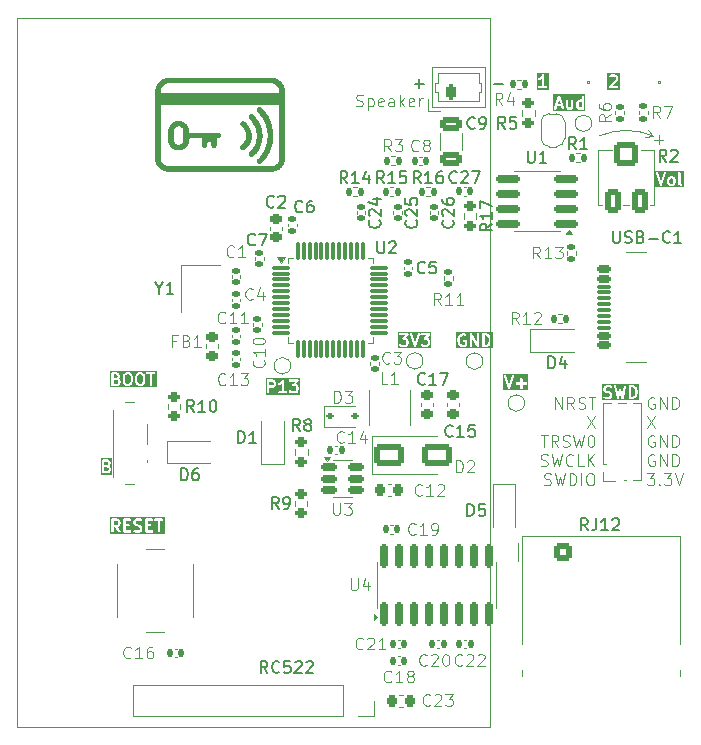
<source format=gbr>
%TF.GenerationSoftware,KiCad,Pcbnew,9.0.1*%
%TF.CreationDate,2025-05-06T23:24:01+02:00*%
%TF.ProjectId,reader,72656164-6572-42e6-9b69-6361645f7063,1.0*%
%TF.SameCoordinates,Original*%
%TF.FileFunction,Legend,Top*%
%TF.FilePolarity,Positive*%
%FSLAX46Y46*%
G04 Gerber Fmt 4.6, Leading zero omitted, Abs format (unit mm)*
G04 Created by KiCad (PCBNEW 9.0.1) date 2025-05-06 23:24:01*
%MOMM*%
%LPD*%
G01*
G04 APERTURE LIST*
G04 Aperture macros list*
%AMRoundRect*
0 Rectangle with rounded corners*
0 $1 Rounding radius*
0 $2 $3 $4 $5 $6 $7 $8 $9 X,Y pos of 4 corners*
0 Add a 4 corners polygon primitive as box body*
4,1,4,$2,$3,$4,$5,$6,$7,$8,$9,$2,$3,0*
0 Add four circle primitives for the rounded corners*
1,1,$1+$1,$2,$3*
1,1,$1+$1,$4,$5*
1,1,$1+$1,$6,$7*
1,1,$1+$1,$8,$9*
0 Add four rect primitives between the rounded corners*
20,1,$1+$1,$2,$3,$4,$5,0*
20,1,$1+$1,$4,$5,$6,$7,0*
20,1,$1+$1,$6,$7,$8,$9,0*
20,1,$1+$1,$8,$9,$2,$3,0*%
%AMFreePoly0*
4,1,11,0.760000,0.825000,0.380000,0.510000,0.380000,-0.510000,0.760000,-0.825000,0.760000,-1.525000,-0.125000,-1.525000,-0.380000,-1.270000,-0.380000,1.270000,-0.125000,1.525000,0.760000,1.525000,0.760000,0.825000,0.760000,0.825000,$1*%
%AMFreePoly1*
4,1,23,0.500000,-0.750000,0.000000,-0.750000,0.000000,-0.745722,-0.065263,-0.745722,-0.191342,-0.711940,-0.304381,-0.646677,-0.396677,-0.554381,-0.461940,-0.441342,-0.495722,-0.315263,-0.495722,-0.250000,-0.500000,-0.250000,-0.500000,0.250000,-0.495722,0.250000,-0.495722,0.315263,-0.461940,0.441342,-0.396677,0.554381,-0.304381,0.646677,-0.191342,0.711940,-0.065263,0.745722,0.000000,0.745722,
0.000000,0.750000,0.500000,0.750000,0.500000,-0.750000,0.500000,-0.750000,$1*%
%AMFreePoly2*
4,1,23,0.000000,0.745722,0.065263,0.745722,0.191342,0.711940,0.304381,0.646677,0.396677,0.554381,0.461940,0.441342,0.495722,0.315263,0.495722,0.250000,0.500000,0.250000,0.500000,-0.250000,0.495722,-0.250000,0.495722,-0.315263,0.461940,-0.441342,0.396677,-0.554381,0.304381,-0.646677,0.191342,-0.711940,0.065263,-0.745722,0.000000,-0.745722,0.000000,-0.750000,-0.500000,-0.750000,
-0.500000,0.750000,0.000000,0.750000,0.000000,0.745722,0.000000,0.745722,$1*%
G04 Aperture macros list end*
%ADD10C,0.100000*%
%ADD11C,0.150000*%
%ADD12C,0.125000*%
%ADD13C,0.200000*%
%ADD14C,0.120000*%
%ADD15C,0.000000*%
%ADD16RoundRect,0.140000X-0.140000X-0.170000X0.140000X-0.170000X0.140000X0.170000X-0.140000X0.170000X0*%
%ADD17RoundRect,0.140000X-0.170000X0.140000X-0.170000X-0.140000X0.170000X-0.140000X0.170000X0.140000X0*%
%ADD18R,1.200000X1.200000*%
%ADD19RoundRect,0.225000X-0.225000X-0.250000X0.225000X-0.250000X0.225000X0.250000X-0.225000X0.250000X0*%
%ADD20RoundRect,0.135000X0.185000X-0.135000X0.185000X0.135000X-0.185000X0.135000X-0.185000X-0.135000X0*%
%ADD21RoundRect,0.200000X-0.275000X0.200000X-0.275000X-0.200000X0.275000X-0.200000X0.275000X0.200000X0*%
%ADD22RoundRect,0.200000X-0.200000X-0.450000X0.200000X-0.450000X0.200000X0.450000X-0.200000X0.450000X0*%
%ADD23O,0.800000X1.300000*%
%ADD24R,1.200000X0.600000*%
%ADD25RoundRect,0.140000X0.170000X-0.140000X0.170000X0.140000X-0.170000X0.140000X-0.170000X-0.140000X0*%
%ADD26C,0.650000*%
%ADD27RoundRect,0.150000X0.425000X-0.150000X0.425000X0.150000X-0.425000X0.150000X-0.425000X-0.150000X0*%
%ADD28RoundRect,0.075000X0.500000X-0.075000X0.500000X0.075000X-0.500000X0.075000X-0.500000X-0.075000X0*%
%ADD29O,2.100000X1.000000*%
%ADD30O,1.800000X1.000000*%
%ADD31RoundRect,0.250000X0.650000X-0.325000X0.650000X0.325000X-0.650000X0.325000X-0.650000X-0.325000X0*%
%ADD32RoundRect,0.250000X0.400000X0.750000X-0.400000X0.750000X-0.400000X-0.750000X0.400000X-0.750000X0*%
%ADD33RoundRect,0.250000X0.750000X0.750000X-0.750000X0.750000X-0.750000X-0.750000X0.750000X-0.750000X0*%
%ADD34C,1.300000*%
%ADD35RoundRect,0.200000X0.275000X-0.200000X0.275000X0.200000X-0.275000X0.200000X-0.275000X-0.200000X0*%
%ADD36RoundRect,0.150000X0.825000X0.150000X-0.825000X0.150000X-0.825000X-0.150000X0.825000X-0.150000X0*%
%ADD37R,0.800000X1.000000*%
%ADD38C,0.900000*%
%ADD39R,1.500000X0.700000*%
%ADD40FreePoly0,90.000000*%
%ADD41FreePoly0,270.000000*%
%ADD42C,2.000000*%
%ADD43RoundRect,0.135000X-0.135000X-0.185000X0.135000X-0.185000X0.135000X0.185000X-0.135000X0.185000X0*%
%ADD44RoundRect,0.140000X0.140000X0.170000X-0.140000X0.170000X-0.140000X-0.170000X0.140000X-0.170000X0*%
%ADD45C,1.000000*%
%ADD46FreePoly1,90.000000*%
%ADD47FreePoly2,90.000000*%
%ADD48RoundRect,0.225000X0.250000X-0.225000X0.250000X0.225000X-0.250000X0.225000X-0.250000X-0.225000X0*%
%ADD49RoundRect,0.225000X-0.250000X0.225000X-0.250000X-0.225000X0.250000X-0.225000X0.250000X0.225000X0*%
%ADD50R,1.200000X1.400000*%
%ADD51RoundRect,0.135000X-0.185000X0.135000X-0.185000X-0.135000X0.185000X-0.135000X0.185000X0.135000X0*%
%ADD52R,1.000000X1.000000*%
%ADD53RoundRect,0.112500X-0.187500X-0.112500X0.187500X-0.112500X0.187500X0.112500X-0.187500X0.112500X0*%
%ADD54RoundRect,0.250000X-1.000000X-0.650000X1.000000X-0.650000X1.000000X0.650000X-1.000000X0.650000X0*%
%ADD55R,1.700000X1.700000*%
%ADD56C,1.700000*%
%ADD57RoundRect,0.218750X-0.256250X0.218750X-0.256250X-0.218750X0.256250X-0.218750X0.256250X0.218750X0*%
%ADD58RoundRect,0.135000X0.135000X0.185000X-0.135000X0.185000X-0.135000X-0.185000X0.135000X-0.185000X0*%
%ADD59RoundRect,0.150000X0.150000X-0.825000X0.150000X0.825000X-0.150000X0.825000X-0.150000X-0.825000X0*%
%ADD60RoundRect,0.150000X-0.512500X-0.150000X0.512500X-0.150000X0.512500X0.150000X-0.512500X0.150000X0*%
%ADD61RoundRect,0.075000X-0.662500X-0.075000X0.662500X-0.075000X0.662500X0.075000X-0.662500X0.075000X0*%
%ADD62RoundRect,0.075000X-0.075000X-0.662500X0.075000X-0.662500X0.075000X0.662500X-0.075000X0.662500X0*%
%ADD63C,3.250000*%
%ADD64RoundRect,0.250000X-0.510000X-0.510000X0.510000X-0.510000X0.510000X0.510000X-0.510000X0.510000X0*%
%ADD65C,1.520000*%
G04 APERTURE END LIST*
D10*
X154194924Y-31434800D02*
X154337781Y-31482419D01*
X154337781Y-31482419D02*
X154575876Y-31482419D01*
X154575876Y-31482419D02*
X154671114Y-31434800D01*
X154671114Y-31434800D02*
X154718733Y-31387180D01*
X154718733Y-31387180D02*
X154766352Y-31291942D01*
X154766352Y-31291942D02*
X154766352Y-31196704D01*
X154766352Y-31196704D02*
X154718733Y-31101466D01*
X154718733Y-31101466D02*
X154671114Y-31053847D01*
X154671114Y-31053847D02*
X154575876Y-31006228D01*
X154575876Y-31006228D02*
X154385400Y-30958609D01*
X154385400Y-30958609D02*
X154290162Y-30910990D01*
X154290162Y-30910990D02*
X154242543Y-30863371D01*
X154242543Y-30863371D02*
X154194924Y-30768133D01*
X154194924Y-30768133D02*
X154194924Y-30672895D01*
X154194924Y-30672895D02*
X154242543Y-30577657D01*
X154242543Y-30577657D02*
X154290162Y-30530038D01*
X154290162Y-30530038D02*
X154385400Y-30482419D01*
X154385400Y-30482419D02*
X154623495Y-30482419D01*
X154623495Y-30482419D02*
X154766352Y-30530038D01*
X155194924Y-30815752D02*
X155194924Y-31815752D01*
X155194924Y-30863371D02*
X155290162Y-30815752D01*
X155290162Y-30815752D02*
X155480638Y-30815752D01*
X155480638Y-30815752D02*
X155575876Y-30863371D01*
X155575876Y-30863371D02*
X155623495Y-30910990D01*
X155623495Y-30910990D02*
X155671114Y-31006228D01*
X155671114Y-31006228D02*
X155671114Y-31291942D01*
X155671114Y-31291942D02*
X155623495Y-31387180D01*
X155623495Y-31387180D02*
X155575876Y-31434800D01*
X155575876Y-31434800D02*
X155480638Y-31482419D01*
X155480638Y-31482419D02*
X155290162Y-31482419D01*
X155290162Y-31482419D02*
X155194924Y-31434800D01*
X156480638Y-31434800D02*
X156385400Y-31482419D01*
X156385400Y-31482419D02*
X156194924Y-31482419D01*
X156194924Y-31482419D02*
X156099686Y-31434800D01*
X156099686Y-31434800D02*
X156052067Y-31339561D01*
X156052067Y-31339561D02*
X156052067Y-30958609D01*
X156052067Y-30958609D02*
X156099686Y-30863371D01*
X156099686Y-30863371D02*
X156194924Y-30815752D01*
X156194924Y-30815752D02*
X156385400Y-30815752D01*
X156385400Y-30815752D02*
X156480638Y-30863371D01*
X156480638Y-30863371D02*
X156528257Y-30958609D01*
X156528257Y-30958609D02*
X156528257Y-31053847D01*
X156528257Y-31053847D02*
X156052067Y-31149085D01*
X157385400Y-31482419D02*
X157385400Y-30958609D01*
X157385400Y-30958609D02*
X157337781Y-30863371D01*
X157337781Y-30863371D02*
X157242543Y-30815752D01*
X157242543Y-30815752D02*
X157052067Y-30815752D01*
X157052067Y-30815752D02*
X156956829Y-30863371D01*
X157385400Y-31434800D02*
X157290162Y-31482419D01*
X157290162Y-31482419D02*
X157052067Y-31482419D01*
X157052067Y-31482419D02*
X156956829Y-31434800D01*
X156956829Y-31434800D02*
X156909210Y-31339561D01*
X156909210Y-31339561D02*
X156909210Y-31244323D01*
X156909210Y-31244323D02*
X156956829Y-31149085D01*
X156956829Y-31149085D02*
X157052067Y-31101466D01*
X157052067Y-31101466D02*
X157290162Y-31101466D01*
X157290162Y-31101466D02*
X157385400Y-31053847D01*
X157861591Y-31482419D02*
X157861591Y-30482419D01*
X157956829Y-31101466D02*
X158242543Y-31482419D01*
X158242543Y-30815752D02*
X157861591Y-31196704D01*
X159052067Y-31434800D02*
X158956829Y-31482419D01*
X158956829Y-31482419D02*
X158766353Y-31482419D01*
X158766353Y-31482419D02*
X158671115Y-31434800D01*
X158671115Y-31434800D02*
X158623496Y-31339561D01*
X158623496Y-31339561D02*
X158623496Y-30958609D01*
X158623496Y-30958609D02*
X158671115Y-30863371D01*
X158671115Y-30863371D02*
X158766353Y-30815752D01*
X158766353Y-30815752D02*
X158956829Y-30815752D01*
X158956829Y-30815752D02*
X159052067Y-30863371D01*
X159052067Y-30863371D02*
X159099686Y-30958609D01*
X159099686Y-30958609D02*
X159099686Y-31053847D01*
X159099686Y-31053847D02*
X158623496Y-31149085D01*
X159528258Y-31482419D02*
X159528258Y-30815752D01*
X159528258Y-31006228D02*
X159575877Y-30910990D01*
X159575877Y-30910990D02*
X159623496Y-30863371D01*
X159623496Y-30863371D02*
X159718734Y-30815752D01*
X159718734Y-30815752D02*
X159813972Y-30815752D01*
X179361101Y-33999997D02*
X178681104Y-34110000D01*
X125500000Y-24000000D02*
X125500000Y-84000000D01*
X165500000Y-24000000D02*
X125500000Y-24000000D01*
X179361104Y-34000001D02*
X178901104Y-33460000D01*
X155500000Y-84000000D02*
X165500000Y-84000000D01*
X174738896Y-34000000D02*
G75*
G02*
X179361104Y-34000000I2311104J-5295434D01*
G01*
X165500000Y-24000000D02*
X165500000Y-84000000D01*
X155500000Y-84000000D02*
X125500000Y-84000000D01*
D11*
X165819048Y-29573866D02*
X166580953Y-29573866D01*
D12*
X171018954Y-57106856D02*
X171018954Y-56106856D01*
X171018954Y-56106856D02*
X171590382Y-57106856D01*
X171590382Y-57106856D02*
X171590382Y-56106856D01*
X172638001Y-57106856D02*
X172304668Y-56630665D01*
X172066573Y-57106856D02*
X172066573Y-56106856D01*
X172066573Y-56106856D02*
X172447525Y-56106856D01*
X172447525Y-56106856D02*
X172542763Y-56154475D01*
X172542763Y-56154475D02*
X172590382Y-56202094D01*
X172590382Y-56202094D02*
X172638001Y-56297332D01*
X172638001Y-56297332D02*
X172638001Y-56440189D01*
X172638001Y-56440189D02*
X172590382Y-56535427D01*
X172590382Y-56535427D02*
X172542763Y-56583046D01*
X172542763Y-56583046D02*
X172447525Y-56630665D01*
X172447525Y-56630665D02*
X172066573Y-56630665D01*
X173018954Y-57059237D02*
X173161811Y-57106856D01*
X173161811Y-57106856D02*
X173399906Y-57106856D01*
X173399906Y-57106856D02*
X173495144Y-57059237D01*
X173495144Y-57059237D02*
X173542763Y-57011617D01*
X173542763Y-57011617D02*
X173590382Y-56916379D01*
X173590382Y-56916379D02*
X173590382Y-56821141D01*
X173590382Y-56821141D02*
X173542763Y-56725903D01*
X173542763Y-56725903D02*
X173495144Y-56678284D01*
X173495144Y-56678284D02*
X173399906Y-56630665D01*
X173399906Y-56630665D02*
X173209430Y-56583046D01*
X173209430Y-56583046D02*
X173114192Y-56535427D01*
X173114192Y-56535427D02*
X173066573Y-56487808D01*
X173066573Y-56487808D02*
X173018954Y-56392570D01*
X173018954Y-56392570D02*
X173018954Y-56297332D01*
X173018954Y-56297332D02*
X173066573Y-56202094D01*
X173066573Y-56202094D02*
X173114192Y-56154475D01*
X173114192Y-56154475D02*
X173209430Y-56106856D01*
X173209430Y-56106856D02*
X173447525Y-56106856D01*
X173447525Y-56106856D02*
X173590382Y-56154475D01*
X173876097Y-56106856D02*
X174447525Y-56106856D01*
X174161811Y-57106856D02*
X174161811Y-56106856D01*
X173733240Y-57716800D02*
X174399906Y-58716800D01*
X174399906Y-57716800D02*
X173733240Y-58716800D01*
X169828478Y-59326744D02*
X170399906Y-59326744D01*
X170114192Y-60326744D02*
X170114192Y-59326744D01*
X171304668Y-60326744D02*
X170971335Y-59850553D01*
X170733240Y-60326744D02*
X170733240Y-59326744D01*
X170733240Y-59326744D02*
X171114192Y-59326744D01*
X171114192Y-59326744D02*
X171209430Y-59374363D01*
X171209430Y-59374363D02*
X171257049Y-59421982D01*
X171257049Y-59421982D02*
X171304668Y-59517220D01*
X171304668Y-59517220D02*
X171304668Y-59660077D01*
X171304668Y-59660077D02*
X171257049Y-59755315D01*
X171257049Y-59755315D02*
X171209430Y-59802934D01*
X171209430Y-59802934D02*
X171114192Y-59850553D01*
X171114192Y-59850553D02*
X170733240Y-59850553D01*
X171685621Y-60279125D02*
X171828478Y-60326744D01*
X171828478Y-60326744D02*
X172066573Y-60326744D01*
X172066573Y-60326744D02*
X172161811Y-60279125D01*
X172161811Y-60279125D02*
X172209430Y-60231505D01*
X172209430Y-60231505D02*
X172257049Y-60136267D01*
X172257049Y-60136267D02*
X172257049Y-60041029D01*
X172257049Y-60041029D02*
X172209430Y-59945791D01*
X172209430Y-59945791D02*
X172161811Y-59898172D01*
X172161811Y-59898172D02*
X172066573Y-59850553D01*
X172066573Y-59850553D02*
X171876097Y-59802934D01*
X171876097Y-59802934D02*
X171780859Y-59755315D01*
X171780859Y-59755315D02*
X171733240Y-59707696D01*
X171733240Y-59707696D02*
X171685621Y-59612458D01*
X171685621Y-59612458D02*
X171685621Y-59517220D01*
X171685621Y-59517220D02*
X171733240Y-59421982D01*
X171733240Y-59421982D02*
X171780859Y-59374363D01*
X171780859Y-59374363D02*
X171876097Y-59326744D01*
X171876097Y-59326744D02*
X172114192Y-59326744D01*
X172114192Y-59326744D02*
X172257049Y-59374363D01*
X172590383Y-59326744D02*
X172828478Y-60326744D01*
X172828478Y-60326744D02*
X173018954Y-59612458D01*
X173018954Y-59612458D02*
X173209430Y-60326744D01*
X173209430Y-60326744D02*
X173447526Y-59326744D01*
X174018954Y-59326744D02*
X174114192Y-59326744D01*
X174114192Y-59326744D02*
X174209430Y-59374363D01*
X174209430Y-59374363D02*
X174257049Y-59421982D01*
X174257049Y-59421982D02*
X174304668Y-59517220D01*
X174304668Y-59517220D02*
X174352287Y-59707696D01*
X174352287Y-59707696D02*
X174352287Y-59945791D01*
X174352287Y-59945791D02*
X174304668Y-60136267D01*
X174304668Y-60136267D02*
X174257049Y-60231505D01*
X174257049Y-60231505D02*
X174209430Y-60279125D01*
X174209430Y-60279125D02*
X174114192Y-60326744D01*
X174114192Y-60326744D02*
X174018954Y-60326744D01*
X174018954Y-60326744D02*
X173923716Y-60279125D01*
X173923716Y-60279125D02*
X173876097Y-60231505D01*
X173876097Y-60231505D02*
X173828478Y-60136267D01*
X173828478Y-60136267D02*
X173780859Y-59945791D01*
X173780859Y-59945791D02*
X173780859Y-59707696D01*
X173780859Y-59707696D02*
X173828478Y-59517220D01*
X173828478Y-59517220D02*
X173876097Y-59421982D01*
X173876097Y-59421982D02*
X173923716Y-59374363D01*
X173923716Y-59374363D02*
X174018954Y-59326744D01*
X169828478Y-61889069D02*
X169971335Y-61936688D01*
X169971335Y-61936688D02*
X170209430Y-61936688D01*
X170209430Y-61936688D02*
X170304668Y-61889069D01*
X170304668Y-61889069D02*
X170352287Y-61841449D01*
X170352287Y-61841449D02*
X170399906Y-61746211D01*
X170399906Y-61746211D02*
X170399906Y-61650973D01*
X170399906Y-61650973D02*
X170352287Y-61555735D01*
X170352287Y-61555735D02*
X170304668Y-61508116D01*
X170304668Y-61508116D02*
X170209430Y-61460497D01*
X170209430Y-61460497D02*
X170018954Y-61412878D01*
X170018954Y-61412878D02*
X169923716Y-61365259D01*
X169923716Y-61365259D02*
X169876097Y-61317640D01*
X169876097Y-61317640D02*
X169828478Y-61222402D01*
X169828478Y-61222402D02*
X169828478Y-61127164D01*
X169828478Y-61127164D02*
X169876097Y-61031926D01*
X169876097Y-61031926D02*
X169923716Y-60984307D01*
X169923716Y-60984307D02*
X170018954Y-60936688D01*
X170018954Y-60936688D02*
X170257049Y-60936688D01*
X170257049Y-60936688D02*
X170399906Y-60984307D01*
X170733240Y-60936688D02*
X170971335Y-61936688D01*
X170971335Y-61936688D02*
X171161811Y-61222402D01*
X171161811Y-61222402D02*
X171352287Y-61936688D01*
X171352287Y-61936688D02*
X171590383Y-60936688D01*
X172542763Y-61841449D02*
X172495144Y-61889069D01*
X172495144Y-61889069D02*
X172352287Y-61936688D01*
X172352287Y-61936688D02*
X172257049Y-61936688D01*
X172257049Y-61936688D02*
X172114192Y-61889069D01*
X172114192Y-61889069D02*
X172018954Y-61793830D01*
X172018954Y-61793830D02*
X171971335Y-61698592D01*
X171971335Y-61698592D02*
X171923716Y-61508116D01*
X171923716Y-61508116D02*
X171923716Y-61365259D01*
X171923716Y-61365259D02*
X171971335Y-61174783D01*
X171971335Y-61174783D02*
X172018954Y-61079545D01*
X172018954Y-61079545D02*
X172114192Y-60984307D01*
X172114192Y-60984307D02*
X172257049Y-60936688D01*
X172257049Y-60936688D02*
X172352287Y-60936688D01*
X172352287Y-60936688D02*
X172495144Y-60984307D01*
X172495144Y-60984307D02*
X172542763Y-61031926D01*
X173447525Y-61936688D02*
X172971335Y-61936688D01*
X172971335Y-61936688D02*
X172971335Y-60936688D01*
X173780859Y-61936688D02*
X173780859Y-60936688D01*
X174352287Y-61936688D02*
X173923716Y-61365259D01*
X174352287Y-60936688D02*
X173780859Y-61508116D01*
X170114193Y-63499013D02*
X170257050Y-63546632D01*
X170257050Y-63546632D02*
X170495145Y-63546632D01*
X170495145Y-63546632D02*
X170590383Y-63499013D01*
X170590383Y-63499013D02*
X170638002Y-63451393D01*
X170638002Y-63451393D02*
X170685621Y-63356155D01*
X170685621Y-63356155D02*
X170685621Y-63260917D01*
X170685621Y-63260917D02*
X170638002Y-63165679D01*
X170638002Y-63165679D02*
X170590383Y-63118060D01*
X170590383Y-63118060D02*
X170495145Y-63070441D01*
X170495145Y-63070441D02*
X170304669Y-63022822D01*
X170304669Y-63022822D02*
X170209431Y-62975203D01*
X170209431Y-62975203D02*
X170161812Y-62927584D01*
X170161812Y-62927584D02*
X170114193Y-62832346D01*
X170114193Y-62832346D02*
X170114193Y-62737108D01*
X170114193Y-62737108D02*
X170161812Y-62641870D01*
X170161812Y-62641870D02*
X170209431Y-62594251D01*
X170209431Y-62594251D02*
X170304669Y-62546632D01*
X170304669Y-62546632D02*
X170542764Y-62546632D01*
X170542764Y-62546632D02*
X170685621Y-62594251D01*
X171018955Y-62546632D02*
X171257050Y-63546632D01*
X171257050Y-63546632D02*
X171447526Y-62832346D01*
X171447526Y-62832346D02*
X171638002Y-63546632D01*
X171638002Y-63546632D02*
X171876098Y-62546632D01*
X172257050Y-63546632D02*
X172257050Y-62546632D01*
X172257050Y-62546632D02*
X172495145Y-62546632D01*
X172495145Y-62546632D02*
X172638002Y-62594251D01*
X172638002Y-62594251D02*
X172733240Y-62689489D01*
X172733240Y-62689489D02*
X172780859Y-62784727D01*
X172780859Y-62784727D02*
X172828478Y-62975203D01*
X172828478Y-62975203D02*
X172828478Y-63118060D01*
X172828478Y-63118060D02*
X172780859Y-63308536D01*
X172780859Y-63308536D02*
X172733240Y-63403774D01*
X172733240Y-63403774D02*
X172638002Y-63499013D01*
X172638002Y-63499013D02*
X172495145Y-63546632D01*
X172495145Y-63546632D02*
X172257050Y-63546632D01*
X173257050Y-63546632D02*
X173257050Y-62546632D01*
X173923716Y-62546632D02*
X174114192Y-62546632D01*
X174114192Y-62546632D02*
X174209430Y-62594251D01*
X174209430Y-62594251D02*
X174304668Y-62689489D01*
X174304668Y-62689489D02*
X174352287Y-62879965D01*
X174352287Y-62879965D02*
X174352287Y-63213298D01*
X174352287Y-63213298D02*
X174304668Y-63403774D01*
X174304668Y-63403774D02*
X174209430Y-63499013D01*
X174209430Y-63499013D02*
X174114192Y-63546632D01*
X174114192Y-63546632D02*
X173923716Y-63546632D01*
X173923716Y-63546632D02*
X173828478Y-63499013D01*
X173828478Y-63499013D02*
X173733240Y-63403774D01*
X173733240Y-63403774D02*
X173685621Y-63213298D01*
X173685621Y-63213298D02*
X173685621Y-62879965D01*
X173685621Y-62879965D02*
X173733240Y-62689489D01*
X173733240Y-62689489D02*
X173828478Y-62594251D01*
X173828478Y-62594251D02*
X173923716Y-62546632D01*
D13*
G36*
X147152668Y-54817024D02*
G01*
X147177337Y-54841692D01*
X147207142Y-54901302D01*
X147207142Y-54996945D01*
X147177337Y-55056554D01*
X147152668Y-55081222D01*
X147093059Y-55111028D01*
X146835714Y-55111028D01*
X146835714Y-54787219D01*
X147093059Y-54787219D01*
X147152668Y-54817024D01*
G37*
G36*
X149423015Y-55898330D02*
G01*
X146524603Y-55898330D01*
X146524603Y-54687219D01*
X146635714Y-54687219D01*
X146635714Y-55687219D01*
X146637635Y-55706728D01*
X146652567Y-55742776D01*
X146680157Y-55770366D01*
X146716205Y-55785298D01*
X146755223Y-55785298D01*
X146791271Y-55770366D01*
X146818861Y-55742776D01*
X146833793Y-55706728D01*
X146835714Y-55687219D01*
X146835714Y-55311028D01*
X147116666Y-55311028D01*
X147136175Y-55309107D01*
X147139495Y-55307731D01*
X147143079Y-55307477D01*
X147161387Y-55300471D01*
X147256625Y-55252852D01*
X147265021Y-55247566D01*
X147267461Y-55246556D01*
X147270207Y-55244302D01*
X147273215Y-55242409D01*
X147274944Y-55240414D01*
X147282615Y-55234120D01*
X147330233Y-55186501D01*
X147336525Y-55178834D01*
X147338523Y-55177102D01*
X147340416Y-55174093D01*
X147342670Y-55171348D01*
X147343680Y-55168907D01*
X147348966Y-55160511D01*
X147396585Y-55065274D01*
X147403591Y-55046965D01*
X147403845Y-55043381D01*
X147405221Y-55040061D01*
X147407142Y-55020552D01*
X147407142Y-54960426D01*
X147588880Y-54960426D01*
X147591646Y-54999346D01*
X147609095Y-55034245D01*
X147638572Y-55059809D01*
X147675588Y-55072148D01*
X147714508Y-55069382D01*
X147732816Y-55062376D01*
X147828054Y-55014757D01*
X147836450Y-55009471D01*
X147838890Y-55008461D01*
X147841636Y-55006207D01*
X147844644Y-55004314D01*
X147846373Y-55002319D01*
X147854044Y-54996025D01*
X147873809Y-54976260D01*
X147873809Y-55587219D01*
X147688095Y-55587219D01*
X147668586Y-55589140D01*
X147632538Y-55604072D01*
X147604948Y-55631662D01*
X147590016Y-55667710D01*
X147590016Y-55706728D01*
X147604948Y-55742776D01*
X147632538Y-55770366D01*
X147668586Y-55785298D01*
X147688095Y-55787219D01*
X148259523Y-55787219D01*
X148279032Y-55785298D01*
X148315080Y-55770366D01*
X148342670Y-55742776D01*
X148357602Y-55706728D01*
X148357602Y-55667710D01*
X148342670Y-55631662D01*
X148315080Y-55604072D01*
X148279032Y-55589140D01*
X148259523Y-55587219D01*
X148073809Y-55587219D01*
X148073809Y-54687219D01*
X148073802Y-54687148D01*
X148073809Y-54687114D01*
X148073788Y-54687012D01*
X148071888Y-54667710D01*
X148494778Y-54667710D01*
X148494778Y-54706728D01*
X148509710Y-54742776D01*
X148537300Y-54770366D01*
X148573348Y-54785298D01*
X148592857Y-54787219D01*
X148991527Y-54787219D01*
X148803313Y-55002321D01*
X148797283Y-55010754D01*
X148795424Y-55012614D01*
X148794693Y-55014377D01*
X148791912Y-55018268D01*
X148786707Y-55033656D01*
X148780492Y-55048662D01*
X148780492Y-55052035D01*
X148779412Y-55055229D01*
X148780492Y-55071431D01*
X148780492Y-55087680D01*
X148781782Y-55090795D01*
X148782007Y-55094161D01*
X148789207Y-55108721D01*
X148795424Y-55123728D01*
X148797808Y-55126112D01*
X148799304Y-55129136D01*
X148811529Y-55139833D01*
X148823014Y-55151318D01*
X148826128Y-55152608D01*
X148828668Y-55154830D01*
X148844056Y-55160034D01*
X148859062Y-55166250D01*
X148863821Y-55166718D01*
X148865629Y-55167330D01*
X148868253Y-55167155D01*
X148878571Y-55168171D01*
X148997821Y-55168171D01*
X149057430Y-55197976D01*
X149082099Y-55222644D01*
X149111904Y-55282254D01*
X149111904Y-55473135D01*
X149082099Y-55532743D01*
X149057430Y-55557413D01*
X148997821Y-55587219D01*
X148759321Y-55587219D01*
X148699711Y-55557414D01*
X148663568Y-55521270D01*
X148648415Y-55508833D01*
X148612367Y-55493902D01*
X148573349Y-55493901D01*
X148537300Y-55508832D01*
X148509710Y-55536422D01*
X148494779Y-55572470D01*
X148494778Y-55611488D01*
X148509709Y-55647537D01*
X148522146Y-55662690D01*
X148569764Y-55710310D01*
X148577432Y-55716603D01*
X148579164Y-55718600D01*
X148582172Y-55720493D01*
X148584918Y-55722747D01*
X148587358Y-55723757D01*
X148595755Y-55729043D01*
X148690992Y-55776662D01*
X148709301Y-55783668D01*
X148712884Y-55783922D01*
X148716205Y-55785298D01*
X148735714Y-55787219D01*
X149021428Y-55787219D01*
X149040937Y-55785298D01*
X149044257Y-55783922D01*
X149047841Y-55783668D01*
X149066149Y-55776662D01*
X149161387Y-55729043D01*
X149169782Y-55723758D01*
X149172224Y-55722747D01*
X149174971Y-55720491D01*
X149177977Y-55718600D01*
X149179707Y-55716605D01*
X149187377Y-55710310D01*
X149234996Y-55662690D01*
X149241288Y-55655023D01*
X149243285Y-55653292D01*
X149245178Y-55650284D01*
X149247433Y-55647537D01*
X149248444Y-55645095D01*
X149253728Y-55636701D01*
X149301347Y-55541464D01*
X149308353Y-55523155D01*
X149308607Y-55519571D01*
X149309983Y-55516251D01*
X149311904Y-55496742D01*
X149311904Y-55258647D01*
X149309983Y-55239138D01*
X149308607Y-55235817D01*
X149308353Y-55232234D01*
X149301347Y-55213925D01*
X149253728Y-55118688D01*
X149248442Y-55110291D01*
X149247432Y-55107851D01*
X149245178Y-55105105D01*
X149243285Y-55102097D01*
X149241287Y-55100364D01*
X149234995Y-55092698D01*
X149187377Y-55045079D01*
X149179706Y-55038784D01*
X149177977Y-55036790D01*
X149174969Y-55034896D01*
X149172223Y-55032643D01*
X149169783Y-55031632D01*
X149161387Y-55026347D01*
X149082539Y-54986923D01*
X149287162Y-54753069D01*
X149293191Y-54744635D01*
X149295051Y-54742776D01*
X149295781Y-54741012D01*
X149298563Y-54737122D01*
X149303767Y-54721733D01*
X149309983Y-54706728D01*
X149309983Y-54703354D01*
X149311063Y-54700161D01*
X149309983Y-54683958D01*
X149309983Y-54667710D01*
X149308692Y-54664594D01*
X149308468Y-54661229D01*
X149301265Y-54646663D01*
X149295051Y-54631662D01*
X149292667Y-54629278D01*
X149291172Y-54626254D01*
X149278938Y-54615549D01*
X149267461Y-54604072D01*
X149264347Y-54602782D01*
X149261808Y-54600560D01*
X149246416Y-54595354D01*
X149231413Y-54589140D01*
X149226653Y-54588671D01*
X149224846Y-54588060D01*
X149222221Y-54588234D01*
X149211904Y-54587219D01*
X148592857Y-54587219D01*
X148573348Y-54589140D01*
X148537300Y-54604072D01*
X148509710Y-54631662D01*
X148494778Y-54667710D01*
X148071888Y-54667710D01*
X148068098Y-54658561D01*
X148066157Y-54648854D01*
X148060705Y-54640713D01*
X148056956Y-54631662D01*
X148049956Y-54624662D01*
X148044446Y-54616434D01*
X148036291Y-54610997D01*
X148029366Y-54604072D01*
X148020222Y-54600284D01*
X148011981Y-54594790D01*
X148002367Y-54592888D01*
X147993318Y-54589140D01*
X147983417Y-54589140D01*
X147973705Y-54587219D01*
X147964100Y-54589140D01*
X147954300Y-54589140D01*
X147945151Y-54592929D01*
X147935444Y-54594871D01*
X147927303Y-54600322D01*
X147918252Y-54604072D01*
X147911252Y-54611071D01*
X147903024Y-54616582D01*
X147890735Y-54631588D01*
X147890662Y-54631662D01*
X147890648Y-54631694D01*
X147890604Y-54631749D01*
X147800860Y-54766365D01*
X147724096Y-54843128D01*
X147643374Y-54883490D01*
X147626783Y-54893933D01*
X147601219Y-54923410D01*
X147588880Y-54960426D01*
X147407142Y-54960426D01*
X147407142Y-54877695D01*
X147405221Y-54858186D01*
X147403845Y-54854865D01*
X147403591Y-54851282D01*
X147396585Y-54832973D01*
X147348966Y-54737736D01*
X147343680Y-54729339D01*
X147342670Y-54726899D01*
X147340416Y-54724153D01*
X147338523Y-54721145D01*
X147336525Y-54719412D01*
X147330233Y-54711746D01*
X147282615Y-54664127D01*
X147274944Y-54657832D01*
X147273215Y-54655838D01*
X147270207Y-54653944D01*
X147267461Y-54651691D01*
X147265021Y-54650680D01*
X147256625Y-54645395D01*
X147161387Y-54597776D01*
X147143079Y-54590770D01*
X147139495Y-54590515D01*
X147136175Y-54589140D01*
X147116666Y-54587219D01*
X146735714Y-54587219D01*
X146716205Y-54589140D01*
X146680157Y-54604072D01*
X146652567Y-54631662D01*
X146637635Y-54667710D01*
X146635714Y-54687219D01*
X146524603Y-54687219D01*
X146524603Y-54476108D01*
X149423015Y-54476108D01*
X149423015Y-55898330D01*
G37*
G36*
X180974097Y-37594357D02*
G01*
X180998766Y-37619025D01*
X181028571Y-37678635D01*
X181028571Y-37917135D01*
X180998766Y-37976743D01*
X180974097Y-38001413D01*
X180914488Y-38031219D01*
X180818845Y-38031219D01*
X180759235Y-38001414D01*
X180734568Y-37976746D01*
X180704762Y-37917134D01*
X180704762Y-37678635D01*
X180734567Y-37619025D01*
X180759235Y-37594356D01*
X180818845Y-37564552D01*
X180914488Y-37564552D01*
X180974097Y-37594357D01*
G37*
G36*
X181910325Y-38342330D02*
G01*
X179442055Y-38342330D01*
X179442055Y-37143726D01*
X179553166Y-37143726D01*
X179557513Y-37162842D01*
X179890846Y-38162841D01*
X179898837Y-38180742D01*
X179903520Y-38186141D01*
X179906715Y-38192531D01*
X179916186Y-38200746D01*
X179924402Y-38210218D01*
X179930790Y-38213412D01*
X179936191Y-38218096D01*
X179948092Y-38222063D01*
X179959301Y-38227667D01*
X179966425Y-38228173D01*
X179973207Y-38230434D01*
X179985716Y-38229544D01*
X179998221Y-38230434D01*
X180004999Y-38228174D01*
X180012127Y-38227668D01*
X180023343Y-38222059D01*
X180035237Y-38218095D01*
X180040634Y-38213414D01*
X180047026Y-38210218D01*
X180055244Y-38200742D01*
X180064713Y-38192530D01*
X180067906Y-38186143D01*
X180072591Y-38180742D01*
X180080582Y-38162842D01*
X180249853Y-37655028D01*
X180504762Y-37655028D01*
X180504762Y-37940742D01*
X180506683Y-37960251D01*
X180508058Y-37963571D01*
X180508313Y-37967155D01*
X180515319Y-37985463D01*
X180562938Y-38080701D01*
X180568221Y-38089093D01*
X180569233Y-38091537D01*
X180571489Y-38094286D01*
X180573381Y-38097291D01*
X180575375Y-38099020D01*
X180581670Y-38106690D01*
X180629288Y-38154310D01*
X180636956Y-38160603D01*
X180638688Y-38162600D01*
X180641696Y-38164493D01*
X180644442Y-38166747D01*
X180646882Y-38167757D01*
X180655279Y-38173043D01*
X180750516Y-38220662D01*
X180768825Y-38227668D01*
X180772408Y-38227922D01*
X180775729Y-38229298D01*
X180795238Y-38231219D01*
X180938095Y-38231219D01*
X180957604Y-38229298D01*
X180960924Y-38227922D01*
X180964508Y-38227668D01*
X180982816Y-38220662D01*
X181078054Y-38173043D01*
X181086449Y-38167758D01*
X181088891Y-38166747D01*
X181091638Y-38164491D01*
X181094644Y-38162600D01*
X181096374Y-38160605D01*
X181104044Y-38154310D01*
X181151663Y-38106690D01*
X181157955Y-38099023D01*
X181159952Y-38097292D01*
X181161845Y-38094284D01*
X181164100Y-38091537D01*
X181165111Y-38089095D01*
X181170395Y-38080701D01*
X181218014Y-37985464D01*
X181225020Y-37967155D01*
X181225274Y-37963571D01*
X181226650Y-37960251D01*
X181228571Y-37940742D01*
X181228571Y-37655028D01*
X181226650Y-37635519D01*
X181225274Y-37632198D01*
X181225020Y-37628615D01*
X181218014Y-37610306D01*
X181170395Y-37515069D01*
X181165109Y-37506672D01*
X181164099Y-37504232D01*
X181161845Y-37501486D01*
X181159952Y-37498478D01*
X181157954Y-37496745D01*
X181151662Y-37489079D01*
X181104044Y-37441460D01*
X181096373Y-37435165D01*
X181094644Y-37433171D01*
X181091636Y-37431277D01*
X181088890Y-37429024D01*
X181086450Y-37428013D01*
X181078054Y-37422728D01*
X180982816Y-37375109D01*
X180964508Y-37368103D01*
X180960924Y-37367848D01*
X180957604Y-37366473D01*
X180938095Y-37364552D01*
X180795238Y-37364552D01*
X180775729Y-37366473D01*
X180772408Y-37367848D01*
X180768825Y-37368103D01*
X180750516Y-37375109D01*
X180655279Y-37422728D01*
X180646882Y-37428013D01*
X180644442Y-37429024D01*
X180641696Y-37431277D01*
X180638688Y-37433171D01*
X180636955Y-37435168D01*
X180629289Y-37441461D01*
X180581670Y-37489079D01*
X180575375Y-37496749D01*
X180573381Y-37498479D01*
X180571487Y-37501486D01*
X180569234Y-37504233D01*
X180568223Y-37506672D01*
X180562938Y-37515069D01*
X180515319Y-37610307D01*
X180508313Y-37628615D01*
X180508058Y-37632198D01*
X180506683Y-37635519D01*
X180504762Y-37655028D01*
X180249853Y-37655028D01*
X180413915Y-37162842D01*
X180418262Y-37143727D01*
X180417373Y-37131219D01*
X181457143Y-37131219D01*
X181457143Y-37988361D01*
X181459064Y-38007870D01*
X181460439Y-38011190D01*
X181460694Y-38014773D01*
X181467700Y-38033082D01*
X181515319Y-38128321D01*
X181517372Y-38131584D01*
X181517886Y-38133123D01*
X181519548Y-38135039D01*
X181525762Y-38144911D01*
X181535233Y-38153125D01*
X181543450Y-38162600D01*
X181553320Y-38168812D01*
X181555238Y-38170476D01*
X181556778Y-38170989D01*
X181560041Y-38173043D01*
X181655278Y-38220662D01*
X181673587Y-38227668D01*
X181712507Y-38230434D01*
X181749523Y-38218095D01*
X181779000Y-38192530D01*
X181796449Y-38157632D01*
X181799214Y-38118712D01*
X181786876Y-38081696D01*
X181761311Y-38052219D01*
X181744721Y-38041776D01*
X181679297Y-38009064D01*
X181657143Y-37964754D01*
X181657143Y-37131219D01*
X181655222Y-37111710D01*
X181640290Y-37075662D01*
X181612700Y-37048072D01*
X181576652Y-37033140D01*
X181537634Y-37033140D01*
X181501586Y-37048072D01*
X181473996Y-37075662D01*
X181459064Y-37111710D01*
X181457143Y-37131219D01*
X180417373Y-37131219D01*
X180415496Y-37104807D01*
X180398046Y-37069908D01*
X180368570Y-37044343D01*
X180331554Y-37032004D01*
X180292634Y-37034771D01*
X180257735Y-37052220D01*
X180232170Y-37081696D01*
X180224179Y-37099597D01*
X179985714Y-37814991D01*
X179747249Y-37099596D01*
X179739258Y-37081696D01*
X179713693Y-37052220D01*
X179678794Y-37034770D01*
X179639874Y-37032004D01*
X179602858Y-37044342D01*
X179573382Y-37069907D01*
X179555932Y-37104806D01*
X179553166Y-37143726D01*
X179442055Y-37143726D01*
X179442055Y-36920893D01*
X181910325Y-36920893D01*
X181910325Y-38342330D01*
G37*
D11*
X159144048Y-29573866D02*
X159905953Y-29573866D01*
X159525000Y-29954819D02*
X159525000Y-29192914D01*
D13*
G36*
X170487135Y-30064930D02*
G01*
X169496191Y-30064930D01*
X169496191Y-29127026D01*
X169607302Y-29127026D01*
X169610068Y-29165946D01*
X169627517Y-29200845D01*
X169656994Y-29226409D01*
X169694010Y-29238748D01*
X169732930Y-29235982D01*
X169751238Y-29228976D01*
X169846476Y-29181357D01*
X169854872Y-29176071D01*
X169857312Y-29175061D01*
X169860058Y-29172807D01*
X169863066Y-29170914D01*
X169864795Y-29168919D01*
X169872466Y-29162625D01*
X169892231Y-29142860D01*
X169892231Y-29753819D01*
X169706517Y-29753819D01*
X169687008Y-29755740D01*
X169650960Y-29770672D01*
X169623370Y-29798262D01*
X169608438Y-29834310D01*
X169608438Y-29873328D01*
X169623370Y-29909376D01*
X169650960Y-29936966D01*
X169687008Y-29951898D01*
X169706517Y-29953819D01*
X170277945Y-29953819D01*
X170297454Y-29951898D01*
X170333502Y-29936966D01*
X170361092Y-29909376D01*
X170376024Y-29873328D01*
X170376024Y-29834310D01*
X170361092Y-29798262D01*
X170333502Y-29770672D01*
X170297454Y-29755740D01*
X170277945Y-29753819D01*
X170092231Y-29753819D01*
X170092231Y-28853819D01*
X170092224Y-28853748D01*
X170092231Y-28853714D01*
X170092210Y-28853612D01*
X170090310Y-28834310D01*
X170086520Y-28825161D01*
X170084579Y-28815454D01*
X170079127Y-28807313D01*
X170075378Y-28798262D01*
X170068378Y-28791262D01*
X170062868Y-28783034D01*
X170054713Y-28777597D01*
X170047788Y-28770672D01*
X170038644Y-28766884D01*
X170030403Y-28761390D01*
X170020789Y-28759488D01*
X170011740Y-28755740D01*
X170001839Y-28755740D01*
X169992127Y-28753819D01*
X169982522Y-28755740D01*
X169972722Y-28755740D01*
X169963573Y-28759529D01*
X169953866Y-28761471D01*
X169945725Y-28766922D01*
X169936674Y-28770672D01*
X169929674Y-28777671D01*
X169921446Y-28783182D01*
X169909157Y-28798188D01*
X169909084Y-28798262D01*
X169909070Y-28798294D01*
X169909026Y-28798349D01*
X169819282Y-28932965D01*
X169742518Y-29009728D01*
X169661796Y-29050090D01*
X169645205Y-29060533D01*
X169619641Y-29090010D01*
X169607302Y-29127026D01*
X169496191Y-29127026D01*
X169496191Y-28642708D01*
X170487135Y-28642708D01*
X170487135Y-30064930D01*
G37*
G36*
X133191844Y-62063430D02*
G01*
X133211296Y-62082882D01*
X133241101Y-62142492D01*
X133241101Y-62238135D01*
X133211296Y-62297743D01*
X133186627Y-62322413D01*
X133127018Y-62352219D01*
X132869673Y-62352219D01*
X132869673Y-62028409D01*
X133086779Y-62028409D01*
X133191844Y-62063430D01*
G37*
G36*
X133139008Y-61582024D02*
G01*
X133163677Y-61606692D01*
X133193482Y-61666302D01*
X133193482Y-61714326D01*
X133163677Y-61773935D01*
X133139008Y-61798603D01*
X133079399Y-61828409D01*
X132869673Y-61828409D01*
X132869673Y-61552219D01*
X133079399Y-61552219D01*
X133139008Y-61582024D01*
G37*
G36*
X133552212Y-62663330D02*
G01*
X132558562Y-62663330D01*
X132558562Y-61452219D01*
X132669673Y-61452219D01*
X132669673Y-62452219D01*
X132671594Y-62471728D01*
X132686526Y-62507776D01*
X132714116Y-62535366D01*
X132750164Y-62550298D01*
X132769673Y-62552219D01*
X133150625Y-62552219D01*
X133170134Y-62550298D01*
X133173454Y-62548922D01*
X133177038Y-62548668D01*
X133195346Y-62541662D01*
X133290584Y-62494043D01*
X133298979Y-62488758D01*
X133301421Y-62487747D01*
X133304168Y-62485491D01*
X133307174Y-62483600D01*
X133308904Y-62481605D01*
X133316574Y-62475310D01*
X133364193Y-62427690D01*
X133370485Y-62420023D01*
X133372482Y-62418292D01*
X133374375Y-62415284D01*
X133376630Y-62412537D01*
X133377641Y-62410095D01*
X133382925Y-62401701D01*
X133430544Y-62306464D01*
X133437550Y-62288155D01*
X133437804Y-62284571D01*
X133439180Y-62281251D01*
X133441101Y-62261742D01*
X133441101Y-62118885D01*
X133439180Y-62099376D01*
X133437804Y-62096055D01*
X133437550Y-62092472D01*
X133430544Y-62074163D01*
X133382925Y-61978926D01*
X133377639Y-61970529D01*
X133376629Y-61968089D01*
X133374375Y-61965343D01*
X133372482Y-61962335D01*
X133370484Y-61960602D01*
X133364192Y-61952936D01*
X133316574Y-61905317D01*
X133315785Y-61904669D01*
X133316573Y-61903882D01*
X133322865Y-61896215D01*
X133324863Y-61894483D01*
X133326756Y-61891474D01*
X133329010Y-61888729D01*
X133330020Y-61886288D01*
X133335306Y-61877892D01*
X133382925Y-61782655D01*
X133389931Y-61764346D01*
X133390185Y-61760762D01*
X133391561Y-61757442D01*
X133393482Y-61737933D01*
X133393482Y-61642695D01*
X133391561Y-61623186D01*
X133390185Y-61619865D01*
X133389931Y-61616282D01*
X133382925Y-61597973D01*
X133335306Y-61502736D01*
X133330020Y-61494339D01*
X133329010Y-61491899D01*
X133326756Y-61489153D01*
X133324863Y-61486145D01*
X133322865Y-61484412D01*
X133316573Y-61476746D01*
X133268955Y-61429127D01*
X133261284Y-61422832D01*
X133259555Y-61420838D01*
X133256547Y-61418944D01*
X133253801Y-61416691D01*
X133251361Y-61415680D01*
X133242965Y-61410395D01*
X133147727Y-61362776D01*
X133129419Y-61355770D01*
X133125835Y-61355515D01*
X133122515Y-61354140D01*
X133103006Y-61352219D01*
X132769673Y-61352219D01*
X132750164Y-61354140D01*
X132714116Y-61369072D01*
X132686526Y-61396662D01*
X132671594Y-61432710D01*
X132669673Y-61452219D01*
X132558562Y-61452219D01*
X132558562Y-61241108D01*
X133552212Y-61241108D01*
X133552212Y-62663330D01*
G37*
G36*
X133986627Y-66597024D02*
G01*
X134011296Y-66621692D01*
X134041101Y-66681302D01*
X134041101Y-66776945D01*
X134011296Y-66836554D01*
X133986627Y-66861222D01*
X133927018Y-66891028D01*
X133669673Y-66891028D01*
X133669673Y-66567219D01*
X133927018Y-66567219D01*
X133986627Y-66597024D01*
G37*
G36*
X137969339Y-67678330D02*
G01*
X133358562Y-67678330D01*
X133358562Y-66467219D01*
X133469673Y-66467219D01*
X133469673Y-67467219D01*
X133471594Y-67486728D01*
X133486526Y-67522776D01*
X133514116Y-67550366D01*
X133550164Y-67565298D01*
X133589182Y-67565298D01*
X133625230Y-67550366D01*
X133652820Y-67522776D01*
X133667752Y-67486728D01*
X133669673Y-67467219D01*
X133669673Y-67091028D01*
X133755703Y-67091028D01*
X134059178Y-67524565D01*
X134071939Y-67539446D01*
X134104844Y-67560415D01*
X134143269Y-67567196D01*
X134181363Y-67558756D01*
X134213328Y-67536381D01*
X134234297Y-67503476D01*
X134241078Y-67465052D01*
X134232638Y-67426957D01*
X134223024Y-67409873D01*
X133993056Y-67081347D01*
X133995346Y-67080471D01*
X134090584Y-67032852D01*
X134098980Y-67027566D01*
X134101420Y-67026556D01*
X134104166Y-67024302D01*
X134107174Y-67022409D01*
X134108903Y-67020414D01*
X134116574Y-67014120D01*
X134164192Y-66966501D01*
X134170484Y-66958834D01*
X134172482Y-66957102D01*
X134174375Y-66954093D01*
X134176629Y-66951348D01*
X134177639Y-66948907D01*
X134182925Y-66940511D01*
X134230544Y-66845274D01*
X134237550Y-66826965D01*
X134237804Y-66823381D01*
X134239180Y-66820061D01*
X134241101Y-66800552D01*
X134241101Y-66657695D01*
X134239180Y-66638186D01*
X134237804Y-66634865D01*
X134237550Y-66631282D01*
X134230544Y-66612973D01*
X134182925Y-66517736D01*
X134177639Y-66509339D01*
X134176629Y-66506899D01*
X134174375Y-66504153D01*
X134172482Y-66501145D01*
X134170484Y-66499412D01*
X134164192Y-66491746D01*
X134139666Y-66467219D01*
X134469673Y-66467219D01*
X134469673Y-67467219D01*
X134471594Y-67486728D01*
X134486526Y-67522776D01*
X134514116Y-67550366D01*
X134550164Y-67565298D01*
X134569673Y-67567219D01*
X135045863Y-67567219D01*
X135065372Y-67565298D01*
X135101420Y-67550366D01*
X135129010Y-67522776D01*
X135143942Y-67486728D01*
X135143942Y-67447710D01*
X135129010Y-67411662D01*
X135101420Y-67384072D01*
X135065372Y-67369140D01*
X135045863Y-67367219D01*
X134669673Y-67367219D01*
X134669673Y-67043409D01*
X134903006Y-67043409D01*
X134922515Y-67041488D01*
X134958563Y-67026556D01*
X134986153Y-66998966D01*
X135001085Y-66962918D01*
X135001085Y-66923900D01*
X134986153Y-66887852D01*
X134958563Y-66860262D01*
X134922515Y-66845330D01*
X134903006Y-66843409D01*
X134669673Y-66843409D01*
X134669673Y-66657695D01*
X135326816Y-66657695D01*
X135326816Y-66752933D01*
X135328737Y-66772442D01*
X135330112Y-66775762D01*
X135330367Y-66779346D01*
X135337373Y-66797654D01*
X135384992Y-66892892D01*
X135390277Y-66901288D01*
X135391288Y-66903728D01*
X135393541Y-66906474D01*
X135395435Y-66909482D01*
X135397429Y-66911211D01*
X135403724Y-66918882D01*
X135451343Y-66966500D01*
X135459009Y-66972792D01*
X135460742Y-66974790D01*
X135463750Y-66976683D01*
X135466496Y-66978937D01*
X135468936Y-66979947D01*
X135477333Y-66985233D01*
X135572570Y-67032852D01*
X135573998Y-67033398D01*
X135574578Y-67033828D01*
X135582754Y-67036749D01*
X135590879Y-67039858D01*
X135591599Y-67039909D01*
X135593038Y-67040423D01*
X135772863Y-67085379D01*
X135843770Y-67120833D01*
X135868439Y-67145501D01*
X135898244Y-67205111D01*
X135898244Y-67253135D01*
X135868439Y-67312743D01*
X135843770Y-67337413D01*
X135784161Y-67367219D01*
X135585899Y-67367219D01*
X135458439Y-67324732D01*
X135439323Y-67320385D01*
X135400403Y-67323151D01*
X135365504Y-67340601D01*
X135339939Y-67370077D01*
X135327601Y-67407093D01*
X135330367Y-67446013D01*
X135347817Y-67480912D01*
X135377293Y-67506477D01*
X135395193Y-67514468D01*
X135538050Y-67562087D01*
X135547722Y-67564286D01*
X135550164Y-67565298D01*
X135553701Y-67565646D01*
X135557165Y-67566434D01*
X135559799Y-67566246D01*
X135569673Y-67567219D01*
X135807768Y-67567219D01*
X135827277Y-67565298D01*
X135830597Y-67563922D01*
X135834181Y-67563668D01*
X135852489Y-67556662D01*
X135947727Y-67509043D01*
X135956122Y-67503758D01*
X135958564Y-67502747D01*
X135961311Y-67500491D01*
X135964317Y-67498600D01*
X135966047Y-67496605D01*
X135973717Y-67490310D01*
X136021336Y-67442690D01*
X136027628Y-67435023D01*
X136029625Y-67433292D01*
X136031518Y-67430284D01*
X136033773Y-67427537D01*
X136034784Y-67425095D01*
X136040068Y-67416701D01*
X136087687Y-67321464D01*
X136094693Y-67303155D01*
X136094947Y-67299571D01*
X136096323Y-67296251D01*
X136098244Y-67276742D01*
X136098244Y-67181504D01*
X136096323Y-67161995D01*
X136094947Y-67158674D01*
X136094693Y-67155091D01*
X136087687Y-67136782D01*
X136040068Y-67041545D01*
X136034782Y-67033148D01*
X136033772Y-67030708D01*
X136031518Y-67027962D01*
X136029625Y-67024954D01*
X136027627Y-67023221D01*
X136021335Y-67015555D01*
X135973717Y-66967936D01*
X135966046Y-66961641D01*
X135964317Y-66959647D01*
X135961309Y-66957753D01*
X135958563Y-66955500D01*
X135956123Y-66954489D01*
X135947727Y-66949204D01*
X135852489Y-66901585D01*
X135851062Y-66901039D01*
X135850482Y-66900609D01*
X135842305Y-66897687D01*
X135834181Y-66894579D01*
X135833458Y-66894527D01*
X135832021Y-66894014D01*
X135652196Y-66849057D01*
X135581289Y-66813604D01*
X135556621Y-66788935D01*
X135526816Y-66729325D01*
X135526816Y-66681302D01*
X135556621Y-66621692D01*
X135581289Y-66597023D01*
X135640899Y-66567219D01*
X135839160Y-66567219D01*
X135966621Y-66609706D01*
X135985736Y-66614053D01*
X136024656Y-66611287D01*
X136059555Y-66593837D01*
X136085120Y-66564361D01*
X136097459Y-66527345D01*
X136094692Y-66488425D01*
X136084089Y-66467219D01*
X136326816Y-66467219D01*
X136326816Y-67467219D01*
X136328737Y-67486728D01*
X136343669Y-67522776D01*
X136371259Y-67550366D01*
X136407307Y-67565298D01*
X136426816Y-67567219D01*
X136903006Y-67567219D01*
X136922515Y-67565298D01*
X136958563Y-67550366D01*
X136986153Y-67522776D01*
X137001085Y-67486728D01*
X137001085Y-67447710D01*
X136986153Y-67411662D01*
X136958563Y-67384072D01*
X136922515Y-67369140D01*
X136903006Y-67367219D01*
X136526816Y-67367219D01*
X136526816Y-67043409D01*
X136760149Y-67043409D01*
X136779658Y-67041488D01*
X136815706Y-67026556D01*
X136843296Y-66998966D01*
X136858228Y-66962918D01*
X136858228Y-66923900D01*
X136843296Y-66887852D01*
X136815706Y-66860262D01*
X136779658Y-66845330D01*
X136760149Y-66843409D01*
X136526816Y-66843409D01*
X136526816Y-66567219D01*
X136903006Y-66567219D01*
X136922515Y-66565298D01*
X136958563Y-66550366D01*
X136986153Y-66522776D01*
X137001085Y-66486728D01*
X137001085Y-66447710D01*
X137090642Y-66447710D01*
X137090642Y-66486728D01*
X137105574Y-66522776D01*
X137133164Y-66550366D01*
X137169212Y-66565298D01*
X137188721Y-66567219D01*
X137374435Y-66567219D01*
X137374435Y-67467219D01*
X137376356Y-67486728D01*
X137391288Y-67522776D01*
X137418878Y-67550366D01*
X137454926Y-67565298D01*
X137493944Y-67565298D01*
X137529992Y-67550366D01*
X137557582Y-67522776D01*
X137572514Y-67486728D01*
X137574435Y-67467219D01*
X137574435Y-66567219D01*
X137760149Y-66567219D01*
X137779658Y-66565298D01*
X137815706Y-66550366D01*
X137843296Y-66522776D01*
X137858228Y-66486728D01*
X137858228Y-66447710D01*
X137843296Y-66411662D01*
X137815706Y-66384072D01*
X137779658Y-66369140D01*
X137760149Y-66367219D01*
X137188721Y-66367219D01*
X137169212Y-66369140D01*
X137133164Y-66384072D01*
X137105574Y-66411662D01*
X137090642Y-66447710D01*
X137001085Y-66447710D01*
X136986153Y-66411662D01*
X136958563Y-66384072D01*
X136922515Y-66369140D01*
X136903006Y-66367219D01*
X136426816Y-66367219D01*
X136407307Y-66369140D01*
X136371259Y-66384072D01*
X136343669Y-66411662D01*
X136328737Y-66447710D01*
X136326816Y-66467219D01*
X136084089Y-66467219D01*
X136077243Y-66453526D01*
X136047767Y-66427961D01*
X136029866Y-66419970D01*
X135887010Y-66372351D01*
X135877338Y-66370151D01*
X135874896Y-66369140D01*
X135871357Y-66368791D01*
X135867894Y-66368004D01*
X135865260Y-66368191D01*
X135855387Y-66367219D01*
X135617292Y-66367219D01*
X135597783Y-66369140D01*
X135594462Y-66370515D01*
X135590879Y-66370770D01*
X135572570Y-66377776D01*
X135477333Y-66425395D01*
X135468936Y-66430680D01*
X135466496Y-66431691D01*
X135463750Y-66433944D01*
X135460742Y-66435838D01*
X135459009Y-66437835D01*
X135451343Y-66444128D01*
X135403724Y-66491746D01*
X135397429Y-66499416D01*
X135395435Y-66501146D01*
X135393541Y-66504153D01*
X135391288Y-66506900D01*
X135390277Y-66509339D01*
X135384992Y-66517736D01*
X135337373Y-66612974D01*
X135330367Y-66631282D01*
X135330112Y-66634865D01*
X135328737Y-66638186D01*
X135326816Y-66657695D01*
X134669673Y-66657695D01*
X134669673Y-66567219D01*
X135045863Y-66567219D01*
X135065372Y-66565298D01*
X135101420Y-66550366D01*
X135129010Y-66522776D01*
X135143942Y-66486728D01*
X135143942Y-66447710D01*
X135129010Y-66411662D01*
X135101420Y-66384072D01*
X135065372Y-66369140D01*
X135045863Y-66367219D01*
X134569673Y-66367219D01*
X134550164Y-66369140D01*
X134514116Y-66384072D01*
X134486526Y-66411662D01*
X134471594Y-66447710D01*
X134469673Y-66467219D01*
X134139666Y-66467219D01*
X134116574Y-66444127D01*
X134108903Y-66437832D01*
X134107174Y-66435838D01*
X134104166Y-66433944D01*
X134101420Y-66431691D01*
X134098980Y-66430680D01*
X134090584Y-66425395D01*
X133995346Y-66377776D01*
X133977038Y-66370770D01*
X133973454Y-66370515D01*
X133970134Y-66369140D01*
X133950625Y-66367219D01*
X133569673Y-66367219D01*
X133550164Y-66369140D01*
X133514116Y-66384072D01*
X133486526Y-66411662D01*
X133471594Y-66447710D01*
X133469673Y-66467219D01*
X133358562Y-66467219D01*
X133358562Y-66256108D01*
X137969339Y-66256108D01*
X137969339Y-67678330D01*
G37*
G36*
X173295238Y-31109974D02*
G01*
X173295238Y-31557796D01*
X173276393Y-31567219D01*
X173133131Y-31567219D01*
X173073521Y-31537414D01*
X173048854Y-31512746D01*
X173019048Y-31453134D01*
X173019048Y-31214635D01*
X173048853Y-31155025D01*
X173073521Y-31130356D01*
X173133131Y-31100552D01*
X173276393Y-31100552D01*
X173295238Y-31109974D01*
G37*
G36*
X171494591Y-31281504D02*
G01*
X171295886Y-31281504D01*
X171395238Y-30983446D01*
X171494591Y-31281504D01*
G37*
G36*
X173606349Y-31878330D02*
G01*
X170851579Y-31878330D01*
X170851579Y-31654712D01*
X170962690Y-31654712D01*
X170965456Y-31693632D01*
X170982906Y-31728531D01*
X171012382Y-31754096D01*
X171049398Y-31766434D01*
X171088318Y-31763668D01*
X171123217Y-31746218D01*
X171148782Y-31716742D01*
X171156773Y-31698842D01*
X171229219Y-31481504D01*
X171561257Y-31481504D01*
X171633703Y-31698841D01*
X171641694Y-31716742D01*
X171667259Y-31746218D01*
X171702158Y-31763667D01*
X171741078Y-31766434D01*
X171778094Y-31754095D01*
X171807570Y-31728530D01*
X171825020Y-31693631D01*
X171827786Y-31654711D01*
X171823439Y-31635596D01*
X171611758Y-31000552D01*
X171961905Y-31000552D01*
X171961905Y-31524361D01*
X171963826Y-31543870D01*
X171965201Y-31547190D01*
X171965456Y-31550773D01*
X171972462Y-31569082D01*
X172020081Y-31664321D01*
X172022134Y-31667584D01*
X172022648Y-31669123D01*
X172024310Y-31671039D01*
X172030524Y-31680911D01*
X172039995Y-31689125D01*
X172048212Y-31698600D01*
X172058082Y-31704812D01*
X172060000Y-31706476D01*
X172061540Y-31706989D01*
X172064803Y-31709043D01*
X172160040Y-31756662D01*
X172178349Y-31763668D01*
X172181932Y-31763922D01*
X172185253Y-31765298D01*
X172204762Y-31767219D01*
X172347619Y-31767219D01*
X172367128Y-31765298D01*
X172370448Y-31763922D01*
X172374032Y-31763668D01*
X172392340Y-31756662D01*
X172424923Y-31740370D01*
X172434919Y-31750366D01*
X172470967Y-31765298D01*
X172509985Y-31765298D01*
X172546033Y-31750366D01*
X172573623Y-31722776D01*
X172588555Y-31686728D01*
X172590476Y-31667219D01*
X172590476Y-31191028D01*
X172819048Y-31191028D01*
X172819048Y-31476742D01*
X172820969Y-31496251D01*
X172822344Y-31499571D01*
X172822599Y-31503155D01*
X172829605Y-31521463D01*
X172877224Y-31616701D01*
X172882507Y-31625093D01*
X172883519Y-31627537D01*
X172885775Y-31630286D01*
X172887667Y-31633291D01*
X172889661Y-31635020D01*
X172895956Y-31642690D01*
X172943574Y-31690310D01*
X172951242Y-31696603D01*
X172952974Y-31698600D01*
X172955982Y-31700493D01*
X172958728Y-31702747D01*
X172961168Y-31703757D01*
X172969565Y-31709043D01*
X173064802Y-31756662D01*
X173083111Y-31763668D01*
X173086694Y-31763922D01*
X173090015Y-31765298D01*
X173109524Y-31767219D01*
X173300000Y-31767219D01*
X173319509Y-31765298D01*
X173322829Y-31763922D01*
X173326413Y-31763668D01*
X173344721Y-31756662D01*
X173349324Y-31754360D01*
X173375729Y-31765298D01*
X173414747Y-31765298D01*
X173450795Y-31750366D01*
X173478385Y-31722776D01*
X173493317Y-31686728D01*
X173495238Y-31667219D01*
X173495238Y-30667219D01*
X173493317Y-30647710D01*
X173478385Y-30611662D01*
X173450795Y-30584072D01*
X173414747Y-30569140D01*
X173375729Y-30569140D01*
X173339681Y-30584072D01*
X173312091Y-30611662D01*
X173297159Y-30647710D01*
X173295238Y-30667219D01*
X173295238Y-30900552D01*
X173109524Y-30900552D01*
X173090015Y-30902473D01*
X173086694Y-30903848D01*
X173083111Y-30904103D01*
X173064802Y-30911109D01*
X172969565Y-30958728D01*
X172961168Y-30964013D01*
X172958728Y-30965024D01*
X172955982Y-30967277D01*
X172952974Y-30969171D01*
X172951241Y-30971168D01*
X172943575Y-30977461D01*
X172895956Y-31025079D01*
X172889661Y-31032749D01*
X172887667Y-31034479D01*
X172885773Y-31037486D01*
X172883520Y-31040233D01*
X172882509Y-31042672D01*
X172877224Y-31051069D01*
X172829605Y-31146307D01*
X172822599Y-31164615D01*
X172822344Y-31168198D01*
X172820969Y-31171519D01*
X172819048Y-31191028D01*
X172590476Y-31191028D01*
X172590476Y-31000552D01*
X172588555Y-30981043D01*
X172573623Y-30944995D01*
X172546033Y-30917405D01*
X172509985Y-30902473D01*
X172470967Y-30902473D01*
X172434919Y-30917405D01*
X172407329Y-30944995D01*
X172392397Y-30981043D01*
X172390476Y-31000552D01*
X172390476Y-31530559D01*
X172383621Y-31537413D01*
X172324012Y-31567219D01*
X172228369Y-31567219D01*
X172184059Y-31545064D01*
X172161905Y-31500754D01*
X172161905Y-31000552D01*
X172159984Y-30981043D01*
X172145052Y-30944995D01*
X172117462Y-30917405D01*
X172081414Y-30902473D01*
X172042396Y-30902473D01*
X172006348Y-30917405D01*
X171978758Y-30944995D01*
X171963826Y-30981043D01*
X171961905Y-31000552D01*
X171611758Y-31000552D01*
X171490106Y-30635596D01*
X171482115Y-30617696D01*
X171477430Y-30612294D01*
X171474237Y-30605908D01*
X171464768Y-30597695D01*
X171456550Y-30588220D01*
X171450158Y-30585023D01*
X171444761Y-30580343D01*
X171432867Y-30576378D01*
X171421651Y-30570770D01*
X171414523Y-30570263D01*
X171407745Y-30568004D01*
X171395240Y-30568893D01*
X171382731Y-30568004D01*
X171375949Y-30570264D01*
X171368825Y-30570771D01*
X171357616Y-30576374D01*
X171345715Y-30580342D01*
X171340314Y-30585025D01*
X171333926Y-30588220D01*
X171325710Y-30597691D01*
X171316239Y-30605907D01*
X171313044Y-30612296D01*
X171308361Y-30617696D01*
X171300370Y-30635597D01*
X170967037Y-31635596D01*
X170962690Y-31654712D01*
X170851579Y-31654712D01*
X170851579Y-30456893D01*
X173606349Y-30456893D01*
X173606349Y-31878330D01*
G37*
D12*
X179444140Y-56154475D02*
X179348902Y-56106856D01*
X179348902Y-56106856D02*
X179206045Y-56106856D01*
X179206045Y-56106856D02*
X179063188Y-56154475D01*
X179063188Y-56154475D02*
X178967950Y-56249713D01*
X178967950Y-56249713D02*
X178920331Y-56344951D01*
X178920331Y-56344951D02*
X178872712Y-56535427D01*
X178872712Y-56535427D02*
X178872712Y-56678284D01*
X178872712Y-56678284D02*
X178920331Y-56868760D01*
X178920331Y-56868760D02*
X178967950Y-56963998D01*
X178967950Y-56963998D02*
X179063188Y-57059237D01*
X179063188Y-57059237D02*
X179206045Y-57106856D01*
X179206045Y-57106856D02*
X179301283Y-57106856D01*
X179301283Y-57106856D02*
X179444140Y-57059237D01*
X179444140Y-57059237D02*
X179491759Y-57011617D01*
X179491759Y-57011617D02*
X179491759Y-56678284D01*
X179491759Y-56678284D02*
X179301283Y-56678284D01*
X179920331Y-57106856D02*
X179920331Y-56106856D01*
X179920331Y-56106856D02*
X180491759Y-57106856D01*
X180491759Y-57106856D02*
X180491759Y-56106856D01*
X180967950Y-57106856D02*
X180967950Y-56106856D01*
X180967950Y-56106856D02*
X181206045Y-56106856D01*
X181206045Y-56106856D02*
X181348902Y-56154475D01*
X181348902Y-56154475D02*
X181444140Y-56249713D01*
X181444140Y-56249713D02*
X181491759Y-56344951D01*
X181491759Y-56344951D02*
X181539378Y-56535427D01*
X181539378Y-56535427D02*
X181539378Y-56678284D01*
X181539378Y-56678284D02*
X181491759Y-56868760D01*
X181491759Y-56868760D02*
X181444140Y-56963998D01*
X181444140Y-56963998D02*
X181348902Y-57059237D01*
X181348902Y-57059237D02*
X181206045Y-57106856D01*
X181206045Y-57106856D02*
X180967950Y-57106856D01*
X178825093Y-57716800D02*
X179491759Y-58716800D01*
X179491759Y-57716800D02*
X178825093Y-58716800D01*
X179444140Y-59374363D02*
X179348902Y-59326744D01*
X179348902Y-59326744D02*
X179206045Y-59326744D01*
X179206045Y-59326744D02*
X179063188Y-59374363D01*
X179063188Y-59374363D02*
X178967950Y-59469601D01*
X178967950Y-59469601D02*
X178920331Y-59564839D01*
X178920331Y-59564839D02*
X178872712Y-59755315D01*
X178872712Y-59755315D02*
X178872712Y-59898172D01*
X178872712Y-59898172D02*
X178920331Y-60088648D01*
X178920331Y-60088648D02*
X178967950Y-60183886D01*
X178967950Y-60183886D02*
X179063188Y-60279125D01*
X179063188Y-60279125D02*
X179206045Y-60326744D01*
X179206045Y-60326744D02*
X179301283Y-60326744D01*
X179301283Y-60326744D02*
X179444140Y-60279125D01*
X179444140Y-60279125D02*
X179491759Y-60231505D01*
X179491759Y-60231505D02*
X179491759Y-59898172D01*
X179491759Y-59898172D02*
X179301283Y-59898172D01*
X179920331Y-60326744D02*
X179920331Y-59326744D01*
X179920331Y-59326744D02*
X180491759Y-60326744D01*
X180491759Y-60326744D02*
X180491759Y-59326744D01*
X180967950Y-60326744D02*
X180967950Y-59326744D01*
X180967950Y-59326744D02*
X181206045Y-59326744D01*
X181206045Y-59326744D02*
X181348902Y-59374363D01*
X181348902Y-59374363D02*
X181444140Y-59469601D01*
X181444140Y-59469601D02*
X181491759Y-59564839D01*
X181491759Y-59564839D02*
X181539378Y-59755315D01*
X181539378Y-59755315D02*
X181539378Y-59898172D01*
X181539378Y-59898172D02*
X181491759Y-60088648D01*
X181491759Y-60088648D02*
X181444140Y-60183886D01*
X181444140Y-60183886D02*
X181348902Y-60279125D01*
X181348902Y-60279125D02*
X181206045Y-60326744D01*
X181206045Y-60326744D02*
X180967950Y-60326744D01*
X179444140Y-60984307D02*
X179348902Y-60936688D01*
X179348902Y-60936688D02*
X179206045Y-60936688D01*
X179206045Y-60936688D02*
X179063188Y-60984307D01*
X179063188Y-60984307D02*
X178967950Y-61079545D01*
X178967950Y-61079545D02*
X178920331Y-61174783D01*
X178920331Y-61174783D02*
X178872712Y-61365259D01*
X178872712Y-61365259D02*
X178872712Y-61508116D01*
X178872712Y-61508116D02*
X178920331Y-61698592D01*
X178920331Y-61698592D02*
X178967950Y-61793830D01*
X178967950Y-61793830D02*
X179063188Y-61889069D01*
X179063188Y-61889069D02*
X179206045Y-61936688D01*
X179206045Y-61936688D02*
X179301283Y-61936688D01*
X179301283Y-61936688D02*
X179444140Y-61889069D01*
X179444140Y-61889069D02*
X179491759Y-61841449D01*
X179491759Y-61841449D02*
X179491759Y-61508116D01*
X179491759Y-61508116D02*
X179301283Y-61508116D01*
X179920331Y-61936688D02*
X179920331Y-60936688D01*
X179920331Y-60936688D02*
X180491759Y-61936688D01*
X180491759Y-61936688D02*
X180491759Y-60936688D01*
X180967950Y-61936688D02*
X180967950Y-60936688D01*
X180967950Y-60936688D02*
X181206045Y-60936688D01*
X181206045Y-60936688D02*
X181348902Y-60984307D01*
X181348902Y-60984307D02*
X181444140Y-61079545D01*
X181444140Y-61079545D02*
X181491759Y-61174783D01*
X181491759Y-61174783D02*
X181539378Y-61365259D01*
X181539378Y-61365259D02*
X181539378Y-61508116D01*
X181539378Y-61508116D02*
X181491759Y-61698592D01*
X181491759Y-61698592D02*
X181444140Y-61793830D01*
X181444140Y-61793830D02*
X181348902Y-61889069D01*
X181348902Y-61889069D02*
X181206045Y-61936688D01*
X181206045Y-61936688D02*
X180967950Y-61936688D01*
X178825093Y-62546632D02*
X179444140Y-62546632D01*
X179444140Y-62546632D02*
X179110807Y-62927584D01*
X179110807Y-62927584D02*
X179253664Y-62927584D01*
X179253664Y-62927584D02*
X179348902Y-62975203D01*
X179348902Y-62975203D02*
X179396521Y-63022822D01*
X179396521Y-63022822D02*
X179444140Y-63118060D01*
X179444140Y-63118060D02*
X179444140Y-63356155D01*
X179444140Y-63356155D02*
X179396521Y-63451393D01*
X179396521Y-63451393D02*
X179348902Y-63499013D01*
X179348902Y-63499013D02*
X179253664Y-63546632D01*
X179253664Y-63546632D02*
X178967950Y-63546632D01*
X178967950Y-63546632D02*
X178872712Y-63499013D01*
X178872712Y-63499013D02*
X178825093Y-63451393D01*
X179872712Y-63451393D02*
X179920331Y-63499013D01*
X179920331Y-63499013D02*
X179872712Y-63546632D01*
X179872712Y-63546632D02*
X179825093Y-63499013D01*
X179825093Y-63499013D02*
X179872712Y-63451393D01*
X179872712Y-63451393D02*
X179872712Y-63546632D01*
X180253664Y-62546632D02*
X180872711Y-62546632D01*
X180872711Y-62546632D02*
X180539378Y-62927584D01*
X180539378Y-62927584D02*
X180682235Y-62927584D01*
X180682235Y-62927584D02*
X180777473Y-62975203D01*
X180777473Y-62975203D02*
X180825092Y-63022822D01*
X180825092Y-63022822D02*
X180872711Y-63118060D01*
X180872711Y-63118060D02*
X180872711Y-63356155D01*
X180872711Y-63356155D02*
X180825092Y-63451393D01*
X180825092Y-63451393D02*
X180777473Y-63499013D01*
X180777473Y-63499013D02*
X180682235Y-63546632D01*
X180682235Y-63546632D02*
X180396521Y-63546632D01*
X180396521Y-63546632D02*
X180301283Y-63499013D01*
X180301283Y-63499013D02*
X180253664Y-63451393D01*
X181158426Y-62546632D02*
X181491759Y-63546632D01*
X181491759Y-63546632D02*
X181825092Y-62546632D01*
D13*
G36*
X133991844Y-54678430D02*
G01*
X134011296Y-54697882D01*
X134041101Y-54757492D01*
X134041101Y-54853135D01*
X134011296Y-54912743D01*
X133986627Y-54937413D01*
X133927018Y-54967219D01*
X133669673Y-54967219D01*
X133669673Y-54643409D01*
X133886779Y-54643409D01*
X133991844Y-54678430D01*
G37*
G36*
X133939008Y-54197024D02*
G01*
X133963677Y-54221692D01*
X133993482Y-54281302D01*
X133993482Y-54329326D01*
X133963677Y-54388935D01*
X133939008Y-54413603D01*
X133879399Y-54443409D01*
X133669673Y-54443409D01*
X133669673Y-54167219D01*
X133879399Y-54167219D01*
X133939008Y-54197024D01*
G37*
G36*
X134986626Y-54197023D02*
G01*
X135050805Y-54261202D01*
X135088720Y-54412861D01*
X135088720Y-54721575D01*
X135050804Y-54873235D01*
X134986628Y-54937413D01*
X134927018Y-54967219D01*
X134783756Y-54967219D01*
X134724146Y-54937414D01*
X134659969Y-54873236D01*
X134622054Y-54721575D01*
X134622054Y-54412862D01*
X134659969Y-54261202D01*
X134724148Y-54197023D01*
X134783756Y-54167219D01*
X134927018Y-54167219D01*
X134986626Y-54197023D01*
G37*
G36*
X136034245Y-54197023D02*
G01*
X136098424Y-54261202D01*
X136136339Y-54412861D01*
X136136339Y-54721575D01*
X136098423Y-54873235D01*
X136034247Y-54937413D01*
X135974637Y-54967219D01*
X135831375Y-54967219D01*
X135771765Y-54937414D01*
X135707588Y-54873236D01*
X135669673Y-54721575D01*
X135669673Y-54412862D01*
X135707588Y-54261202D01*
X135771767Y-54197023D01*
X135831375Y-54167219D01*
X135974637Y-54167219D01*
X136034245Y-54197023D01*
G37*
G36*
X137302672Y-55278330D02*
G01*
X133358562Y-55278330D01*
X133358562Y-54067219D01*
X133469673Y-54067219D01*
X133469673Y-55067219D01*
X133471594Y-55086728D01*
X133486526Y-55122776D01*
X133514116Y-55150366D01*
X133550164Y-55165298D01*
X133569673Y-55167219D01*
X133950625Y-55167219D01*
X133970134Y-55165298D01*
X133973454Y-55163922D01*
X133977038Y-55163668D01*
X133995346Y-55156662D01*
X134090584Y-55109043D01*
X134098979Y-55103758D01*
X134101421Y-55102747D01*
X134104168Y-55100491D01*
X134107174Y-55098600D01*
X134108904Y-55096605D01*
X134116574Y-55090310D01*
X134164193Y-55042690D01*
X134170485Y-55035023D01*
X134172482Y-55033292D01*
X134174375Y-55030284D01*
X134176630Y-55027537D01*
X134177641Y-55025095D01*
X134182925Y-55016701D01*
X134230544Y-54921464D01*
X134237550Y-54903155D01*
X134237804Y-54899571D01*
X134239180Y-54896251D01*
X134241101Y-54876742D01*
X134241101Y-54733885D01*
X134239180Y-54714376D01*
X134237804Y-54711055D01*
X134237550Y-54707472D01*
X134230544Y-54689163D01*
X134182925Y-54593926D01*
X134177639Y-54585529D01*
X134176629Y-54583089D01*
X134174375Y-54580343D01*
X134172482Y-54577335D01*
X134170484Y-54575602D01*
X134164192Y-54567936D01*
X134116574Y-54520317D01*
X134115785Y-54519669D01*
X134116573Y-54518882D01*
X134122865Y-54511215D01*
X134124863Y-54509483D01*
X134126756Y-54506474D01*
X134129010Y-54503729D01*
X134130020Y-54501288D01*
X134135306Y-54492892D01*
X134181476Y-54400552D01*
X134422054Y-54400552D01*
X134422054Y-54733885D01*
X134422389Y-54737287D01*
X134422172Y-54738746D01*
X134423251Y-54746043D01*
X134423975Y-54753394D01*
X134424539Y-54754757D01*
X134425040Y-54758139D01*
X134472659Y-54948614D01*
X134479254Y-54967075D01*
X134483679Y-54973047D01*
X134486525Y-54979918D01*
X134498962Y-54995071D01*
X134594200Y-55090311D01*
X134601868Y-55096604D01*
X134603599Y-55098600D01*
X134606606Y-55100493D01*
X134609353Y-55102747D01*
X134611793Y-55103757D01*
X134620190Y-55109043D01*
X134715427Y-55156662D01*
X134733736Y-55163668D01*
X134737319Y-55163922D01*
X134740640Y-55165298D01*
X134760149Y-55167219D01*
X134950625Y-55167219D01*
X134970134Y-55165298D01*
X134973454Y-55163922D01*
X134977038Y-55163668D01*
X134995346Y-55156662D01*
X135090584Y-55109043D01*
X135098979Y-55103758D01*
X135101421Y-55102747D01*
X135104168Y-55100491D01*
X135107174Y-55098600D01*
X135108904Y-55096605D01*
X135116574Y-55090310D01*
X135211812Y-54995071D01*
X135224249Y-54979918D01*
X135227094Y-54973047D01*
X135231520Y-54967075D01*
X135238115Y-54948615D01*
X135285734Y-54758139D01*
X135286234Y-54754757D01*
X135286799Y-54753394D01*
X135287522Y-54746043D01*
X135288602Y-54738746D01*
X135288384Y-54737287D01*
X135288720Y-54733885D01*
X135288720Y-54400552D01*
X135469673Y-54400552D01*
X135469673Y-54733885D01*
X135470008Y-54737287D01*
X135469791Y-54738746D01*
X135470870Y-54746043D01*
X135471594Y-54753394D01*
X135472158Y-54754757D01*
X135472659Y-54758139D01*
X135520278Y-54948614D01*
X135526873Y-54967075D01*
X135531298Y-54973047D01*
X135534144Y-54979918D01*
X135546581Y-54995071D01*
X135641819Y-55090311D01*
X135649487Y-55096604D01*
X135651218Y-55098600D01*
X135654225Y-55100493D01*
X135656972Y-55102747D01*
X135659412Y-55103757D01*
X135667809Y-55109043D01*
X135763046Y-55156662D01*
X135781355Y-55163668D01*
X135784938Y-55163922D01*
X135788259Y-55165298D01*
X135807768Y-55167219D01*
X135998244Y-55167219D01*
X136017753Y-55165298D01*
X136021073Y-55163922D01*
X136024657Y-55163668D01*
X136042965Y-55156662D01*
X136138203Y-55109043D01*
X136146598Y-55103758D01*
X136149040Y-55102747D01*
X136151787Y-55100491D01*
X136154793Y-55098600D01*
X136156523Y-55096605D01*
X136164193Y-55090310D01*
X136259431Y-54995071D01*
X136271868Y-54979918D01*
X136274713Y-54973047D01*
X136279139Y-54967075D01*
X136285734Y-54948615D01*
X136333353Y-54758139D01*
X136333853Y-54754757D01*
X136334418Y-54753394D01*
X136335141Y-54746043D01*
X136336221Y-54738746D01*
X136336003Y-54737287D01*
X136336339Y-54733885D01*
X136336339Y-54400552D01*
X136336003Y-54397149D01*
X136336221Y-54395691D01*
X136335141Y-54388393D01*
X136334418Y-54381043D01*
X136333853Y-54379679D01*
X136333353Y-54376298D01*
X136285734Y-54185822D01*
X136279139Y-54167362D01*
X136274712Y-54161387D01*
X136271867Y-54154519D01*
X136259431Y-54139365D01*
X136167776Y-54047710D01*
X136423975Y-54047710D01*
X136423975Y-54086728D01*
X136438907Y-54122776D01*
X136466497Y-54150366D01*
X136502545Y-54165298D01*
X136522054Y-54167219D01*
X136707768Y-54167219D01*
X136707768Y-55067219D01*
X136709689Y-55086728D01*
X136724621Y-55122776D01*
X136752211Y-55150366D01*
X136788259Y-55165298D01*
X136827277Y-55165298D01*
X136863325Y-55150366D01*
X136890915Y-55122776D01*
X136905847Y-55086728D01*
X136907768Y-55067219D01*
X136907768Y-54167219D01*
X137093482Y-54167219D01*
X137112991Y-54165298D01*
X137149039Y-54150366D01*
X137176629Y-54122776D01*
X137191561Y-54086728D01*
X137191561Y-54047710D01*
X137176629Y-54011662D01*
X137149039Y-53984072D01*
X137112991Y-53969140D01*
X137093482Y-53967219D01*
X136522054Y-53967219D01*
X136502545Y-53969140D01*
X136466497Y-53984072D01*
X136438907Y-54011662D01*
X136423975Y-54047710D01*
X136167776Y-54047710D01*
X136164193Y-54044127D01*
X136156522Y-54037832D01*
X136154793Y-54035838D01*
X136151785Y-54033944D01*
X136149039Y-54031691D01*
X136146599Y-54030680D01*
X136138203Y-54025395D01*
X136042965Y-53977776D01*
X136024657Y-53970770D01*
X136021073Y-53970515D01*
X136017753Y-53969140D01*
X135998244Y-53967219D01*
X135807768Y-53967219D01*
X135788259Y-53969140D01*
X135784938Y-53970515D01*
X135781355Y-53970770D01*
X135763046Y-53977776D01*
X135667809Y-54025395D01*
X135659410Y-54030681D01*
X135656973Y-54031691D01*
X135654229Y-54033942D01*
X135651218Y-54035838D01*
X135649485Y-54037835D01*
X135641819Y-54044127D01*
X135546581Y-54139365D01*
X135534145Y-54154519D01*
X135531299Y-54161387D01*
X135526873Y-54167362D01*
X135520278Y-54185823D01*
X135472659Y-54376298D01*
X135472158Y-54379679D01*
X135471594Y-54381043D01*
X135470870Y-54388393D01*
X135469791Y-54395691D01*
X135470008Y-54397149D01*
X135469673Y-54400552D01*
X135288720Y-54400552D01*
X135288384Y-54397149D01*
X135288602Y-54395691D01*
X135287522Y-54388393D01*
X135286799Y-54381043D01*
X135286234Y-54379679D01*
X135285734Y-54376298D01*
X135238115Y-54185822D01*
X135231520Y-54167362D01*
X135227093Y-54161387D01*
X135224248Y-54154519D01*
X135211812Y-54139365D01*
X135116574Y-54044127D01*
X135108903Y-54037832D01*
X135107174Y-54035838D01*
X135104166Y-54033944D01*
X135101420Y-54031691D01*
X135098980Y-54030680D01*
X135090584Y-54025395D01*
X134995346Y-53977776D01*
X134977038Y-53970770D01*
X134973454Y-53970515D01*
X134970134Y-53969140D01*
X134950625Y-53967219D01*
X134760149Y-53967219D01*
X134740640Y-53969140D01*
X134737319Y-53970515D01*
X134733736Y-53970770D01*
X134715427Y-53977776D01*
X134620190Y-54025395D01*
X134611791Y-54030681D01*
X134609354Y-54031691D01*
X134606610Y-54033942D01*
X134603599Y-54035838D01*
X134601866Y-54037835D01*
X134594200Y-54044127D01*
X134498962Y-54139365D01*
X134486526Y-54154519D01*
X134483680Y-54161387D01*
X134479254Y-54167362D01*
X134472659Y-54185823D01*
X134425040Y-54376298D01*
X134424539Y-54379679D01*
X134423975Y-54381043D01*
X134423251Y-54388393D01*
X134422172Y-54395691D01*
X134422389Y-54397149D01*
X134422054Y-54400552D01*
X134181476Y-54400552D01*
X134182925Y-54397655D01*
X134189931Y-54379346D01*
X134190185Y-54375762D01*
X134191561Y-54372442D01*
X134193482Y-54352933D01*
X134193482Y-54257695D01*
X134191561Y-54238186D01*
X134190185Y-54234865D01*
X134189931Y-54231282D01*
X134182925Y-54212973D01*
X134135306Y-54117736D01*
X134130020Y-54109339D01*
X134129010Y-54106899D01*
X134126756Y-54104153D01*
X134124863Y-54101145D01*
X134122865Y-54099412D01*
X134116573Y-54091746D01*
X134068955Y-54044127D01*
X134061284Y-54037832D01*
X134059555Y-54035838D01*
X134056547Y-54033944D01*
X134053801Y-54031691D01*
X134051361Y-54030680D01*
X134042965Y-54025395D01*
X133947727Y-53977776D01*
X133929419Y-53970770D01*
X133925835Y-53970515D01*
X133922515Y-53969140D01*
X133903006Y-53967219D01*
X133569673Y-53967219D01*
X133550164Y-53969140D01*
X133514116Y-53984072D01*
X133486526Y-54011662D01*
X133471594Y-54047710D01*
X133469673Y-54067219D01*
X133358562Y-54067219D01*
X133358562Y-53856108D01*
X137302672Y-53856108D01*
X137302672Y-55278330D01*
G37*
G36*
X168768714Y-55527545D02*
G01*
X166587293Y-55527545D01*
X166587293Y-54329726D01*
X166698404Y-54329726D01*
X166702751Y-54348842D01*
X167036084Y-55348841D01*
X167044075Y-55366742D01*
X167048758Y-55372141D01*
X167051953Y-55378531D01*
X167061424Y-55386746D01*
X167069640Y-55396218D01*
X167076028Y-55399412D01*
X167081429Y-55404096D01*
X167093330Y-55408063D01*
X167104539Y-55413667D01*
X167111663Y-55414173D01*
X167118445Y-55416434D01*
X167130954Y-55415544D01*
X167143459Y-55416434D01*
X167150237Y-55414174D01*
X167157365Y-55413668D01*
X167168581Y-55408059D01*
X167180475Y-55404095D01*
X167185872Y-55399414D01*
X167192264Y-55396218D01*
X167200482Y-55386742D01*
X167209951Y-55378530D01*
X167213144Y-55372143D01*
X167217829Y-55366742D01*
X167225820Y-55348842D01*
X167369848Y-54916757D01*
X167699540Y-54916757D01*
X167699540Y-54955775D01*
X167714472Y-54991823D01*
X167742062Y-55019413D01*
X167778110Y-55034345D01*
X167797619Y-55036266D01*
X168078571Y-55036266D01*
X168078571Y-55317219D01*
X168080492Y-55336728D01*
X168095424Y-55372776D01*
X168123014Y-55400366D01*
X168159062Y-55415298D01*
X168198080Y-55415298D01*
X168234128Y-55400366D01*
X168261718Y-55372776D01*
X168276650Y-55336728D01*
X168278571Y-55317219D01*
X168278571Y-55036266D01*
X168559524Y-55036266D01*
X168579033Y-55034345D01*
X168615081Y-55019413D01*
X168642671Y-54991823D01*
X168657603Y-54955775D01*
X168657603Y-54916757D01*
X168642671Y-54880709D01*
X168615081Y-54853119D01*
X168579033Y-54838187D01*
X168559524Y-54836266D01*
X168278571Y-54836266D01*
X168278571Y-54555314D01*
X168276650Y-54535805D01*
X168261718Y-54499757D01*
X168234128Y-54472167D01*
X168198080Y-54457235D01*
X168159062Y-54457235D01*
X168123014Y-54472167D01*
X168095424Y-54499757D01*
X168080492Y-54535805D01*
X168078571Y-54555314D01*
X168078571Y-54836266D01*
X167797619Y-54836266D01*
X167778110Y-54838187D01*
X167742062Y-54853119D01*
X167714472Y-54880709D01*
X167699540Y-54916757D01*
X167369848Y-54916757D01*
X167559153Y-54348842D01*
X167563500Y-54329727D01*
X167560734Y-54290807D01*
X167543284Y-54255908D01*
X167513808Y-54230343D01*
X167476792Y-54218004D01*
X167437872Y-54220771D01*
X167402973Y-54238220D01*
X167377408Y-54267696D01*
X167369417Y-54285597D01*
X167130952Y-55000991D01*
X166892487Y-54285596D01*
X166884496Y-54267696D01*
X166858931Y-54238220D01*
X166824032Y-54220770D01*
X166785112Y-54218004D01*
X166748096Y-54230342D01*
X166718620Y-54255907D01*
X166701170Y-54290806D01*
X166698404Y-54329726D01*
X166587293Y-54329726D01*
X166587293Y-54106893D01*
X168768714Y-54106893D01*
X168768714Y-55527545D01*
G37*
G36*
X176489056Y-30064930D02*
G01*
X175449708Y-30064930D01*
X175449708Y-29834310D01*
X175560819Y-29834310D01*
X175560819Y-29873328D01*
X175575751Y-29909376D01*
X175603341Y-29936966D01*
X175639389Y-29951898D01*
X175658898Y-29953819D01*
X176277945Y-29953819D01*
X176297454Y-29951898D01*
X176333502Y-29936966D01*
X176361092Y-29909376D01*
X176376024Y-29873328D01*
X176376024Y-29834310D01*
X176361092Y-29798262D01*
X176333502Y-29770672D01*
X176297454Y-29755740D01*
X176277945Y-29753819D01*
X175900320Y-29753819D01*
X176301037Y-29353101D01*
X176313473Y-29337947D01*
X176314847Y-29334628D01*
X176317203Y-29331913D01*
X176325194Y-29314013D01*
X176372813Y-29171156D01*
X176375012Y-29161483D01*
X176376024Y-29159042D01*
X176376372Y-29155504D01*
X176377160Y-29152041D01*
X176376972Y-29149406D01*
X176377945Y-29139533D01*
X176377945Y-29044295D01*
X176376024Y-29024786D01*
X176374648Y-29021465D01*
X176374394Y-29017882D01*
X176367388Y-28999573D01*
X176319769Y-28904336D01*
X176314483Y-28895939D01*
X176313473Y-28893499D01*
X176311219Y-28890753D01*
X176309326Y-28887745D01*
X176307328Y-28886012D01*
X176301036Y-28878346D01*
X176253418Y-28830727D01*
X176245747Y-28824432D01*
X176244018Y-28822438D01*
X176241010Y-28820544D01*
X176238264Y-28818291D01*
X176235824Y-28817280D01*
X176227428Y-28811995D01*
X176132190Y-28764376D01*
X176113882Y-28757370D01*
X176110298Y-28757115D01*
X176106978Y-28755740D01*
X176087469Y-28753819D01*
X175849374Y-28753819D01*
X175829865Y-28755740D01*
X175826544Y-28757115D01*
X175822961Y-28757370D01*
X175804652Y-28764376D01*
X175709415Y-28811995D01*
X175701018Y-28817280D01*
X175698578Y-28818291D01*
X175695832Y-28820544D01*
X175692824Y-28822438D01*
X175691091Y-28824435D01*
X175683425Y-28830728D01*
X175635806Y-28878346D01*
X175623370Y-28893500D01*
X175608438Y-28929548D01*
X175608438Y-28968566D01*
X175623370Y-29004614D01*
X175650960Y-29032204D01*
X175687008Y-29047136D01*
X175726026Y-29047136D01*
X175762074Y-29032204D01*
X175777228Y-29019768D01*
X175813371Y-28983623D01*
X175872981Y-28953819D01*
X176063862Y-28953819D01*
X176123471Y-28983624D01*
X176148140Y-29008292D01*
X176177945Y-29067902D01*
X176177945Y-29123306D01*
X176142923Y-29228370D01*
X175588187Y-29783108D01*
X175575751Y-29798262D01*
X175560819Y-29834310D01*
X175449708Y-29834310D01*
X175449708Y-28642708D01*
X176489056Y-28642708D01*
X176489056Y-30064930D01*
G37*
D10*
X179419048Y-34326466D02*
X180180953Y-34326466D01*
X179800000Y-34707419D02*
X179800000Y-33945514D01*
D13*
G36*
X165288837Y-50902240D02*
G01*
X165355910Y-50969313D01*
X165391362Y-51040218D01*
X165433333Y-51208099D01*
X165433333Y-51326337D01*
X165391362Y-51494218D01*
X165355909Y-51565124D01*
X165288838Y-51632197D01*
X165183773Y-51667219D01*
X165061905Y-51667219D01*
X165061905Y-50867219D01*
X165183773Y-50867219D01*
X165288837Y-50902240D01*
G37*
G36*
X165744444Y-51978330D02*
G01*
X162655556Y-51978330D01*
X162655556Y-51195790D01*
X162766667Y-51195790D01*
X162766667Y-51338647D01*
X162767002Y-51342049D01*
X162766785Y-51343508D01*
X162767864Y-51350805D01*
X162768588Y-51358156D01*
X162769152Y-51359519D01*
X162769653Y-51362901D01*
X162817272Y-51553376D01*
X162817785Y-51554813D01*
X162817837Y-51555536D01*
X162820945Y-51563660D01*
X162823867Y-51571837D01*
X162824297Y-51572417D01*
X162824843Y-51573844D01*
X162872462Y-51669082D01*
X162877744Y-51677474D01*
X162878757Y-51679918D01*
X162881013Y-51682667D01*
X162882905Y-51685672D01*
X162884899Y-51687401D01*
X162891194Y-51695071D01*
X162986432Y-51790311D01*
X163001585Y-51802747D01*
X163004904Y-51804122D01*
X163007620Y-51806477D01*
X163025520Y-51814468D01*
X163168377Y-51862087D01*
X163178049Y-51864286D01*
X163180491Y-51865298D01*
X163184028Y-51865646D01*
X163187492Y-51866434D01*
X163190126Y-51866246D01*
X163200000Y-51867219D01*
X163295238Y-51867219D01*
X163305111Y-51866246D01*
X163307745Y-51866434D01*
X163311208Y-51865646D01*
X163314747Y-51865298D01*
X163317189Y-51864286D01*
X163326861Y-51862087D01*
X163469717Y-51814468D01*
X163487618Y-51806477D01*
X163490333Y-51804122D01*
X163493653Y-51802747D01*
X163508806Y-51790310D01*
X163556425Y-51742690D01*
X163568862Y-51727537D01*
X163583793Y-51691488D01*
X163585714Y-51671980D01*
X163585714Y-51338647D01*
X163583793Y-51319138D01*
X163568861Y-51283090D01*
X163541271Y-51255500D01*
X163505223Y-51240568D01*
X163485714Y-51238647D01*
X163295238Y-51238647D01*
X163275729Y-51240568D01*
X163239681Y-51255500D01*
X163212091Y-51283090D01*
X163197159Y-51319138D01*
X163197159Y-51358156D01*
X163212091Y-51394204D01*
X163239681Y-51421794D01*
X163275729Y-51436726D01*
X163295238Y-51438647D01*
X163385714Y-51438647D01*
X163385714Y-51630559D01*
X163384075Y-51632197D01*
X163279011Y-51667219D01*
X163216226Y-51667219D01*
X163111161Y-51632197D01*
X163044091Y-51565127D01*
X163008637Y-51494218D01*
X162966667Y-51326337D01*
X162966667Y-51208100D01*
X163008637Y-51040218D01*
X163044090Y-50969312D01*
X163111162Y-50902240D01*
X163216226Y-50867219D01*
X163319250Y-50867219D01*
X163393373Y-50904281D01*
X163411682Y-50911287D01*
X163450602Y-50914053D01*
X163487618Y-50901714D01*
X163517095Y-50876149D01*
X163534544Y-50841251D01*
X163537309Y-50802331D01*
X163525606Y-50767219D01*
X163814286Y-50767219D01*
X163814286Y-51767219D01*
X163816207Y-51786728D01*
X163831139Y-51822776D01*
X163858729Y-51850366D01*
X163894777Y-51865298D01*
X163933795Y-51865298D01*
X163969843Y-51850366D01*
X163997433Y-51822776D01*
X164012365Y-51786728D01*
X164014286Y-51767219D01*
X164014286Y-51143775D01*
X164398890Y-51816833D01*
X164401808Y-51820943D01*
X164402567Y-51822776D01*
X164404433Y-51824642D01*
X164410237Y-51832818D01*
X164420753Y-51840962D01*
X164430157Y-51850366D01*
X164436044Y-51852804D01*
X164441086Y-51856709D01*
X164453918Y-51860208D01*
X164466205Y-51865298D01*
X164472581Y-51865298D01*
X164478730Y-51866975D01*
X164491923Y-51865298D01*
X164505223Y-51865298D01*
X164511111Y-51862858D01*
X164517436Y-51862055D01*
X164528985Y-51855454D01*
X164541271Y-51850366D01*
X164545778Y-51845858D01*
X164551313Y-51842696D01*
X164559457Y-51832179D01*
X164568861Y-51822776D01*
X164571299Y-51816888D01*
X164575204Y-51811847D01*
X164578703Y-51799014D01*
X164583793Y-51786728D01*
X164584775Y-51776750D01*
X164585470Y-51774204D01*
X164585219Y-51772236D01*
X164585714Y-51767219D01*
X164585714Y-50767219D01*
X164861905Y-50767219D01*
X164861905Y-51767219D01*
X164863826Y-51786728D01*
X164878758Y-51822776D01*
X164906348Y-51850366D01*
X164942396Y-51865298D01*
X164961905Y-51867219D01*
X165200000Y-51867219D01*
X165209873Y-51866246D01*
X165212507Y-51866434D01*
X165215970Y-51865646D01*
X165219509Y-51865298D01*
X165221951Y-51864286D01*
X165231623Y-51862087D01*
X165374479Y-51814468D01*
X165392380Y-51806477D01*
X165395095Y-51804122D01*
X165398415Y-51802747D01*
X165413568Y-51790310D01*
X165508806Y-51695071D01*
X165515098Y-51687404D01*
X165517095Y-51685673D01*
X165518988Y-51682665D01*
X165521243Y-51679918D01*
X165522254Y-51677476D01*
X165527538Y-51669082D01*
X165575157Y-51573845D01*
X165575703Y-51572416D01*
X165576133Y-51571837D01*
X165579054Y-51563660D01*
X165582163Y-51555536D01*
X165582214Y-51554815D01*
X165582728Y-51553377D01*
X165630347Y-51362901D01*
X165630847Y-51359519D01*
X165631412Y-51358156D01*
X165632135Y-51350805D01*
X165633215Y-51343508D01*
X165632997Y-51342049D01*
X165633333Y-51338647D01*
X165633333Y-51195790D01*
X165632997Y-51192387D01*
X165633215Y-51190929D01*
X165632135Y-51183631D01*
X165631412Y-51176281D01*
X165630847Y-51174917D01*
X165630347Y-51171536D01*
X165582728Y-50981060D01*
X165582214Y-50979621D01*
X165582163Y-50978901D01*
X165579054Y-50970776D01*
X165576133Y-50962600D01*
X165575703Y-50962020D01*
X165575157Y-50960592D01*
X165527538Y-50865355D01*
X165522251Y-50856956D01*
X165521242Y-50854519D01*
X165518990Y-50851775D01*
X165517095Y-50848764D01*
X165515097Y-50847031D01*
X165508806Y-50839365D01*
X165413568Y-50744127D01*
X165398414Y-50731691D01*
X165395095Y-50730316D01*
X165392380Y-50727961D01*
X165374479Y-50719970D01*
X165231623Y-50672351D01*
X165221951Y-50670151D01*
X165219509Y-50669140D01*
X165215970Y-50668791D01*
X165212507Y-50668004D01*
X165209873Y-50668191D01*
X165200000Y-50667219D01*
X164961905Y-50667219D01*
X164942396Y-50669140D01*
X164906348Y-50684072D01*
X164878758Y-50711662D01*
X164863826Y-50747710D01*
X164861905Y-50767219D01*
X164585714Y-50767219D01*
X164583793Y-50747710D01*
X164568861Y-50711662D01*
X164541271Y-50684072D01*
X164505223Y-50669140D01*
X164466205Y-50669140D01*
X164430157Y-50684072D01*
X164402567Y-50711662D01*
X164387635Y-50747710D01*
X164385714Y-50767219D01*
X164385714Y-51390662D01*
X164001110Y-50717605D01*
X163998191Y-50713494D01*
X163997433Y-50711662D01*
X163995566Y-50709795D01*
X163989763Y-50701620D01*
X163979248Y-50693477D01*
X163969843Y-50684072D01*
X163963952Y-50681632D01*
X163958914Y-50677730D01*
X163946085Y-50674231D01*
X163933795Y-50669140D01*
X163927420Y-50669140D01*
X163921271Y-50667463D01*
X163908078Y-50669140D01*
X163894777Y-50669140D01*
X163888888Y-50671579D01*
X163882564Y-50672383D01*
X163871014Y-50678983D01*
X163858729Y-50684072D01*
X163854221Y-50688579D01*
X163848687Y-50691742D01*
X163840544Y-50702256D01*
X163831139Y-50711662D01*
X163828699Y-50717552D01*
X163824797Y-50722591D01*
X163821298Y-50735419D01*
X163816207Y-50747710D01*
X163815224Y-50757687D01*
X163814530Y-50760234D01*
X163814780Y-50762201D01*
X163814286Y-50767219D01*
X163525606Y-50767219D01*
X163524971Y-50765315D01*
X163499406Y-50735838D01*
X163482816Y-50725395D01*
X163387578Y-50677776D01*
X163369270Y-50670770D01*
X163365686Y-50670515D01*
X163362366Y-50669140D01*
X163342857Y-50667219D01*
X163200000Y-50667219D01*
X163190126Y-50668191D01*
X163187492Y-50668004D01*
X163184028Y-50668791D01*
X163180491Y-50669140D01*
X163178049Y-50670151D01*
X163168377Y-50672351D01*
X163025520Y-50719970D01*
X163007620Y-50727961D01*
X163004904Y-50730316D01*
X163001586Y-50731691D01*
X162986432Y-50744127D01*
X162891194Y-50839365D01*
X162884899Y-50847035D01*
X162882905Y-50848765D01*
X162881011Y-50851772D01*
X162878758Y-50854519D01*
X162877747Y-50856958D01*
X162872462Y-50865355D01*
X162824843Y-50960593D01*
X162824297Y-50962019D01*
X162823867Y-50962600D01*
X162820945Y-50970776D01*
X162817837Y-50978901D01*
X162817785Y-50979623D01*
X162817272Y-50981061D01*
X162769653Y-51171536D01*
X162769152Y-51174917D01*
X162768588Y-51176281D01*
X162767864Y-51183631D01*
X162766785Y-51190929D01*
X162767002Y-51192387D01*
X162766667Y-51195790D01*
X162655556Y-51195790D01*
X162655556Y-50556108D01*
X165744444Y-50556108D01*
X165744444Y-51978330D01*
G37*
G36*
X177687646Y-55302240D02*
G01*
X177754719Y-55369313D01*
X177790171Y-55440218D01*
X177832142Y-55608099D01*
X177832142Y-55726337D01*
X177790171Y-55894218D01*
X177754718Y-55965124D01*
X177687647Y-56032197D01*
X177582582Y-56067219D01*
X177460714Y-56067219D01*
X177460714Y-55267219D01*
X177582582Y-55267219D01*
X177687646Y-55302240D01*
G37*
G36*
X178143253Y-56378330D02*
G01*
X175006746Y-56378330D01*
X175006746Y-55357695D01*
X175117857Y-55357695D01*
X175117857Y-55452933D01*
X175119778Y-55472442D01*
X175121153Y-55475762D01*
X175121408Y-55479346D01*
X175128414Y-55497654D01*
X175176033Y-55592892D01*
X175181318Y-55601288D01*
X175182329Y-55603728D01*
X175184582Y-55606474D01*
X175186476Y-55609482D01*
X175188470Y-55611211D01*
X175194765Y-55618882D01*
X175242384Y-55666500D01*
X175250050Y-55672792D01*
X175251783Y-55674790D01*
X175254791Y-55676683D01*
X175257537Y-55678937D01*
X175259977Y-55679947D01*
X175268374Y-55685233D01*
X175363611Y-55732852D01*
X175365039Y-55733398D01*
X175365619Y-55733828D01*
X175373795Y-55736749D01*
X175381920Y-55739858D01*
X175382640Y-55739909D01*
X175384079Y-55740423D01*
X175563904Y-55785379D01*
X175634811Y-55820833D01*
X175659480Y-55845501D01*
X175689285Y-55905111D01*
X175689285Y-55953135D01*
X175659480Y-56012743D01*
X175634811Y-56037413D01*
X175575202Y-56067219D01*
X175376940Y-56067219D01*
X175249480Y-56024732D01*
X175230364Y-56020385D01*
X175191444Y-56023151D01*
X175156545Y-56040601D01*
X175130980Y-56070077D01*
X175118642Y-56107093D01*
X175121408Y-56146013D01*
X175138858Y-56180912D01*
X175168334Y-56206477D01*
X175186234Y-56214468D01*
X175329091Y-56262087D01*
X175338763Y-56264286D01*
X175341205Y-56265298D01*
X175344742Y-56265646D01*
X175348206Y-56266434D01*
X175350840Y-56266246D01*
X175360714Y-56267219D01*
X175598809Y-56267219D01*
X175618318Y-56265298D01*
X175621638Y-56263922D01*
X175625222Y-56263668D01*
X175643530Y-56256662D01*
X175738768Y-56209043D01*
X175747163Y-56203758D01*
X175749605Y-56202747D01*
X175752352Y-56200491D01*
X175755358Y-56198600D01*
X175757088Y-56196605D01*
X175764758Y-56190310D01*
X175812377Y-56142690D01*
X175818669Y-56135023D01*
X175820666Y-56133292D01*
X175822559Y-56130284D01*
X175824814Y-56127537D01*
X175825825Y-56125095D01*
X175831109Y-56116701D01*
X175878728Y-56021464D01*
X175885734Y-56003155D01*
X175885988Y-55999571D01*
X175887364Y-55996251D01*
X175889285Y-55976742D01*
X175889285Y-55881504D01*
X175887364Y-55861995D01*
X175885988Y-55858674D01*
X175885734Y-55855091D01*
X175878728Y-55836782D01*
X175831109Y-55741545D01*
X175825823Y-55733148D01*
X175824813Y-55730708D01*
X175822559Y-55727962D01*
X175820666Y-55724954D01*
X175818668Y-55723221D01*
X175812376Y-55715555D01*
X175764758Y-55667936D01*
X175757087Y-55661641D01*
X175755358Y-55659647D01*
X175752350Y-55657753D01*
X175749604Y-55655500D01*
X175747164Y-55654489D01*
X175738768Y-55649204D01*
X175643530Y-55601585D01*
X175642103Y-55601039D01*
X175641523Y-55600609D01*
X175633346Y-55597687D01*
X175625222Y-55594579D01*
X175624499Y-55594527D01*
X175623062Y-55594014D01*
X175443237Y-55549057D01*
X175372330Y-55513604D01*
X175347662Y-55488935D01*
X175317857Y-55429325D01*
X175317857Y-55381302D01*
X175347662Y-55321692D01*
X175372330Y-55297023D01*
X175431940Y-55267219D01*
X175630201Y-55267219D01*
X175757662Y-55309706D01*
X175776777Y-55314053D01*
X175815697Y-55311287D01*
X175850596Y-55293837D01*
X175876161Y-55264361D01*
X175888500Y-55227345D01*
X175885733Y-55188425D01*
X175877000Y-55170958D01*
X176022688Y-55170958D01*
X176025338Y-55190381D01*
X176263433Y-56190381D01*
X176265741Y-56197078D01*
X176266060Y-56199476D01*
X176267314Y-56201643D01*
X176269821Y-56208915D01*
X176278336Y-56220681D01*
X176285609Y-56233244D01*
X176289686Y-56236364D01*
X176292696Y-56240524D01*
X176305058Y-56248131D01*
X176316592Y-56256960D01*
X176321555Y-56258283D01*
X176325926Y-56260973D01*
X176340260Y-56263271D01*
X176354293Y-56267013D01*
X176359381Y-56266336D01*
X176364453Y-56267150D01*
X176378587Y-56263784D01*
X176392971Y-56261873D01*
X176397411Y-56259302D01*
X176402410Y-56258112D01*
X176414176Y-56249596D01*
X176426739Y-56242324D01*
X176429859Y-56238246D01*
X176434019Y-56235237D01*
X176441626Y-56222874D01*
X176450455Y-56211341D01*
X176453154Y-56204140D01*
X176454468Y-56202007D01*
X176454851Y-56199616D01*
X176457338Y-56192985D01*
X176551190Y-55841038D01*
X176645043Y-56192986D01*
X176647528Y-56199615D01*
X176647912Y-56202007D01*
X176649225Y-56204141D01*
X176651925Y-56211341D01*
X176660753Y-56222874D01*
X176668361Y-56235237D01*
X176672520Y-56238246D01*
X176675641Y-56242324D01*
X176688205Y-56249598D01*
X176699970Y-56258112D01*
X176704965Y-56259301D01*
X176709409Y-56261874D01*
X176723798Y-56263785D01*
X176737927Y-56267150D01*
X176742998Y-56266336D01*
X176748087Y-56267013D01*
X176762119Y-56263271D01*
X176776454Y-56260973D01*
X176780824Y-56258283D01*
X176785788Y-56256960D01*
X176797321Y-56248131D01*
X176809684Y-56240524D01*
X176812693Y-56236364D01*
X176816771Y-56233244D01*
X176824046Y-56220677D01*
X176832559Y-56208915D01*
X176835063Y-56201649D01*
X176836321Y-56199477D01*
X176836640Y-56197073D01*
X176838947Y-56190381D01*
X177077043Y-55190381D01*
X177079693Y-55170958D01*
X177079094Y-55167219D01*
X177260714Y-55167219D01*
X177260714Y-56167219D01*
X177262635Y-56186728D01*
X177277567Y-56222776D01*
X177305157Y-56250366D01*
X177341205Y-56265298D01*
X177360714Y-56267219D01*
X177598809Y-56267219D01*
X177608682Y-56266246D01*
X177611316Y-56266434D01*
X177614779Y-56265646D01*
X177618318Y-56265298D01*
X177620760Y-56264286D01*
X177630432Y-56262087D01*
X177773288Y-56214468D01*
X177791189Y-56206477D01*
X177793904Y-56204122D01*
X177797224Y-56202747D01*
X177812377Y-56190310D01*
X177907615Y-56095071D01*
X177913907Y-56087404D01*
X177915904Y-56085673D01*
X177917797Y-56082665D01*
X177920052Y-56079918D01*
X177921063Y-56077476D01*
X177926347Y-56069082D01*
X177973966Y-55973845D01*
X177974512Y-55972416D01*
X177974942Y-55971837D01*
X177977863Y-55963660D01*
X177980972Y-55955536D01*
X177981023Y-55954815D01*
X177981537Y-55953377D01*
X178029156Y-55762901D01*
X178029656Y-55759519D01*
X178030221Y-55758156D01*
X178030944Y-55750805D01*
X178032024Y-55743508D01*
X178031806Y-55742049D01*
X178032142Y-55738647D01*
X178032142Y-55595790D01*
X178031806Y-55592387D01*
X178032024Y-55590929D01*
X178030944Y-55583631D01*
X178030221Y-55576281D01*
X178029656Y-55574917D01*
X178029156Y-55571536D01*
X177981537Y-55381060D01*
X177981023Y-55379621D01*
X177980972Y-55378901D01*
X177977863Y-55370776D01*
X177974942Y-55362600D01*
X177974512Y-55362020D01*
X177973966Y-55360592D01*
X177926347Y-55265355D01*
X177921060Y-55256956D01*
X177920051Y-55254519D01*
X177917799Y-55251775D01*
X177915904Y-55248764D01*
X177913906Y-55247031D01*
X177907615Y-55239365D01*
X177812377Y-55144127D01*
X177797223Y-55131691D01*
X177793904Y-55130316D01*
X177791189Y-55127961D01*
X177773288Y-55119970D01*
X177630432Y-55072351D01*
X177620760Y-55070151D01*
X177618318Y-55069140D01*
X177614779Y-55068791D01*
X177611316Y-55068004D01*
X177608682Y-55068191D01*
X177598809Y-55067219D01*
X177360714Y-55067219D01*
X177341205Y-55069140D01*
X177305157Y-55084072D01*
X177277567Y-55111662D01*
X177262635Y-55147710D01*
X177260714Y-55167219D01*
X177079094Y-55167219D01*
X177073516Y-55132432D01*
X177053067Y-55099201D01*
X177021458Y-55076326D01*
X176983501Y-55067289D01*
X176944974Y-55073465D01*
X176911744Y-55093914D01*
X176888869Y-55125523D01*
X176882481Y-55144057D01*
X176736177Y-55758530D01*
X176647814Y-55427167D01*
X176646100Y-55422596D01*
X176645845Y-55420675D01*
X176644524Y-55418393D01*
X176640931Y-55408811D01*
X176632906Y-55398328D01*
X176626295Y-55386908D01*
X176621151Y-55382971D01*
X176617215Y-55377828D01*
X176605797Y-55371218D01*
X176595312Y-55363192D01*
X176589048Y-55361521D01*
X176583447Y-55358279D01*
X176570369Y-55356541D01*
X176557611Y-55353139D01*
X176551189Y-55353992D01*
X176544769Y-55353139D01*
X176532015Y-55356539D01*
X176518933Y-55358278D01*
X176513328Y-55361522D01*
X176507068Y-55363192D01*
X176496584Y-55371216D01*
X176485165Y-55377828D01*
X176481228Y-55382971D01*
X176476085Y-55386908D01*
X176469475Y-55398325D01*
X176461449Y-55408811D01*
X176457853Y-55418399D01*
X176456536Y-55420676D01*
X176456281Y-55422594D01*
X176454567Y-55427166D01*
X176366202Y-55758530D01*
X176219900Y-55144057D01*
X176213512Y-55125523D01*
X176190637Y-55093914D01*
X176157407Y-55073465D01*
X176118880Y-55067288D01*
X176080923Y-55076326D01*
X176049314Y-55099201D01*
X176028865Y-55132431D01*
X176022688Y-55170958D01*
X175877000Y-55170958D01*
X175868284Y-55153526D01*
X175838808Y-55127961D01*
X175820907Y-55119970D01*
X175678051Y-55072351D01*
X175668379Y-55070151D01*
X175665937Y-55069140D01*
X175662398Y-55068791D01*
X175658935Y-55068004D01*
X175656301Y-55068191D01*
X175646428Y-55067219D01*
X175408333Y-55067219D01*
X175388824Y-55069140D01*
X175385503Y-55070515D01*
X175381920Y-55070770D01*
X175363611Y-55077776D01*
X175268374Y-55125395D01*
X175259977Y-55130680D01*
X175257537Y-55131691D01*
X175254791Y-55133944D01*
X175251783Y-55135838D01*
X175250050Y-55137835D01*
X175242384Y-55144128D01*
X175194765Y-55191746D01*
X175188470Y-55199416D01*
X175186476Y-55201146D01*
X175184582Y-55204153D01*
X175182329Y-55206900D01*
X175181318Y-55209339D01*
X175176033Y-55217736D01*
X175128414Y-55312974D01*
X175121408Y-55331282D01*
X175121153Y-55334865D01*
X175119778Y-55338186D01*
X175117857Y-55357695D01*
X175006746Y-55357695D01*
X175006746Y-54956108D01*
X178143253Y-54956108D01*
X178143253Y-56378330D01*
G37*
G36*
X160551587Y-51978330D02*
G01*
X157702715Y-51978330D01*
X157702715Y-50747710D01*
X157813826Y-50747710D01*
X157813826Y-50786728D01*
X157828758Y-50822776D01*
X157856348Y-50850366D01*
X157892396Y-50865298D01*
X157911905Y-50867219D01*
X158310575Y-50867219D01*
X158122361Y-51082321D01*
X158116331Y-51090754D01*
X158114472Y-51092614D01*
X158113741Y-51094377D01*
X158110960Y-51098268D01*
X158105755Y-51113656D01*
X158099540Y-51128662D01*
X158099540Y-51132035D01*
X158098460Y-51135229D01*
X158099540Y-51151431D01*
X158099540Y-51167680D01*
X158100830Y-51170795D01*
X158101055Y-51174161D01*
X158108255Y-51188721D01*
X158114472Y-51203728D01*
X158116856Y-51206112D01*
X158118352Y-51209136D01*
X158130577Y-51219833D01*
X158142062Y-51231318D01*
X158145176Y-51232608D01*
X158147716Y-51234830D01*
X158163104Y-51240034D01*
X158178110Y-51246250D01*
X158182869Y-51246718D01*
X158184677Y-51247330D01*
X158187301Y-51247155D01*
X158197619Y-51248171D01*
X158316869Y-51248171D01*
X158376478Y-51277976D01*
X158401147Y-51302644D01*
X158430952Y-51362254D01*
X158430952Y-51553135D01*
X158401147Y-51612743D01*
X158376478Y-51637413D01*
X158316869Y-51667219D01*
X158078369Y-51667219D01*
X158018759Y-51637414D01*
X157982616Y-51601270D01*
X157967463Y-51588833D01*
X157931415Y-51573902D01*
X157892397Y-51573901D01*
X157856348Y-51588832D01*
X157828758Y-51616422D01*
X157813827Y-51652470D01*
X157813826Y-51691488D01*
X157828757Y-51727537D01*
X157841194Y-51742690D01*
X157888812Y-51790310D01*
X157896480Y-51796603D01*
X157898212Y-51798600D01*
X157901220Y-51800493D01*
X157903966Y-51802747D01*
X157906406Y-51803757D01*
X157914803Y-51809043D01*
X158010040Y-51856662D01*
X158028349Y-51863668D01*
X158031932Y-51863922D01*
X158035253Y-51865298D01*
X158054762Y-51867219D01*
X158340476Y-51867219D01*
X158359985Y-51865298D01*
X158363305Y-51863922D01*
X158366889Y-51863668D01*
X158385197Y-51856662D01*
X158480435Y-51809043D01*
X158488830Y-51803758D01*
X158491272Y-51802747D01*
X158494019Y-51800491D01*
X158497025Y-51798600D01*
X158498755Y-51796605D01*
X158506425Y-51790310D01*
X158554044Y-51742690D01*
X158560336Y-51735023D01*
X158562333Y-51733292D01*
X158564226Y-51730284D01*
X158566481Y-51727537D01*
X158567492Y-51725095D01*
X158572776Y-51716701D01*
X158620395Y-51621464D01*
X158627401Y-51603155D01*
X158627655Y-51599571D01*
X158629031Y-51596251D01*
X158630952Y-51576742D01*
X158630952Y-51338647D01*
X158629031Y-51319138D01*
X158627655Y-51315817D01*
X158627401Y-51312234D01*
X158620395Y-51293925D01*
X158572776Y-51198688D01*
X158567490Y-51190291D01*
X158566480Y-51187851D01*
X158564226Y-51185105D01*
X158562333Y-51182097D01*
X158560335Y-51180364D01*
X158554043Y-51172698D01*
X158506425Y-51125079D01*
X158498754Y-51118784D01*
X158497025Y-51116790D01*
X158494017Y-51114896D01*
X158491271Y-51112643D01*
X158488831Y-51111632D01*
X158480435Y-51106347D01*
X158401587Y-51066923D01*
X158606210Y-50833069D01*
X158612239Y-50824635D01*
X158614099Y-50822776D01*
X158614829Y-50821012D01*
X158617611Y-50817122D01*
X158622815Y-50801733D01*
X158629031Y-50786728D01*
X158629031Y-50783354D01*
X158630111Y-50780161D01*
X158630082Y-50779726D01*
X158717452Y-50779726D01*
X158721799Y-50798842D01*
X159055132Y-51798841D01*
X159063123Y-51816742D01*
X159067806Y-51822141D01*
X159071001Y-51828531D01*
X159080472Y-51836746D01*
X159088688Y-51846218D01*
X159095076Y-51849412D01*
X159100477Y-51854096D01*
X159112378Y-51858063D01*
X159123587Y-51863667D01*
X159130711Y-51864173D01*
X159137493Y-51866434D01*
X159150002Y-51865544D01*
X159162507Y-51866434D01*
X159169285Y-51864174D01*
X159176413Y-51863668D01*
X159187629Y-51858059D01*
X159199523Y-51854095D01*
X159204920Y-51849414D01*
X159211312Y-51846218D01*
X159219530Y-51836742D01*
X159228999Y-51828530D01*
X159232192Y-51822143D01*
X159236877Y-51816742D01*
X159244868Y-51798842D01*
X159578201Y-50798842D01*
X159582548Y-50779727D01*
X159580273Y-50747710D01*
X159623350Y-50747710D01*
X159623350Y-50786728D01*
X159638282Y-50822776D01*
X159665872Y-50850366D01*
X159701920Y-50865298D01*
X159721429Y-50867219D01*
X160120099Y-50867219D01*
X159931885Y-51082321D01*
X159925855Y-51090754D01*
X159923996Y-51092614D01*
X159923265Y-51094377D01*
X159920484Y-51098268D01*
X159915279Y-51113656D01*
X159909064Y-51128662D01*
X159909064Y-51132035D01*
X159907984Y-51135229D01*
X159909064Y-51151431D01*
X159909064Y-51167680D01*
X159910354Y-51170795D01*
X159910579Y-51174161D01*
X159917779Y-51188721D01*
X159923996Y-51203728D01*
X159926380Y-51206112D01*
X159927876Y-51209136D01*
X159940101Y-51219833D01*
X159951586Y-51231318D01*
X159954700Y-51232608D01*
X159957240Y-51234830D01*
X159972628Y-51240034D01*
X159987634Y-51246250D01*
X159992393Y-51246718D01*
X159994201Y-51247330D01*
X159996825Y-51247155D01*
X160007143Y-51248171D01*
X160126393Y-51248171D01*
X160186002Y-51277976D01*
X160210671Y-51302644D01*
X160240476Y-51362254D01*
X160240476Y-51553135D01*
X160210671Y-51612743D01*
X160186002Y-51637413D01*
X160126393Y-51667219D01*
X159887893Y-51667219D01*
X159828283Y-51637414D01*
X159792140Y-51601270D01*
X159776987Y-51588833D01*
X159740939Y-51573902D01*
X159701921Y-51573901D01*
X159665872Y-51588832D01*
X159638282Y-51616422D01*
X159623351Y-51652470D01*
X159623350Y-51691488D01*
X159638281Y-51727537D01*
X159650718Y-51742690D01*
X159698336Y-51790310D01*
X159706004Y-51796603D01*
X159707736Y-51798600D01*
X159710744Y-51800493D01*
X159713490Y-51802747D01*
X159715930Y-51803757D01*
X159724327Y-51809043D01*
X159819564Y-51856662D01*
X159837873Y-51863668D01*
X159841456Y-51863922D01*
X159844777Y-51865298D01*
X159864286Y-51867219D01*
X160150000Y-51867219D01*
X160169509Y-51865298D01*
X160172829Y-51863922D01*
X160176413Y-51863668D01*
X160194721Y-51856662D01*
X160289959Y-51809043D01*
X160298354Y-51803758D01*
X160300796Y-51802747D01*
X160303543Y-51800491D01*
X160306549Y-51798600D01*
X160308279Y-51796605D01*
X160315949Y-51790310D01*
X160363568Y-51742690D01*
X160369860Y-51735023D01*
X160371857Y-51733292D01*
X160373750Y-51730284D01*
X160376005Y-51727537D01*
X160377016Y-51725095D01*
X160382300Y-51716701D01*
X160429919Y-51621464D01*
X160436925Y-51603155D01*
X160437179Y-51599571D01*
X160438555Y-51596251D01*
X160440476Y-51576742D01*
X160440476Y-51338647D01*
X160438555Y-51319138D01*
X160437179Y-51315817D01*
X160436925Y-51312234D01*
X160429919Y-51293925D01*
X160382300Y-51198688D01*
X160377014Y-51190291D01*
X160376004Y-51187851D01*
X160373750Y-51185105D01*
X160371857Y-51182097D01*
X160369859Y-51180364D01*
X160363567Y-51172698D01*
X160315949Y-51125079D01*
X160308278Y-51118784D01*
X160306549Y-51116790D01*
X160303541Y-51114896D01*
X160300795Y-51112643D01*
X160298355Y-51111632D01*
X160289959Y-51106347D01*
X160211111Y-51066923D01*
X160415734Y-50833069D01*
X160421763Y-50824635D01*
X160423623Y-50822776D01*
X160424353Y-50821012D01*
X160427135Y-50817122D01*
X160432339Y-50801733D01*
X160438555Y-50786728D01*
X160438555Y-50783354D01*
X160439635Y-50780161D01*
X160438555Y-50763958D01*
X160438555Y-50747710D01*
X160437264Y-50744594D01*
X160437040Y-50741229D01*
X160429837Y-50726663D01*
X160423623Y-50711662D01*
X160421239Y-50709278D01*
X160419744Y-50706254D01*
X160407510Y-50695549D01*
X160396033Y-50684072D01*
X160392919Y-50682782D01*
X160390380Y-50680560D01*
X160374988Y-50675354D01*
X160359985Y-50669140D01*
X160355225Y-50668671D01*
X160353418Y-50668060D01*
X160350793Y-50668234D01*
X160340476Y-50667219D01*
X159721429Y-50667219D01*
X159701920Y-50669140D01*
X159665872Y-50684072D01*
X159638282Y-50711662D01*
X159623350Y-50747710D01*
X159580273Y-50747710D01*
X159579782Y-50740807D01*
X159562332Y-50705908D01*
X159532856Y-50680343D01*
X159495840Y-50668004D01*
X159456920Y-50670771D01*
X159422021Y-50688220D01*
X159396456Y-50717696D01*
X159388465Y-50735597D01*
X159150000Y-51450991D01*
X158911535Y-50735596D01*
X158903544Y-50717696D01*
X158877979Y-50688220D01*
X158843080Y-50670770D01*
X158804160Y-50668004D01*
X158767144Y-50680342D01*
X158737668Y-50705907D01*
X158720218Y-50740806D01*
X158717452Y-50779726D01*
X158630082Y-50779726D01*
X158629031Y-50763958D01*
X158629031Y-50747710D01*
X158627740Y-50744594D01*
X158627516Y-50741229D01*
X158620313Y-50726663D01*
X158614099Y-50711662D01*
X158611715Y-50709278D01*
X158610220Y-50706254D01*
X158597986Y-50695549D01*
X158586509Y-50684072D01*
X158583395Y-50682782D01*
X158580856Y-50680560D01*
X158565464Y-50675354D01*
X158550461Y-50669140D01*
X158545701Y-50668671D01*
X158543894Y-50668060D01*
X158541269Y-50668234D01*
X158530952Y-50667219D01*
X157911905Y-50667219D01*
X157892396Y-50669140D01*
X157856348Y-50684072D01*
X157828758Y-50711662D01*
X157813826Y-50747710D01*
X157702715Y-50747710D01*
X157702715Y-50556108D01*
X160551587Y-50556108D01*
X160551587Y-51978330D01*
G37*
D12*
X159217142Y-67660880D02*
X159169523Y-67708500D01*
X159169523Y-67708500D02*
X159026666Y-67756119D01*
X159026666Y-67756119D02*
X158931428Y-67756119D01*
X158931428Y-67756119D02*
X158788571Y-67708500D01*
X158788571Y-67708500D02*
X158693333Y-67613261D01*
X158693333Y-67613261D02*
X158645714Y-67518023D01*
X158645714Y-67518023D02*
X158598095Y-67327547D01*
X158598095Y-67327547D02*
X158598095Y-67184690D01*
X158598095Y-67184690D02*
X158645714Y-66994214D01*
X158645714Y-66994214D02*
X158693333Y-66898976D01*
X158693333Y-66898976D02*
X158788571Y-66803738D01*
X158788571Y-66803738D02*
X158931428Y-66756119D01*
X158931428Y-66756119D02*
X159026666Y-66756119D01*
X159026666Y-66756119D02*
X159169523Y-66803738D01*
X159169523Y-66803738D02*
X159217142Y-66851357D01*
X160169523Y-67756119D02*
X159598095Y-67756119D01*
X159883809Y-67756119D02*
X159883809Y-66756119D01*
X159883809Y-66756119D02*
X159788571Y-66898976D01*
X159788571Y-66898976D02*
X159693333Y-66994214D01*
X159693333Y-66994214D02*
X159598095Y-67041833D01*
X160645714Y-67756119D02*
X160836190Y-67756119D01*
X160836190Y-67756119D02*
X160931428Y-67708500D01*
X160931428Y-67708500D02*
X160979047Y-67660880D01*
X160979047Y-67660880D02*
X161074285Y-67518023D01*
X161074285Y-67518023D02*
X161121904Y-67327547D01*
X161121904Y-67327547D02*
X161121904Y-66946595D01*
X161121904Y-66946595D02*
X161074285Y-66851357D01*
X161074285Y-66851357D02*
X161026666Y-66803738D01*
X161026666Y-66803738D02*
X160931428Y-66756119D01*
X160931428Y-66756119D02*
X160740952Y-66756119D01*
X160740952Y-66756119D02*
X160645714Y-66803738D01*
X160645714Y-66803738D02*
X160598095Y-66851357D01*
X160598095Y-66851357D02*
X160550476Y-66946595D01*
X160550476Y-66946595D02*
X160550476Y-67184690D01*
X160550476Y-67184690D02*
X160598095Y-67279928D01*
X160598095Y-67279928D02*
X160645714Y-67327547D01*
X160645714Y-67327547D02*
X160740952Y-67375166D01*
X160740952Y-67375166D02*
X160931428Y-67375166D01*
X160931428Y-67375166D02*
X161026666Y-67327547D01*
X161026666Y-67327547D02*
X161074285Y-67279928D01*
X161074285Y-67279928D02*
X161121904Y-67184690D01*
D11*
X162369580Y-41132857D02*
X162417200Y-41180476D01*
X162417200Y-41180476D02*
X162464819Y-41323333D01*
X162464819Y-41323333D02*
X162464819Y-41418571D01*
X162464819Y-41418571D02*
X162417200Y-41561428D01*
X162417200Y-41561428D02*
X162321961Y-41656666D01*
X162321961Y-41656666D02*
X162226723Y-41704285D01*
X162226723Y-41704285D02*
X162036247Y-41751904D01*
X162036247Y-41751904D02*
X161893390Y-41751904D01*
X161893390Y-41751904D02*
X161702914Y-41704285D01*
X161702914Y-41704285D02*
X161607676Y-41656666D01*
X161607676Y-41656666D02*
X161512438Y-41561428D01*
X161512438Y-41561428D02*
X161464819Y-41418571D01*
X161464819Y-41418571D02*
X161464819Y-41323333D01*
X161464819Y-41323333D02*
X161512438Y-41180476D01*
X161512438Y-41180476D02*
X161560057Y-41132857D01*
X161560057Y-40751904D02*
X161512438Y-40704285D01*
X161512438Y-40704285D02*
X161464819Y-40609047D01*
X161464819Y-40609047D02*
X161464819Y-40370952D01*
X161464819Y-40370952D02*
X161512438Y-40275714D01*
X161512438Y-40275714D02*
X161560057Y-40228095D01*
X161560057Y-40228095D02*
X161655295Y-40180476D01*
X161655295Y-40180476D02*
X161750533Y-40180476D01*
X161750533Y-40180476D02*
X161893390Y-40228095D01*
X161893390Y-40228095D02*
X162464819Y-40799523D01*
X162464819Y-40799523D02*
X162464819Y-40180476D01*
X161464819Y-39323333D02*
X161464819Y-39513809D01*
X161464819Y-39513809D02*
X161512438Y-39609047D01*
X161512438Y-39609047D02*
X161560057Y-39656666D01*
X161560057Y-39656666D02*
X161702914Y-39751904D01*
X161702914Y-39751904D02*
X161893390Y-39799523D01*
X161893390Y-39799523D02*
X162274342Y-39799523D01*
X162274342Y-39799523D02*
X162369580Y-39751904D01*
X162369580Y-39751904D02*
X162417200Y-39704285D01*
X162417200Y-39704285D02*
X162464819Y-39609047D01*
X162464819Y-39609047D02*
X162464819Y-39418571D01*
X162464819Y-39418571D02*
X162417200Y-39323333D01*
X162417200Y-39323333D02*
X162369580Y-39275714D01*
X162369580Y-39275714D02*
X162274342Y-39228095D01*
X162274342Y-39228095D02*
X162036247Y-39228095D01*
X162036247Y-39228095D02*
X161941009Y-39275714D01*
X161941009Y-39275714D02*
X161893390Y-39323333D01*
X161893390Y-39323333D02*
X161845771Y-39418571D01*
X161845771Y-39418571D02*
X161845771Y-39609047D01*
X161845771Y-39609047D02*
X161893390Y-39704285D01*
X161893390Y-39704285D02*
X161941009Y-39751904D01*
X161941009Y-39751904D02*
X162036247Y-39799523D01*
X170461905Y-53654819D02*
X170461905Y-52654819D01*
X170461905Y-52654819D02*
X170700000Y-52654819D01*
X170700000Y-52654819D02*
X170842857Y-52702438D01*
X170842857Y-52702438D02*
X170938095Y-52797676D01*
X170938095Y-52797676D02*
X170985714Y-52892914D01*
X170985714Y-52892914D02*
X171033333Y-53083390D01*
X171033333Y-53083390D02*
X171033333Y-53226247D01*
X171033333Y-53226247D02*
X170985714Y-53416723D01*
X170985714Y-53416723D02*
X170938095Y-53511961D01*
X170938095Y-53511961D02*
X170842857Y-53607200D01*
X170842857Y-53607200D02*
X170700000Y-53654819D01*
X170700000Y-53654819D02*
X170461905Y-53654819D01*
X171890476Y-52988152D02*
X171890476Y-53654819D01*
X171652381Y-52607200D02*
X171414286Y-53321485D01*
X171414286Y-53321485D02*
X172033333Y-53321485D01*
D12*
X159757142Y-64360880D02*
X159709523Y-64408500D01*
X159709523Y-64408500D02*
X159566666Y-64456119D01*
X159566666Y-64456119D02*
X159471428Y-64456119D01*
X159471428Y-64456119D02*
X159328571Y-64408500D01*
X159328571Y-64408500D02*
X159233333Y-64313261D01*
X159233333Y-64313261D02*
X159185714Y-64218023D01*
X159185714Y-64218023D02*
X159138095Y-64027547D01*
X159138095Y-64027547D02*
X159138095Y-63884690D01*
X159138095Y-63884690D02*
X159185714Y-63694214D01*
X159185714Y-63694214D02*
X159233333Y-63598976D01*
X159233333Y-63598976D02*
X159328571Y-63503738D01*
X159328571Y-63503738D02*
X159471428Y-63456119D01*
X159471428Y-63456119D02*
X159566666Y-63456119D01*
X159566666Y-63456119D02*
X159709523Y-63503738D01*
X159709523Y-63503738D02*
X159757142Y-63551357D01*
X160709523Y-64456119D02*
X160138095Y-64456119D01*
X160423809Y-64456119D02*
X160423809Y-63456119D01*
X160423809Y-63456119D02*
X160328571Y-63598976D01*
X160328571Y-63598976D02*
X160233333Y-63694214D01*
X160233333Y-63694214D02*
X160138095Y-63741833D01*
X161090476Y-63551357D02*
X161138095Y-63503738D01*
X161138095Y-63503738D02*
X161233333Y-63456119D01*
X161233333Y-63456119D02*
X161471428Y-63456119D01*
X161471428Y-63456119D02*
X161566666Y-63503738D01*
X161566666Y-63503738D02*
X161614285Y-63551357D01*
X161614285Y-63551357D02*
X161661904Y-63646595D01*
X161661904Y-63646595D02*
X161661904Y-63741833D01*
X161661904Y-63741833D02*
X161614285Y-63884690D01*
X161614285Y-63884690D02*
X161042857Y-64456119D01*
X161042857Y-64456119D02*
X161661904Y-64456119D01*
X179933333Y-32456119D02*
X179600000Y-31979928D01*
X179361905Y-32456119D02*
X179361905Y-31456119D01*
X179361905Y-31456119D02*
X179742857Y-31456119D01*
X179742857Y-31456119D02*
X179838095Y-31503738D01*
X179838095Y-31503738D02*
X179885714Y-31551357D01*
X179885714Y-31551357D02*
X179933333Y-31646595D01*
X179933333Y-31646595D02*
X179933333Y-31789452D01*
X179933333Y-31789452D02*
X179885714Y-31884690D01*
X179885714Y-31884690D02*
X179838095Y-31932309D01*
X179838095Y-31932309D02*
X179742857Y-31979928D01*
X179742857Y-31979928D02*
X179361905Y-31979928D01*
X180266667Y-31456119D02*
X180933333Y-31456119D01*
X180933333Y-31456119D02*
X180504762Y-32456119D01*
D11*
X149433333Y-58954819D02*
X149100000Y-58478628D01*
X148861905Y-58954819D02*
X148861905Y-57954819D01*
X148861905Y-57954819D02*
X149242857Y-57954819D01*
X149242857Y-57954819D02*
X149338095Y-58002438D01*
X149338095Y-58002438D02*
X149385714Y-58050057D01*
X149385714Y-58050057D02*
X149433333Y-58145295D01*
X149433333Y-58145295D02*
X149433333Y-58288152D01*
X149433333Y-58288152D02*
X149385714Y-58383390D01*
X149385714Y-58383390D02*
X149338095Y-58431009D01*
X149338095Y-58431009D02*
X149242857Y-58478628D01*
X149242857Y-58478628D02*
X148861905Y-58478628D01*
X150004762Y-58383390D02*
X149909524Y-58335771D01*
X149909524Y-58335771D02*
X149861905Y-58288152D01*
X149861905Y-58288152D02*
X149814286Y-58192914D01*
X149814286Y-58192914D02*
X149814286Y-58145295D01*
X149814286Y-58145295D02*
X149861905Y-58050057D01*
X149861905Y-58050057D02*
X149909524Y-58002438D01*
X149909524Y-58002438D02*
X150004762Y-57954819D01*
X150004762Y-57954819D02*
X150195238Y-57954819D01*
X150195238Y-57954819D02*
X150290476Y-58002438D01*
X150290476Y-58002438D02*
X150338095Y-58050057D01*
X150338095Y-58050057D02*
X150385714Y-58145295D01*
X150385714Y-58145295D02*
X150385714Y-58192914D01*
X150385714Y-58192914D02*
X150338095Y-58288152D01*
X150338095Y-58288152D02*
X150290476Y-58335771D01*
X150290476Y-58335771D02*
X150195238Y-58383390D01*
X150195238Y-58383390D02*
X150004762Y-58383390D01*
X150004762Y-58383390D02*
X149909524Y-58431009D01*
X149909524Y-58431009D02*
X149861905Y-58478628D01*
X149861905Y-58478628D02*
X149814286Y-58573866D01*
X149814286Y-58573866D02*
X149814286Y-58764342D01*
X149814286Y-58764342D02*
X149861905Y-58859580D01*
X149861905Y-58859580D02*
X149909524Y-58907200D01*
X149909524Y-58907200D02*
X150004762Y-58954819D01*
X150004762Y-58954819D02*
X150195238Y-58954819D01*
X150195238Y-58954819D02*
X150290476Y-58907200D01*
X150290476Y-58907200D02*
X150338095Y-58859580D01*
X150338095Y-58859580D02*
X150385714Y-58764342D01*
X150385714Y-58764342D02*
X150385714Y-58573866D01*
X150385714Y-58573866D02*
X150338095Y-58478628D01*
X150338095Y-58478628D02*
X150290476Y-58431009D01*
X150290476Y-58431009D02*
X150195238Y-58383390D01*
X145633333Y-43159580D02*
X145585714Y-43207200D01*
X145585714Y-43207200D02*
X145442857Y-43254819D01*
X145442857Y-43254819D02*
X145347619Y-43254819D01*
X145347619Y-43254819D02*
X145204762Y-43207200D01*
X145204762Y-43207200D02*
X145109524Y-43111961D01*
X145109524Y-43111961D02*
X145061905Y-43016723D01*
X145061905Y-43016723D02*
X145014286Y-42826247D01*
X145014286Y-42826247D02*
X145014286Y-42683390D01*
X145014286Y-42683390D02*
X145061905Y-42492914D01*
X145061905Y-42492914D02*
X145109524Y-42397676D01*
X145109524Y-42397676D02*
X145204762Y-42302438D01*
X145204762Y-42302438D02*
X145347619Y-42254819D01*
X145347619Y-42254819D02*
X145442857Y-42254819D01*
X145442857Y-42254819D02*
X145585714Y-42302438D01*
X145585714Y-42302438D02*
X145633333Y-42350057D01*
X145966667Y-42254819D02*
X146633333Y-42254819D01*
X146633333Y-42254819D02*
X146204762Y-43254819D01*
X175942857Y-42054819D02*
X175942857Y-42864342D01*
X175942857Y-42864342D02*
X175990476Y-42959580D01*
X175990476Y-42959580D02*
X176038095Y-43007200D01*
X176038095Y-43007200D02*
X176133333Y-43054819D01*
X176133333Y-43054819D02*
X176323809Y-43054819D01*
X176323809Y-43054819D02*
X176419047Y-43007200D01*
X176419047Y-43007200D02*
X176466666Y-42959580D01*
X176466666Y-42959580D02*
X176514285Y-42864342D01*
X176514285Y-42864342D02*
X176514285Y-42054819D01*
X176942857Y-43007200D02*
X177085714Y-43054819D01*
X177085714Y-43054819D02*
X177323809Y-43054819D01*
X177323809Y-43054819D02*
X177419047Y-43007200D01*
X177419047Y-43007200D02*
X177466666Y-42959580D01*
X177466666Y-42959580D02*
X177514285Y-42864342D01*
X177514285Y-42864342D02*
X177514285Y-42769104D01*
X177514285Y-42769104D02*
X177466666Y-42673866D01*
X177466666Y-42673866D02*
X177419047Y-42626247D01*
X177419047Y-42626247D02*
X177323809Y-42578628D01*
X177323809Y-42578628D02*
X177133333Y-42531009D01*
X177133333Y-42531009D02*
X177038095Y-42483390D01*
X177038095Y-42483390D02*
X176990476Y-42435771D01*
X176990476Y-42435771D02*
X176942857Y-42340533D01*
X176942857Y-42340533D02*
X176942857Y-42245295D01*
X176942857Y-42245295D02*
X176990476Y-42150057D01*
X176990476Y-42150057D02*
X177038095Y-42102438D01*
X177038095Y-42102438D02*
X177133333Y-42054819D01*
X177133333Y-42054819D02*
X177371428Y-42054819D01*
X177371428Y-42054819D02*
X177514285Y-42102438D01*
X178276190Y-42531009D02*
X178419047Y-42578628D01*
X178419047Y-42578628D02*
X178466666Y-42626247D01*
X178466666Y-42626247D02*
X178514285Y-42721485D01*
X178514285Y-42721485D02*
X178514285Y-42864342D01*
X178514285Y-42864342D02*
X178466666Y-42959580D01*
X178466666Y-42959580D02*
X178419047Y-43007200D01*
X178419047Y-43007200D02*
X178323809Y-43054819D01*
X178323809Y-43054819D02*
X177942857Y-43054819D01*
X177942857Y-43054819D02*
X177942857Y-42054819D01*
X177942857Y-42054819D02*
X178276190Y-42054819D01*
X178276190Y-42054819D02*
X178371428Y-42102438D01*
X178371428Y-42102438D02*
X178419047Y-42150057D01*
X178419047Y-42150057D02*
X178466666Y-42245295D01*
X178466666Y-42245295D02*
X178466666Y-42340533D01*
X178466666Y-42340533D02*
X178419047Y-42435771D01*
X178419047Y-42435771D02*
X178371428Y-42483390D01*
X178371428Y-42483390D02*
X178276190Y-42531009D01*
X178276190Y-42531009D02*
X177942857Y-42531009D01*
X178942857Y-42673866D02*
X179704762Y-42673866D01*
X180752380Y-42959580D02*
X180704761Y-43007200D01*
X180704761Y-43007200D02*
X180561904Y-43054819D01*
X180561904Y-43054819D02*
X180466666Y-43054819D01*
X180466666Y-43054819D02*
X180323809Y-43007200D01*
X180323809Y-43007200D02*
X180228571Y-42911961D01*
X180228571Y-42911961D02*
X180180952Y-42816723D01*
X180180952Y-42816723D02*
X180133333Y-42626247D01*
X180133333Y-42626247D02*
X180133333Y-42483390D01*
X180133333Y-42483390D02*
X180180952Y-42292914D01*
X180180952Y-42292914D02*
X180228571Y-42197676D01*
X180228571Y-42197676D02*
X180323809Y-42102438D01*
X180323809Y-42102438D02*
X180466666Y-42054819D01*
X180466666Y-42054819D02*
X180561904Y-42054819D01*
X180561904Y-42054819D02*
X180704761Y-42102438D01*
X180704761Y-42102438D02*
X180752380Y-42150057D01*
X181704761Y-43054819D02*
X181133333Y-43054819D01*
X181419047Y-43054819D02*
X181419047Y-42054819D01*
X181419047Y-42054819D02*
X181323809Y-42197676D01*
X181323809Y-42197676D02*
X181228571Y-42292914D01*
X181228571Y-42292914D02*
X181133333Y-42340533D01*
X164233333Y-33284580D02*
X164185714Y-33332200D01*
X164185714Y-33332200D02*
X164042857Y-33379819D01*
X164042857Y-33379819D02*
X163947619Y-33379819D01*
X163947619Y-33379819D02*
X163804762Y-33332200D01*
X163804762Y-33332200D02*
X163709524Y-33236961D01*
X163709524Y-33236961D02*
X163661905Y-33141723D01*
X163661905Y-33141723D02*
X163614286Y-32951247D01*
X163614286Y-32951247D02*
X163614286Y-32808390D01*
X163614286Y-32808390D02*
X163661905Y-32617914D01*
X163661905Y-32617914D02*
X163709524Y-32522676D01*
X163709524Y-32522676D02*
X163804762Y-32427438D01*
X163804762Y-32427438D02*
X163947619Y-32379819D01*
X163947619Y-32379819D02*
X164042857Y-32379819D01*
X164042857Y-32379819D02*
X164185714Y-32427438D01*
X164185714Y-32427438D02*
X164233333Y-32475057D01*
X164709524Y-33379819D02*
X164900000Y-33379819D01*
X164900000Y-33379819D02*
X164995238Y-33332200D01*
X164995238Y-33332200D02*
X165042857Y-33284580D01*
X165042857Y-33284580D02*
X165138095Y-33141723D01*
X165138095Y-33141723D02*
X165185714Y-32951247D01*
X165185714Y-32951247D02*
X165185714Y-32570295D01*
X165185714Y-32570295D02*
X165138095Y-32475057D01*
X165138095Y-32475057D02*
X165090476Y-32427438D01*
X165090476Y-32427438D02*
X164995238Y-32379819D01*
X164995238Y-32379819D02*
X164804762Y-32379819D01*
X164804762Y-32379819D02*
X164709524Y-32427438D01*
X164709524Y-32427438D02*
X164661905Y-32475057D01*
X164661905Y-32475057D02*
X164614286Y-32570295D01*
X164614286Y-32570295D02*
X164614286Y-32808390D01*
X164614286Y-32808390D02*
X164661905Y-32903628D01*
X164661905Y-32903628D02*
X164709524Y-32951247D01*
X164709524Y-32951247D02*
X164804762Y-32998866D01*
X164804762Y-32998866D02*
X164995238Y-32998866D01*
X164995238Y-32998866D02*
X165090476Y-32951247D01*
X165090476Y-32951247D02*
X165138095Y-32903628D01*
X165138095Y-32903628D02*
X165185714Y-32808390D01*
X180458333Y-36154819D02*
X180125000Y-35678628D01*
X179886905Y-36154819D02*
X179886905Y-35154819D01*
X179886905Y-35154819D02*
X180267857Y-35154819D01*
X180267857Y-35154819D02*
X180363095Y-35202438D01*
X180363095Y-35202438D02*
X180410714Y-35250057D01*
X180410714Y-35250057D02*
X180458333Y-35345295D01*
X180458333Y-35345295D02*
X180458333Y-35488152D01*
X180458333Y-35488152D02*
X180410714Y-35583390D01*
X180410714Y-35583390D02*
X180363095Y-35631009D01*
X180363095Y-35631009D02*
X180267857Y-35678628D01*
X180267857Y-35678628D02*
X179886905Y-35678628D01*
X180839286Y-35250057D02*
X180886905Y-35202438D01*
X180886905Y-35202438D02*
X180982143Y-35154819D01*
X180982143Y-35154819D02*
X181220238Y-35154819D01*
X181220238Y-35154819D02*
X181315476Y-35202438D01*
X181315476Y-35202438D02*
X181363095Y-35250057D01*
X181363095Y-35250057D02*
X181410714Y-35345295D01*
X181410714Y-35345295D02*
X181410714Y-35440533D01*
X181410714Y-35440533D02*
X181363095Y-35583390D01*
X181363095Y-35583390D02*
X180791667Y-36154819D01*
X180791667Y-36154819D02*
X181410714Y-36154819D01*
X147633333Y-65554819D02*
X147300000Y-65078628D01*
X147061905Y-65554819D02*
X147061905Y-64554819D01*
X147061905Y-64554819D02*
X147442857Y-64554819D01*
X147442857Y-64554819D02*
X147538095Y-64602438D01*
X147538095Y-64602438D02*
X147585714Y-64650057D01*
X147585714Y-64650057D02*
X147633333Y-64745295D01*
X147633333Y-64745295D02*
X147633333Y-64888152D01*
X147633333Y-64888152D02*
X147585714Y-64983390D01*
X147585714Y-64983390D02*
X147538095Y-65031009D01*
X147538095Y-65031009D02*
X147442857Y-65078628D01*
X147442857Y-65078628D02*
X147061905Y-65078628D01*
X148109524Y-65554819D02*
X148300000Y-65554819D01*
X148300000Y-65554819D02*
X148395238Y-65507200D01*
X148395238Y-65507200D02*
X148442857Y-65459580D01*
X148442857Y-65459580D02*
X148538095Y-65316723D01*
X148538095Y-65316723D02*
X148585714Y-65126247D01*
X148585714Y-65126247D02*
X148585714Y-64745295D01*
X148585714Y-64745295D02*
X148538095Y-64650057D01*
X148538095Y-64650057D02*
X148490476Y-64602438D01*
X148490476Y-64602438D02*
X148395238Y-64554819D01*
X148395238Y-64554819D02*
X148204762Y-64554819D01*
X148204762Y-64554819D02*
X148109524Y-64602438D01*
X148109524Y-64602438D02*
X148061905Y-64650057D01*
X148061905Y-64650057D02*
X148014286Y-64745295D01*
X148014286Y-64745295D02*
X148014286Y-64983390D01*
X148014286Y-64983390D02*
X148061905Y-65078628D01*
X148061905Y-65078628D02*
X148109524Y-65126247D01*
X148109524Y-65126247D02*
X148204762Y-65173866D01*
X148204762Y-65173866D02*
X148395238Y-65173866D01*
X148395238Y-65173866D02*
X148490476Y-65126247D01*
X148490476Y-65126247D02*
X148538095Y-65078628D01*
X148538095Y-65078628D02*
X148585714Y-64983390D01*
X144198905Y-59980819D02*
X144198905Y-58980819D01*
X144198905Y-58980819D02*
X144437000Y-58980819D01*
X144437000Y-58980819D02*
X144579857Y-59028438D01*
X144579857Y-59028438D02*
X144675095Y-59123676D01*
X144675095Y-59123676D02*
X144722714Y-59218914D01*
X144722714Y-59218914D02*
X144770333Y-59409390D01*
X144770333Y-59409390D02*
X144770333Y-59552247D01*
X144770333Y-59552247D02*
X144722714Y-59742723D01*
X144722714Y-59742723D02*
X144675095Y-59837961D01*
X144675095Y-59837961D02*
X144579857Y-59933200D01*
X144579857Y-59933200D02*
X144437000Y-59980819D01*
X144437000Y-59980819D02*
X144198905Y-59980819D01*
X145722714Y-59980819D02*
X145151286Y-59980819D01*
X145437000Y-59980819D02*
X145437000Y-58980819D01*
X145437000Y-58980819D02*
X145341762Y-59123676D01*
X145341762Y-59123676D02*
X145246524Y-59218914D01*
X145246524Y-59218914D02*
X145151286Y-59266533D01*
X168728993Y-35255526D02*
X168728993Y-36065049D01*
X168728993Y-36065049D02*
X168776612Y-36160287D01*
X168776612Y-36160287D02*
X168824231Y-36207907D01*
X168824231Y-36207907D02*
X168919469Y-36255526D01*
X168919469Y-36255526D02*
X169109945Y-36255526D01*
X169109945Y-36255526D02*
X169205183Y-36207907D01*
X169205183Y-36207907D02*
X169252802Y-36160287D01*
X169252802Y-36160287D02*
X169300421Y-36065049D01*
X169300421Y-36065049D02*
X169300421Y-35255526D01*
X170300421Y-36255526D02*
X169728993Y-36255526D01*
X170014707Y-36255526D02*
X170014707Y-35255526D01*
X170014707Y-35255526D02*
X169919469Y-35398383D01*
X169919469Y-35398383D02*
X169824231Y-35493621D01*
X169824231Y-35493621D02*
X169728993Y-35541240D01*
D12*
X160457142Y-82160880D02*
X160409523Y-82208500D01*
X160409523Y-82208500D02*
X160266666Y-82256119D01*
X160266666Y-82256119D02*
X160171428Y-82256119D01*
X160171428Y-82256119D02*
X160028571Y-82208500D01*
X160028571Y-82208500D02*
X159933333Y-82113261D01*
X159933333Y-82113261D02*
X159885714Y-82018023D01*
X159885714Y-82018023D02*
X159838095Y-81827547D01*
X159838095Y-81827547D02*
X159838095Y-81684690D01*
X159838095Y-81684690D02*
X159885714Y-81494214D01*
X159885714Y-81494214D02*
X159933333Y-81398976D01*
X159933333Y-81398976D02*
X160028571Y-81303738D01*
X160028571Y-81303738D02*
X160171428Y-81256119D01*
X160171428Y-81256119D02*
X160266666Y-81256119D01*
X160266666Y-81256119D02*
X160409523Y-81303738D01*
X160409523Y-81303738D02*
X160457142Y-81351357D01*
X160838095Y-81351357D02*
X160885714Y-81303738D01*
X160885714Y-81303738D02*
X160980952Y-81256119D01*
X160980952Y-81256119D02*
X161219047Y-81256119D01*
X161219047Y-81256119D02*
X161314285Y-81303738D01*
X161314285Y-81303738D02*
X161361904Y-81351357D01*
X161361904Y-81351357D02*
X161409523Y-81446595D01*
X161409523Y-81446595D02*
X161409523Y-81541833D01*
X161409523Y-81541833D02*
X161361904Y-81684690D01*
X161361904Y-81684690D02*
X160790476Y-82256119D01*
X160790476Y-82256119D02*
X161409523Y-82256119D01*
X161742857Y-81256119D02*
X162361904Y-81256119D01*
X162361904Y-81256119D02*
X162028571Y-81637071D01*
X162028571Y-81637071D02*
X162171428Y-81637071D01*
X162171428Y-81637071D02*
X162266666Y-81684690D01*
X162266666Y-81684690D02*
X162314285Y-81732309D01*
X162314285Y-81732309D02*
X162361904Y-81827547D01*
X162361904Y-81827547D02*
X162361904Y-82065642D01*
X162361904Y-82065642D02*
X162314285Y-82160880D01*
X162314285Y-82160880D02*
X162266666Y-82208500D01*
X162266666Y-82208500D02*
X162171428Y-82256119D01*
X162171428Y-82256119D02*
X161885714Y-82256119D01*
X161885714Y-82256119D02*
X161790476Y-82208500D01*
X161790476Y-82208500D02*
X161742857Y-82160880D01*
X160157142Y-78760880D02*
X160109523Y-78808500D01*
X160109523Y-78808500D02*
X159966666Y-78856119D01*
X159966666Y-78856119D02*
X159871428Y-78856119D01*
X159871428Y-78856119D02*
X159728571Y-78808500D01*
X159728571Y-78808500D02*
X159633333Y-78713261D01*
X159633333Y-78713261D02*
X159585714Y-78618023D01*
X159585714Y-78618023D02*
X159538095Y-78427547D01*
X159538095Y-78427547D02*
X159538095Y-78284690D01*
X159538095Y-78284690D02*
X159585714Y-78094214D01*
X159585714Y-78094214D02*
X159633333Y-77998976D01*
X159633333Y-77998976D02*
X159728571Y-77903738D01*
X159728571Y-77903738D02*
X159871428Y-77856119D01*
X159871428Y-77856119D02*
X159966666Y-77856119D01*
X159966666Y-77856119D02*
X160109523Y-77903738D01*
X160109523Y-77903738D02*
X160157142Y-77951357D01*
X160538095Y-77951357D02*
X160585714Y-77903738D01*
X160585714Y-77903738D02*
X160680952Y-77856119D01*
X160680952Y-77856119D02*
X160919047Y-77856119D01*
X160919047Y-77856119D02*
X161014285Y-77903738D01*
X161014285Y-77903738D02*
X161061904Y-77951357D01*
X161061904Y-77951357D02*
X161109523Y-78046595D01*
X161109523Y-78046595D02*
X161109523Y-78141833D01*
X161109523Y-78141833D02*
X161061904Y-78284690D01*
X161061904Y-78284690D02*
X160490476Y-78856119D01*
X160490476Y-78856119D02*
X161109523Y-78856119D01*
X161728571Y-77856119D02*
X161823809Y-77856119D01*
X161823809Y-77856119D02*
X161919047Y-77903738D01*
X161919047Y-77903738D02*
X161966666Y-77951357D01*
X161966666Y-77951357D02*
X162014285Y-78046595D01*
X162014285Y-78046595D02*
X162061904Y-78237071D01*
X162061904Y-78237071D02*
X162061904Y-78475166D01*
X162061904Y-78475166D02*
X162014285Y-78665642D01*
X162014285Y-78665642D02*
X161966666Y-78760880D01*
X161966666Y-78760880D02*
X161919047Y-78808500D01*
X161919047Y-78808500D02*
X161823809Y-78856119D01*
X161823809Y-78856119D02*
X161728571Y-78856119D01*
X161728571Y-78856119D02*
X161633333Y-78808500D01*
X161633333Y-78808500D02*
X161585714Y-78760880D01*
X161585714Y-78760880D02*
X161538095Y-78665642D01*
X161538095Y-78665642D02*
X161490476Y-78475166D01*
X161490476Y-78475166D02*
X161490476Y-78237071D01*
X161490476Y-78237071D02*
X161538095Y-78046595D01*
X161538095Y-78046595D02*
X161585714Y-77951357D01*
X161585714Y-77951357D02*
X161633333Y-77903738D01*
X161633333Y-77903738D02*
X161728571Y-77856119D01*
X156833333Y-54956119D02*
X156357143Y-54956119D01*
X156357143Y-54956119D02*
X156357143Y-53956119D01*
X157690476Y-54956119D02*
X157119048Y-54956119D01*
X157404762Y-54956119D02*
X157404762Y-53956119D01*
X157404762Y-53956119D02*
X157309524Y-54098976D01*
X157309524Y-54098976D02*
X157214286Y-54194214D01*
X157214286Y-54194214D02*
X157119048Y-54241833D01*
X161357142Y-48306119D02*
X161023809Y-47829928D01*
X160785714Y-48306119D02*
X160785714Y-47306119D01*
X160785714Y-47306119D02*
X161166666Y-47306119D01*
X161166666Y-47306119D02*
X161261904Y-47353738D01*
X161261904Y-47353738D02*
X161309523Y-47401357D01*
X161309523Y-47401357D02*
X161357142Y-47496595D01*
X161357142Y-47496595D02*
X161357142Y-47639452D01*
X161357142Y-47639452D02*
X161309523Y-47734690D01*
X161309523Y-47734690D02*
X161261904Y-47782309D01*
X161261904Y-47782309D02*
X161166666Y-47829928D01*
X161166666Y-47829928D02*
X160785714Y-47829928D01*
X162309523Y-48306119D02*
X161738095Y-48306119D01*
X162023809Y-48306119D02*
X162023809Y-47306119D01*
X162023809Y-47306119D02*
X161928571Y-47448976D01*
X161928571Y-47448976D02*
X161833333Y-47544214D01*
X161833333Y-47544214D02*
X161738095Y-47591833D01*
X163261904Y-48306119D02*
X162690476Y-48306119D01*
X162976190Y-48306119D02*
X162976190Y-47306119D01*
X162976190Y-47306119D02*
X162880952Y-47448976D01*
X162880952Y-47448976D02*
X162785714Y-47544214D01*
X162785714Y-47544214D02*
X162690476Y-47591833D01*
X167937142Y-49906119D02*
X167603809Y-49429928D01*
X167365714Y-49906119D02*
X167365714Y-48906119D01*
X167365714Y-48906119D02*
X167746666Y-48906119D01*
X167746666Y-48906119D02*
X167841904Y-48953738D01*
X167841904Y-48953738D02*
X167889523Y-49001357D01*
X167889523Y-49001357D02*
X167937142Y-49096595D01*
X167937142Y-49096595D02*
X167937142Y-49239452D01*
X167937142Y-49239452D02*
X167889523Y-49334690D01*
X167889523Y-49334690D02*
X167841904Y-49382309D01*
X167841904Y-49382309D02*
X167746666Y-49429928D01*
X167746666Y-49429928D02*
X167365714Y-49429928D01*
X168889523Y-49906119D02*
X168318095Y-49906119D01*
X168603809Y-49906119D02*
X168603809Y-48906119D01*
X168603809Y-48906119D02*
X168508571Y-49048976D01*
X168508571Y-49048976D02*
X168413333Y-49144214D01*
X168413333Y-49144214D02*
X168318095Y-49191833D01*
X169270476Y-49001357D02*
X169318095Y-48953738D01*
X169318095Y-48953738D02*
X169413333Y-48906119D01*
X169413333Y-48906119D02*
X169651428Y-48906119D01*
X169651428Y-48906119D02*
X169746666Y-48953738D01*
X169746666Y-48953738D02*
X169794285Y-49001357D01*
X169794285Y-49001357D02*
X169841904Y-49096595D01*
X169841904Y-49096595D02*
X169841904Y-49191833D01*
X169841904Y-49191833D02*
X169794285Y-49334690D01*
X169794285Y-49334690D02*
X169222857Y-49906119D01*
X169222857Y-49906119D02*
X169841904Y-49906119D01*
D11*
X139361905Y-63134819D02*
X139361905Y-62134819D01*
X139361905Y-62134819D02*
X139600000Y-62134819D01*
X139600000Y-62134819D02*
X139742857Y-62182438D01*
X139742857Y-62182438D02*
X139838095Y-62277676D01*
X139838095Y-62277676D02*
X139885714Y-62372914D01*
X139885714Y-62372914D02*
X139933333Y-62563390D01*
X139933333Y-62563390D02*
X139933333Y-62706247D01*
X139933333Y-62706247D02*
X139885714Y-62896723D01*
X139885714Y-62896723D02*
X139838095Y-62991961D01*
X139838095Y-62991961D02*
X139742857Y-63087200D01*
X139742857Y-63087200D02*
X139600000Y-63134819D01*
X139600000Y-63134819D02*
X139361905Y-63134819D01*
X140790476Y-62134819D02*
X140600000Y-62134819D01*
X140600000Y-62134819D02*
X140504762Y-62182438D01*
X140504762Y-62182438D02*
X140457143Y-62230057D01*
X140457143Y-62230057D02*
X140361905Y-62372914D01*
X140361905Y-62372914D02*
X140314286Y-62563390D01*
X140314286Y-62563390D02*
X140314286Y-62944342D01*
X140314286Y-62944342D02*
X140361905Y-63039580D01*
X140361905Y-63039580D02*
X140409524Y-63087200D01*
X140409524Y-63087200D02*
X140504762Y-63134819D01*
X140504762Y-63134819D02*
X140695238Y-63134819D01*
X140695238Y-63134819D02*
X140790476Y-63087200D01*
X140790476Y-63087200D02*
X140838095Y-63039580D01*
X140838095Y-63039580D02*
X140885714Y-62944342D01*
X140885714Y-62944342D02*
X140885714Y-62706247D01*
X140885714Y-62706247D02*
X140838095Y-62611009D01*
X140838095Y-62611009D02*
X140790476Y-62563390D01*
X140790476Y-62563390D02*
X140695238Y-62515771D01*
X140695238Y-62515771D02*
X140504762Y-62515771D01*
X140504762Y-62515771D02*
X140409524Y-62563390D01*
X140409524Y-62563390D02*
X140361905Y-62611009D01*
X140361905Y-62611009D02*
X140314286Y-62706247D01*
D12*
X143117142Y-54990880D02*
X143069523Y-55038500D01*
X143069523Y-55038500D02*
X142926666Y-55086119D01*
X142926666Y-55086119D02*
X142831428Y-55086119D01*
X142831428Y-55086119D02*
X142688571Y-55038500D01*
X142688571Y-55038500D02*
X142593333Y-54943261D01*
X142593333Y-54943261D02*
X142545714Y-54848023D01*
X142545714Y-54848023D02*
X142498095Y-54657547D01*
X142498095Y-54657547D02*
X142498095Y-54514690D01*
X142498095Y-54514690D02*
X142545714Y-54324214D01*
X142545714Y-54324214D02*
X142593333Y-54228976D01*
X142593333Y-54228976D02*
X142688571Y-54133738D01*
X142688571Y-54133738D02*
X142831428Y-54086119D01*
X142831428Y-54086119D02*
X142926666Y-54086119D01*
X142926666Y-54086119D02*
X143069523Y-54133738D01*
X143069523Y-54133738D02*
X143117142Y-54181357D01*
X144069523Y-55086119D02*
X143498095Y-55086119D01*
X143783809Y-55086119D02*
X143783809Y-54086119D01*
X143783809Y-54086119D02*
X143688571Y-54228976D01*
X143688571Y-54228976D02*
X143593333Y-54324214D01*
X143593333Y-54324214D02*
X143498095Y-54371833D01*
X144402857Y-54086119D02*
X145021904Y-54086119D01*
X145021904Y-54086119D02*
X144688571Y-54467071D01*
X144688571Y-54467071D02*
X144831428Y-54467071D01*
X144831428Y-54467071D02*
X144926666Y-54514690D01*
X144926666Y-54514690D02*
X144974285Y-54562309D01*
X144974285Y-54562309D02*
X145021904Y-54657547D01*
X145021904Y-54657547D02*
X145021904Y-54895642D01*
X145021904Y-54895642D02*
X144974285Y-54990880D01*
X144974285Y-54990880D02*
X144926666Y-55038500D01*
X144926666Y-55038500D02*
X144831428Y-55086119D01*
X144831428Y-55086119D02*
X144545714Y-55086119D01*
X144545714Y-55086119D02*
X144450476Y-55038500D01*
X144450476Y-55038500D02*
X144402857Y-54990880D01*
D11*
X140457142Y-57354819D02*
X140123809Y-56878628D01*
X139885714Y-57354819D02*
X139885714Y-56354819D01*
X139885714Y-56354819D02*
X140266666Y-56354819D01*
X140266666Y-56354819D02*
X140361904Y-56402438D01*
X140361904Y-56402438D02*
X140409523Y-56450057D01*
X140409523Y-56450057D02*
X140457142Y-56545295D01*
X140457142Y-56545295D02*
X140457142Y-56688152D01*
X140457142Y-56688152D02*
X140409523Y-56783390D01*
X140409523Y-56783390D02*
X140361904Y-56831009D01*
X140361904Y-56831009D02*
X140266666Y-56878628D01*
X140266666Y-56878628D02*
X139885714Y-56878628D01*
X141409523Y-57354819D02*
X140838095Y-57354819D01*
X141123809Y-57354819D02*
X141123809Y-56354819D01*
X141123809Y-56354819D02*
X141028571Y-56497676D01*
X141028571Y-56497676D02*
X140933333Y-56592914D01*
X140933333Y-56592914D02*
X140838095Y-56640533D01*
X142028571Y-56354819D02*
X142123809Y-56354819D01*
X142123809Y-56354819D02*
X142219047Y-56402438D01*
X142219047Y-56402438D02*
X142266666Y-56450057D01*
X142266666Y-56450057D02*
X142314285Y-56545295D01*
X142314285Y-56545295D02*
X142361904Y-56735771D01*
X142361904Y-56735771D02*
X142361904Y-56973866D01*
X142361904Y-56973866D02*
X142314285Y-57164342D01*
X142314285Y-57164342D02*
X142266666Y-57259580D01*
X142266666Y-57259580D02*
X142219047Y-57307200D01*
X142219047Y-57307200D02*
X142123809Y-57354819D01*
X142123809Y-57354819D02*
X142028571Y-57354819D01*
X142028571Y-57354819D02*
X141933333Y-57307200D01*
X141933333Y-57307200D02*
X141885714Y-57259580D01*
X141885714Y-57259580D02*
X141838095Y-57164342D01*
X141838095Y-57164342D02*
X141790476Y-56973866D01*
X141790476Y-56973866D02*
X141790476Y-56735771D01*
X141790476Y-56735771D02*
X141838095Y-56545295D01*
X141838095Y-56545295D02*
X141885714Y-56450057D01*
X141885714Y-56450057D02*
X141933333Y-56402438D01*
X141933333Y-56402438D02*
X142028571Y-56354819D01*
D12*
X146350880Y-52962857D02*
X146398500Y-53010476D01*
X146398500Y-53010476D02*
X146446119Y-53153333D01*
X146446119Y-53153333D02*
X146446119Y-53248571D01*
X146446119Y-53248571D02*
X146398500Y-53391428D01*
X146398500Y-53391428D02*
X146303261Y-53486666D01*
X146303261Y-53486666D02*
X146208023Y-53534285D01*
X146208023Y-53534285D02*
X146017547Y-53581904D01*
X146017547Y-53581904D02*
X145874690Y-53581904D01*
X145874690Y-53581904D02*
X145684214Y-53534285D01*
X145684214Y-53534285D02*
X145588976Y-53486666D01*
X145588976Y-53486666D02*
X145493738Y-53391428D01*
X145493738Y-53391428D02*
X145446119Y-53248571D01*
X145446119Y-53248571D02*
X145446119Y-53153333D01*
X145446119Y-53153333D02*
X145493738Y-53010476D01*
X145493738Y-53010476D02*
X145541357Y-52962857D01*
X146446119Y-52010476D02*
X146446119Y-52581904D01*
X146446119Y-52296190D02*
X145446119Y-52296190D01*
X145446119Y-52296190D02*
X145588976Y-52391428D01*
X145588976Y-52391428D02*
X145684214Y-52486666D01*
X145684214Y-52486666D02*
X145731833Y-52581904D01*
X145446119Y-51391428D02*
X145446119Y-51296190D01*
X145446119Y-51296190D02*
X145493738Y-51200952D01*
X145493738Y-51200952D02*
X145541357Y-51153333D01*
X145541357Y-51153333D02*
X145636595Y-51105714D01*
X145636595Y-51105714D02*
X145827071Y-51058095D01*
X145827071Y-51058095D02*
X146065166Y-51058095D01*
X146065166Y-51058095D02*
X146255642Y-51105714D01*
X146255642Y-51105714D02*
X146350880Y-51153333D01*
X146350880Y-51153333D02*
X146398500Y-51200952D01*
X146398500Y-51200952D02*
X146446119Y-51296190D01*
X146446119Y-51296190D02*
X146446119Y-51391428D01*
X146446119Y-51391428D02*
X146398500Y-51486666D01*
X146398500Y-51486666D02*
X146350880Y-51534285D01*
X146350880Y-51534285D02*
X146255642Y-51581904D01*
X146255642Y-51581904D02*
X146065166Y-51629523D01*
X146065166Y-51629523D02*
X145827071Y-51629523D01*
X145827071Y-51629523D02*
X145636595Y-51581904D01*
X145636595Y-51581904D02*
X145541357Y-51534285D01*
X145541357Y-51534285D02*
X145493738Y-51486666D01*
X145493738Y-51486666D02*
X145446119Y-51391428D01*
D11*
X166808333Y-33369819D02*
X166475000Y-32893628D01*
X166236905Y-33369819D02*
X166236905Y-32369819D01*
X166236905Y-32369819D02*
X166617857Y-32369819D01*
X166617857Y-32369819D02*
X166713095Y-32417438D01*
X166713095Y-32417438D02*
X166760714Y-32465057D01*
X166760714Y-32465057D02*
X166808333Y-32560295D01*
X166808333Y-32560295D02*
X166808333Y-32703152D01*
X166808333Y-32703152D02*
X166760714Y-32798390D01*
X166760714Y-32798390D02*
X166713095Y-32846009D01*
X166713095Y-32846009D02*
X166617857Y-32893628D01*
X166617857Y-32893628D02*
X166236905Y-32893628D01*
X167713095Y-32369819D02*
X167236905Y-32369819D01*
X167236905Y-32369819D02*
X167189286Y-32846009D01*
X167189286Y-32846009D02*
X167236905Y-32798390D01*
X167236905Y-32798390D02*
X167332143Y-32750771D01*
X167332143Y-32750771D02*
X167570238Y-32750771D01*
X167570238Y-32750771D02*
X167665476Y-32798390D01*
X167665476Y-32798390D02*
X167713095Y-32846009D01*
X167713095Y-32846009D02*
X167760714Y-32941247D01*
X167760714Y-32941247D02*
X167760714Y-33179342D01*
X167760714Y-33179342D02*
X167713095Y-33274580D01*
X167713095Y-33274580D02*
X167665476Y-33322200D01*
X167665476Y-33322200D02*
X167570238Y-33369819D01*
X167570238Y-33369819D02*
X167332143Y-33369819D01*
X167332143Y-33369819D02*
X167236905Y-33322200D01*
X167236905Y-33322200D02*
X167189286Y-33274580D01*
D12*
X135107142Y-78120880D02*
X135059523Y-78168500D01*
X135059523Y-78168500D02*
X134916666Y-78216119D01*
X134916666Y-78216119D02*
X134821428Y-78216119D01*
X134821428Y-78216119D02*
X134678571Y-78168500D01*
X134678571Y-78168500D02*
X134583333Y-78073261D01*
X134583333Y-78073261D02*
X134535714Y-77978023D01*
X134535714Y-77978023D02*
X134488095Y-77787547D01*
X134488095Y-77787547D02*
X134488095Y-77644690D01*
X134488095Y-77644690D02*
X134535714Y-77454214D01*
X134535714Y-77454214D02*
X134583333Y-77358976D01*
X134583333Y-77358976D02*
X134678571Y-77263738D01*
X134678571Y-77263738D02*
X134821428Y-77216119D01*
X134821428Y-77216119D02*
X134916666Y-77216119D01*
X134916666Y-77216119D02*
X135059523Y-77263738D01*
X135059523Y-77263738D02*
X135107142Y-77311357D01*
X136059523Y-78216119D02*
X135488095Y-78216119D01*
X135773809Y-78216119D02*
X135773809Y-77216119D01*
X135773809Y-77216119D02*
X135678571Y-77358976D01*
X135678571Y-77358976D02*
X135583333Y-77454214D01*
X135583333Y-77454214D02*
X135488095Y-77501833D01*
X136916666Y-77216119D02*
X136726190Y-77216119D01*
X136726190Y-77216119D02*
X136630952Y-77263738D01*
X136630952Y-77263738D02*
X136583333Y-77311357D01*
X136583333Y-77311357D02*
X136488095Y-77454214D01*
X136488095Y-77454214D02*
X136440476Y-77644690D01*
X136440476Y-77644690D02*
X136440476Y-78025642D01*
X136440476Y-78025642D02*
X136488095Y-78120880D01*
X136488095Y-78120880D02*
X136535714Y-78168500D01*
X136535714Y-78168500D02*
X136630952Y-78216119D01*
X136630952Y-78216119D02*
X136821428Y-78216119D01*
X136821428Y-78216119D02*
X136916666Y-78168500D01*
X136916666Y-78168500D02*
X136964285Y-78120880D01*
X136964285Y-78120880D02*
X137011904Y-78025642D01*
X137011904Y-78025642D02*
X137011904Y-77787547D01*
X137011904Y-77787547D02*
X136964285Y-77692309D01*
X136964285Y-77692309D02*
X136916666Y-77644690D01*
X136916666Y-77644690D02*
X136821428Y-77597071D01*
X136821428Y-77597071D02*
X136630952Y-77597071D01*
X136630952Y-77597071D02*
X136535714Y-77644690D01*
X136535714Y-77644690D02*
X136488095Y-77692309D01*
X136488095Y-77692309D02*
X136440476Y-77787547D01*
D11*
X172793333Y-35104819D02*
X172460000Y-34628628D01*
X172221905Y-35104819D02*
X172221905Y-34104819D01*
X172221905Y-34104819D02*
X172602857Y-34104819D01*
X172602857Y-34104819D02*
X172698095Y-34152438D01*
X172698095Y-34152438D02*
X172745714Y-34200057D01*
X172745714Y-34200057D02*
X172793333Y-34295295D01*
X172793333Y-34295295D02*
X172793333Y-34438152D01*
X172793333Y-34438152D02*
X172745714Y-34533390D01*
X172745714Y-34533390D02*
X172698095Y-34581009D01*
X172698095Y-34581009D02*
X172602857Y-34628628D01*
X172602857Y-34628628D02*
X172221905Y-34628628D01*
X173745714Y-35104819D02*
X173174286Y-35104819D01*
X173460000Y-35104819D02*
X173460000Y-34104819D01*
X173460000Y-34104819D02*
X173364762Y-34247676D01*
X173364762Y-34247676D02*
X173269524Y-34342914D01*
X173269524Y-34342914D02*
X173174286Y-34390533D01*
D12*
X145433333Y-47760880D02*
X145385714Y-47808500D01*
X145385714Y-47808500D02*
X145242857Y-47856119D01*
X145242857Y-47856119D02*
X145147619Y-47856119D01*
X145147619Y-47856119D02*
X145004762Y-47808500D01*
X145004762Y-47808500D02*
X144909524Y-47713261D01*
X144909524Y-47713261D02*
X144861905Y-47618023D01*
X144861905Y-47618023D02*
X144814286Y-47427547D01*
X144814286Y-47427547D02*
X144814286Y-47284690D01*
X144814286Y-47284690D02*
X144861905Y-47094214D01*
X144861905Y-47094214D02*
X144909524Y-46998976D01*
X144909524Y-46998976D02*
X145004762Y-46903738D01*
X145004762Y-46903738D02*
X145147619Y-46856119D01*
X145147619Y-46856119D02*
X145242857Y-46856119D01*
X145242857Y-46856119D02*
X145385714Y-46903738D01*
X145385714Y-46903738D02*
X145433333Y-46951357D01*
X146290476Y-47189452D02*
X146290476Y-47856119D01*
X146052381Y-46808500D02*
X145814286Y-47522785D01*
X145814286Y-47522785D02*
X146433333Y-47522785D01*
D11*
X147233333Y-39959580D02*
X147185714Y-40007200D01*
X147185714Y-40007200D02*
X147042857Y-40054819D01*
X147042857Y-40054819D02*
X146947619Y-40054819D01*
X146947619Y-40054819D02*
X146804762Y-40007200D01*
X146804762Y-40007200D02*
X146709524Y-39911961D01*
X146709524Y-39911961D02*
X146661905Y-39816723D01*
X146661905Y-39816723D02*
X146614286Y-39626247D01*
X146614286Y-39626247D02*
X146614286Y-39483390D01*
X146614286Y-39483390D02*
X146661905Y-39292914D01*
X146661905Y-39292914D02*
X146709524Y-39197676D01*
X146709524Y-39197676D02*
X146804762Y-39102438D01*
X146804762Y-39102438D02*
X146947619Y-39054819D01*
X146947619Y-39054819D02*
X147042857Y-39054819D01*
X147042857Y-39054819D02*
X147185714Y-39102438D01*
X147185714Y-39102438D02*
X147233333Y-39150057D01*
X147614286Y-39150057D02*
X147661905Y-39102438D01*
X147661905Y-39102438D02*
X147757143Y-39054819D01*
X147757143Y-39054819D02*
X147995238Y-39054819D01*
X147995238Y-39054819D02*
X148090476Y-39102438D01*
X148090476Y-39102438D02*
X148138095Y-39150057D01*
X148138095Y-39150057D02*
X148185714Y-39245295D01*
X148185714Y-39245295D02*
X148185714Y-39340533D01*
X148185714Y-39340533D02*
X148138095Y-39483390D01*
X148138095Y-39483390D02*
X147566667Y-40054819D01*
X147566667Y-40054819D02*
X148185714Y-40054819D01*
X162357142Y-59359580D02*
X162309523Y-59407200D01*
X162309523Y-59407200D02*
X162166666Y-59454819D01*
X162166666Y-59454819D02*
X162071428Y-59454819D01*
X162071428Y-59454819D02*
X161928571Y-59407200D01*
X161928571Y-59407200D02*
X161833333Y-59311961D01*
X161833333Y-59311961D02*
X161785714Y-59216723D01*
X161785714Y-59216723D02*
X161738095Y-59026247D01*
X161738095Y-59026247D02*
X161738095Y-58883390D01*
X161738095Y-58883390D02*
X161785714Y-58692914D01*
X161785714Y-58692914D02*
X161833333Y-58597676D01*
X161833333Y-58597676D02*
X161928571Y-58502438D01*
X161928571Y-58502438D02*
X162071428Y-58454819D01*
X162071428Y-58454819D02*
X162166666Y-58454819D01*
X162166666Y-58454819D02*
X162309523Y-58502438D01*
X162309523Y-58502438D02*
X162357142Y-58550057D01*
X163309523Y-59454819D02*
X162738095Y-59454819D01*
X163023809Y-59454819D02*
X163023809Y-58454819D01*
X163023809Y-58454819D02*
X162928571Y-58597676D01*
X162928571Y-58597676D02*
X162833333Y-58692914D01*
X162833333Y-58692914D02*
X162738095Y-58740533D01*
X164214285Y-58454819D02*
X163738095Y-58454819D01*
X163738095Y-58454819D02*
X163690476Y-58931009D01*
X163690476Y-58931009D02*
X163738095Y-58883390D01*
X163738095Y-58883390D02*
X163833333Y-58835771D01*
X163833333Y-58835771D02*
X164071428Y-58835771D01*
X164071428Y-58835771D02*
X164166666Y-58883390D01*
X164166666Y-58883390D02*
X164214285Y-58931009D01*
X164214285Y-58931009D02*
X164261904Y-59026247D01*
X164261904Y-59026247D02*
X164261904Y-59264342D01*
X164261904Y-59264342D02*
X164214285Y-59359580D01*
X164214285Y-59359580D02*
X164166666Y-59407200D01*
X164166666Y-59407200D02*
X164071428Y-59454819D01*
X164071428Y-59454819D02*
X163833333Y-59454819D01*
X163833333Y-59454819D02*
X163738095Y-59407200D01*
X163738095Y-59407200D02*
X163690476Y-59359580D01*
X149633333Y-40359580D02*
X149585714Y-40407200D01*
X149585714Y-40407200D02*
X149442857Y-40454819D01*
X149442857Y-40454819D02*
X149347619Y-40454819D01*
X149347619Y-40454819D02*
X149204762Y-40407200D01*
X149204762Y-40407200D02*
X149109524Y-40311961D01*
X149109524Y-40311961D02*
X149061905Y-40216723D01*
X149061905Y-40216723D02*
X149014286Y-40026247D01*
X149014286Y-40026247D02*
X149014286Y-39883390D01*
X149014286Y-39883390D02*
X149061905Y-39692914D01*
X149061905Y-39692914D02*
X149109524Y-39597676D01*
X149109524Y-39597676D02*
X149204762Y-39502438D01*
X149204762Y-39502438D02*
X149347619Y-39454819D01*
X149347619Y-39454819D02*
X149442857Y-39454819D01*
X149442857Y-39454819D02*
X149585714Y-39502438D01*
X149585714Y-39502438D02*
X149633333Y-39550057D01*
X150490476Y-39454819D02*
X150300000Y-39454819D01*
X150300000Y-39454819D02*
X150204762Y-39502438D01*
X150204762Y-39502438D02*
X150157143Y-39550057D01*
X150157143Y-39550057D02*
X150061905Y-39692914D01*
X150061905Y-39692914D02*
X150014286Y-39883390D01*
X150014286Y-39883390D02*
X150014286Y-40264342D01*
X150014286Y-40264342D02*
X150061905Y-40359580D01*
X150061905Y-40359580D02*
X150109524Y-40407200D01*
X150109524Y-40407200D02*
X150204762Y-40454819D01*
X150204762Y-40454819D02*
X150395238Y-40454819D01*
X150395238Y-40454819D02*
X150490476Y-40407200D01*
X150490476Y-40407200D02*
X150538095Y-40359580D01*
X150538095Y-40359580D02*
X150585714Y-40264342D01*
X150585714Y-40264342D02*
X150585714Y-40026247D01*
X150585714Y-40026247D02*
X150538095Y-39931009D01*
X150538095Y-39931009D02*
X150490476Y-39883390D01*
X150490476Y-39883390D02*
X150395238Y-39835771D01*
X150395238Y-39835771D02*
X150204762Y-39835771D01*
X150204762Y-39835771D02*
X150109524Y-39883390D01*
X150109524Y-39883390D02*
X150061905Y-39931009D01*
X150061905Y-39931009D02*
X150014286Y-40026247D01*
D12*
X143833333Y-44160880D02*
X143785714Y-44208500D01*
X143785714Y-44208500D02*
X143642857Y-44256119D01*
X143642857Y-44256119D02*
X143547619Y-44256119D01*
X143547619Y-44256119D02*
X143404762Y-44208500D01*
X143404762Y-44208500D02*
X143309524Y-44113261D01*
X143309524Y-44113261D02*
X143261905Y-44018023D01*
X143261905Y-44018023D02*
X143214286Y-43827547D01*
X143214286Y-43827547D02*
X143214286Y-43684690D01*
X143214286Y-43684690D02*
X143261905Y-43494214D01*
X143261905Y-43494214D02*
X143309524Y-43398976D01*
X143309524Y-43398976D02*
X143404762Y-43303738D01*
X143404762Y-43303738D02*
X143547619Y-43256119D01*
X143547619Y-43256119D02*
X143642857Y-43256119D01*
X143642857Y-43256119D02*
X143785714Y-43303738D01*
X143785714Y-43303738D02*
X143833333Y-43351357D01*
X144785714Y-44256119D02*
X144214286Y-44256119D01*
X144500000Y-44256119D02*
X144500000Y-43256119D01*
X144500000Y-43256119D02*
X144404762Y-43398976D01*
X144404762Y-43398976D02*
X144309524Y-43494214D01*
X144309524Y-43494214D02*
X144214286Y-43541833D01*
X175736119Y-32166666D02*
X175259928Y-32499999D01*
X175736119Y-32738094D02*
X174736119Y-32738094D01*
X174736119Y-32738094D02*
X174736119Y-32357142D01*
X174736119Y-32357142D02*
X174783738Y-32261904D01*
X174783738Y-32261904D02*
X174831357Y-32214285D01*
X174831357Y-32214285D02*
X174926595Y-32166666D01*
X174926595Y-32166666D02*
X175069452Y-32166666D01*
X175069452Y-32166666D02*
X175164690Y-32214285D01*
X175164690Y-32214285D02*
X175212309Y-32261904D01*
X175212309Y-32261904D02*
X175259928Y-32357142D01*
X175259928Y-32357142D02*
X175259928Y-32738094D01*
X174736119Y-31309523D02*
X174736119Y-31499999D01*
X174736119Y-31499999D02*
X174783738Y-31595237D01*
X174783738Y-31595237D02*
X174831357Y-31642856D01*
X174831357Y-31642856D02*
X174974214Y-31738094D01*
X174974214Y-31738094D02*
X175164690Y-31785713D01*
X175164690Y-31785713D02*
X175545642Y-31785713D01*
X175545642Y-31785713D02*
X175640880Y-31738094D01*
X175640880Y-31738094D02*
X175688500Y-31690475D01*
X175688500Y-31690475D02*
X175736119Y-31595237D01*
X175736119Y-31595237D02*
X175736119Y-31404761D01*
X175736119Y-31404761D02*
X175688500Y-31309523D01*
X175688500Y-31309523D02*
X175640880Y-31261904D01*
X175640880Y-31261904D02*
X175545642Y-31214285D01*
X175545642Y-31214285D02*
X175307547Y-31214285D01*
X175307547Y-31214285D02*
X175212309Y-31261904D01*
X175212309Y-31261904D02*
X175164690Y-31309523D01*
X175164690Y-31309523D02*
X175117071Y-31404761D01*
X175117071Y-31404761D02*
X175117071Y-31595237D01*
X175117071Y-31595237D02*
X175164690Y-31690475D01*
X175164690Y-31690475D02*
X175212309Y-31738094D01*
X175212309Y-31738094D02*
X175307547Y-31785713D01*
D11*
X153447142Y-37984819D02*
X153113809Y-37508628D01*
X152875714Y-37984819D02*
X152875714Y-36984819D01*
X152875714Y-36984819D02*
X153256666Y-36984819D01*
X153256666Y-36984819D02*
X153351904Y-37032438D01*
X153351904Y-37032438D02*
X153399523Y-37080057D01*
X153399523Y-37080057D02*
X153447142Y-37175295D01*
X153447142Y-37175295D02*
X153447142Y-37318152D01*
X153447142Y-37318152D02*
X153399523Y-37413390D01*
X153399523Y-37413390D02*
X153351904Y-37461009D01*
X153351904Y-37461009D02*
X153256666Y-37508628D01*
X153256666Y-37508628D02*
X152875714Y-37508628D01*
X154399523Y-37984819D02*
X153828095Y-37984819D01*
X154113809Y-37984819D02*
X154113809Y-36984819D01*
X154113809Y-36984819D02*
X154018571Y-37127676D01*
X154018571Y-37127676D02*
X153923333Y-37222914D01*
X153923333Y-37222914D02*
X153828095Y-37270533D01*
X155256666Y-37318152D02*
X155256666Y-37984819D01*
X155018571Y-36937200D02*
X154780476Y-37651485D01*
X154780476Y-37651485D02*
X155399523Y-37651485D01*
D12*
X157033333Y-53160880D02*
X156985714Y-53208500D01*
X156985714Y-53208500D02*
X156842857Y-53256119D01*
X156842857Y-53256119D02*
X156747619Y-53256119D01*
X156747619Y-53256119D02*
X156604762Y-53208500D01*
X156604762Y-53208500D02*
X156509524Y-53113261D01*
X156509524Y-53113261D02*
X156461905Y-53018023D01*
X156461905Y-53018023D02*
X156414286Y-52827547D01*
X156414286Y-52827547D02*
X156414286Y-52684690D01*
X156414286Y-52684690D02*
X156461905Y-52494214D01*
X156461905Y-52494214D02*
X156509524Y-52398976D01*
X156509524Y-52398976D02*
X156604762Y-52303738D01*
X156604762Y-52303738D02*
X156747619Y-52256119D01*
X156747619Y-52256119D02*
X156842857Y-52256119D01*
X156842857Y-52256119D02*
X156985714Y-52303738D01*
X156985714Y-52303738D02*
X157033333Y-52351357D01*
X157366667Y-52256119D02*
X157985714Y-52256119D01*
X157985714Y-52256119D02*
X157652381Y-52637071D01*
X157652381Y-52637071D02*
X157795238Y-52637071D01*
X157795238Y-52637071D02*
X157890476Y-52684690D01*
X157890476Y-52684690D02*
X157938095Y-52732309D01*
X157938095Y-52732309D02*
X157985714Y-52827547D01*
X157985714Y-52827547D02*
X157985714Y-53065642D01*
X157985714Y-53065642D02*
X157938095Y-53160880D01*
X157938095Y-53160880D02*
X157890476Y-53208500D01*
X157890476Y-53208500D02*
X157795238Y-53256119D01*
X157795238Y-53256119D02*
X157509524Y-53256119D01*
X157509524Y-53256119D02*
X157414286Y-53208500D01*
X157414286Y-53208500D02*
X157366667Y-53160880D01*
D11*
X137523809Y-46868628D02*
X137523809Y-47344819D01*
X137190476Y-46344819D02*
X137523809Y-46868628D01*
X137523809Y-46868628D02*
X137857142Y-46344819D01*
X138714285Y-47344819D02*
X138142857Y-47344819D01*
X138428571Y-47344819D02*
X138428571Y-46344819D01*
X138428571Y-46344819D02*
X138333333Y-46487676D01*
X138333333Y-46487676D02*
X138238095Y-46582914D01*
X138238095Y-46582914D02*
X138142857Y-46630533D01*
D12*
X157157142Y-80160880D02*
X157109523Y-80208500D01*
X157109523Y-80208500D02*
X156966666Y-80256119D01*
X156966666Y-80256119D02*
X156871428Y-80256119D01*
X156871428Y-80256119D02*
X156728571Y-80208500D01*
X156728571Y-80208500D02*
X156633333Y-80113261D01*
X156633333Y-80113261D02*
X156585714Y-80018023D01*
X156585714Y-80018023D02*
X156538095Y-79827547D01*
X156538095Y-79827547D02*
X156538095Y-79684690D01*
X156538095Y-79684690D02*
X156585714Y-79494214D01*
X156585714Y-79494214D02*
X156633333Y-79398976D01*
X156633333Y-79398976D02*
X156728571Y-79303738D01*
X156728571Y-79303738D02*
X156871428Y-79256119D01*
X156871428Y-79256119D02*
X156966666Y-79256119D01*
X156966666Y-79256119D02*
X157109523Y-79303738D01*
X157109523Y-79303738D02*
X157157142Y-79351357D01*
X158109523Y-80256119D02*
X157538095Y-80256119D01*
X157823809Y-80256119D02*
X157823809Y-79256119D01*
X157823809Y-79256119D02*
X157728571Y-79398976D01*
X157728571Y-79398976D02*
X157633333Y-79494214D01*
X157633333Y-79494214D02*
X157538095Y-79541833D01*
X158680952Y-79684690D02*
X158585714Y-79637071D01*
X158585714Y-79637071D02*
X158538095Y-79589452D01*
X158538095Y-79589452D02*
X158490476Y-79494214D01*
X158490476Y-79494214D02*
X158490476Y-79446595D01*
X158490476Y-79446595D02*
X158538095Y-79351357D01*
X158538095Y-79351357D02*
X158585714Y-79303738D01*
X158585714Y-79303738D02*
X158680952Y-79256119D01*
X158680952Y-79256119D02*
X158871428Y-79256119D01*
X158871428Y-79256119D02*
X158966666Y-79303738D01*
X158966666Y-79303738D02*
X159014285Y-79351357D01*
X159014285Y-79351357D02*
X159061904Y-79446595D01*
X159061904Y-79446595D02*
X159061904Y-79494214D01*
X159061904Y-79494214D02*
X159014285Y-79589452D01*
X159014285Y-79589452D02*
X158966666Y-79637071D01*
X158966666Y-79637071D02*
X158871428Y-79684690D01*
X158871428Y-79684690D02*
X158680952Y-79684690D01*
X158680952Y-79684690D02*
X158585714Y-79732309D01*
X158585714Y-79732309D02*
X158538095Y-79779928D01*
X158538095Y-79779928D02*
X158490476Y-79875166D01*
X158490476Y-79875166D02*
X158490476Y-80065642D01*
X158490476Y-80065642D02*
X158538095Y-80160880D01*
X158538095Y-80160880D02*
X158585714Y-80208500D01*
X158585714Y-80208500D02*
X158680952Y-80256119D01*
X158680952Y-80256119D02*
X158871428Y-80256119D01*
X158871428Y-80256119D02*
X158966666Y-80208500D01*
X158966666Y-80208500D02*
X159014285Y-80160880D01*
X159014285Y-80160880D02*
X159061904Y-80065642D01*
X159061904Y-80065642D02*
X159061904Y-79875166D01*
X159061904Y-79875166D02*
X159014285Y-79779928D01*
X159014285Y-79779928D02*
X158966666Y-79732309D01*
X158966666Y-79732309D02*
X158871428Y-79684690D01*
X169757142Y-44356119D02*
X169423809Y-43879928D01*
X169185714Y-44356119D02*
X169185714Y-43356119D01*
X169185714Y-43356119D02*
X169566666Y-43356119D01*
X169566666Y-43356119D02*
X169661904Y-43403738D01*
X169661904Y-43403738D02*
X169709523Y-43451357D01*
X169709523Y-43451357D02*
X169757142Y-43546595D01*
X169757142Y-43546595D02*
X169757142Y-43689452D01*
X169757142Y-43689452D02*
X169709523Y-43784690D01*
X169709523Y-43784690D02*
X169661904Y-43832309D01*
X169661904Y-43832309D02*
X169566666Y-43879928D01*
X169566666Y-43879928D02*
X169185714Y-43879928D01*
X170709523Y-44356119D02*
X170138095Y-44356119D01*
X170423809Y-44356119D02*
X170423809Y-43356119D01*
X170423809Y-43356119D02*
X170328571Y-43498976D01*
X170328571Y-43498976D02*
X170233333Y-43594214D01*
X170233333Y-43594214D02*
X170138095Y-43641833D01*
X171042857Y-43356119D02*
X171661904Y-43356119D01*
X171661904Y-43356119D02*
X171328571Y-43737071D01*
X171328571Y-43737071D02*
X171471428Y-43737071D01*
X171471428Y-43737071D02*
X171566666Y-43784690D01*
X171566666Y-43784690D02*
X171614285Y-43832309D01*
X171614285Y-43832309D02*
X171661904Y-43927547D01*
X171661904Y-43927547D02*
X171661904Y-44165642D01*
X171661904Y-44165642D02*
X171614285Y-44260880D01*
X171614285Y-44260880D02*
X171566666Y-44308500D01*
X171566666Y-44308500D02*
X171471428Y-44356119D01*
X171471428Y-44356119D02*
X171185714Y-44356119D01*
X171185714Y-44356119D02*
X171090476Y-44308500D01*
X171090476Y-44308500D02*
X171042857Y-44260880D01*
D11*
X159269580Y-41132857D02*
X159317200Y-41180476D01*
X159317200Y-41180476D02*
X159364819Y-41323333D01*
X159364819Y-41323333D02*
X159364819Y-41418571D01*
X159364819Y-41418571D02*
X159317200Y-41561428D01*
X159317200Y-41561428D02*
X159221961Y-41656666D01*
X159221961Y-41656666D02*
X159126723Y-41704285D01*
X159126723Y-41704285D02*
X158936247Y-41751904D01*
X158936247Y-41751904D02*
X158793390Y-41751904D01*
X158793390Y-41751904D02*
X158602914Y-41704285D01*
X158602914Y-41704285D02*
X158507676Y-41656666D01*
X158507676Y-41656666D02*
X158412438Y-41561428D01*
X158412438Y-41561428D02*
X158364819Y-41418571D01*
X158364819Y-41418571D02*
X158364819Y-41323333D01*
X158364819Y-41323333D02*
X158412438Y-41180476D01*
X158412438Y-41180476D02*
X158460057Y-41132857D01*
X158460057Y-40751904D02*
X158412438Y-40704285D01*
X158412438Y-40704285D02*
X158364819Y-40609047D01*
X158364819Y-40609047D02*
X158364819Y-40370952D01*
X158364819Y-40370952D02*
X158412438Y-40275714D01*
X158412438Y-40275714D02*
X158460057Y-40228095D01*
X158460057Y-40228095D02*
X158555295Y-40180476D01*
X158555295Y-40180476D02*
X158650533Y-40180476D01*
X158650533Y-40180476D02*
X158793390Y-40228095D01*
X158793390Y-40228095D02*
X159364819Y-40799523D01*
X159364819Y-40799523D02*
X159364819Y-40180476D01*
X158364819Y-39275714D02*
X158364819Y-39751904D01*
X158364819Y-39751904D02*
X158841009Y-39799523D01*
X158841009Y-39799523D02*
X158793390Y-39751904D01*
X158793390Y-39751904D02*
X158745771Y-39656666D01*
X158745771Y-39656666D02*
X158745771Y-39418571D01*
X158745771Y-39418571D02*
X158793390Y-39323333D01*
X158793390Y-39323333D02*
X158841009Y-39275714D01*
X158841009Y-39275714D02*
X158936247Y-39228095D01*
X158936247Y-39228095D02*
X159174342Y-39228095D01*
X159174342Y-39228095D02*
X159269580Y-39275714D01*
X159269580Y-39275714D02*
X159317200Y-39323333D01*
X159317200Y-39323333D02*
X159364819Y-39418571D01*
X159364819Y-39418571D02*
X159364819Y-39656666D01*
X159364819Y-39656666D02*
X159317200Y-39751904D01*
X159317200Y-39751904D02*
X159269580Y-39799523D01*
X160013333Y-45529580D02*
X159965714Y-45577200D01*
X159965714Y-45577200D02*
X159822857Y-45624819D01*
X159822857Y-45624819D02*
X159727619Y-45624819D01*
X159727619Y-45624819D02*
X159584762Y-45577200D01*
X159584762Y-45577200D02*
X159489524Y-45481961D01*
X159489524Y-45481961D02*
X159441905Y-45386723D01*
X159441905Y-45386723D02*
X159394286Y-45196247D01*
X159394286Y-45196247D02*
X159394286Y-45053390D01*
X159394286Y-45053390D02*
X159441905Y-44862914D01*
X159441905Y-44862914D02*
X159489524Y-44767676D01*
X159489524Y-44767676D02*
X159584762Y-44672438D01*
X159584762Y-44672438D02*
X159727619Y-44624819D01*
X159727619Y-44624819D02*
X159822857Y-44624819D01*
X159822857Y-44624819D02*
X159965714Y-44672438D01*
X159965714Y-44672438D02*
X160013333Y-44720057D01*
X160918095Y-44624819D02*
X160441905Y-44624819D01*
X160441905Y-44624819D02*
X160394286Y-45101009D01*
X160394286Y-45101009D02*
X160441905Y-45053390D01*
X160441905Y-45053390D02*
X160537143Y-45005771D01*
X160537143Y-45005771D02*
X160775238Y-45005771D01*
X160775238Y-45005771D02*
X160870476Y-45053390D01*
X160870476Y-45053390D02*
X160918095Y-45101009D01*
X160918095Y-45101009D02*
X160965714Y-45196247D01*
X160965714Y-45196247D02*
X160965714Y-45434342D01*
X160965714Y-45434342D02*
X160918095Y-45529580D01*
X160918095Y-45529580D02*
X160870476Y-45577200D01*
X160870476Y-45577200D02*
X160775238Y-45624819D01*
X160775238Y-45624819D02*
X160537143Y-45624819D01*
X160537143Y-45624819D02*
X160441905Y-45577200D01*
X160441905Y-45577200D02*
X160394286Y-45529580D01*
D12*
X152321905Y-56566119D02*
X152321905Y-55566119D01*
X152321905Y-55566119D02*
X152560000Y-55566119D01*
X152560000Y-55566119D02*
X152702857Y-55613738D01*
X152702857Y-55613738D02*
X152798095Y-55708976D01*
X152798095Y-55708976D02*
X152845714Y-55804214D01*
X152845714Y-55804214D02*
X152893333Y-55994690D01*
X152893333Y-55994690D02*
X152893333Y-56137547D01*
X152893333Y-56137547D02*
X152845714Y-56328023D01*
X152845714Y-56328023D02*
X152798095Y-56423261D01*
X152798095Y-56423261D02*
X152702857Y-56518500D01*
X152702857Y-56518500D02*
X152560000Y-56566119D01*
X152560000Y-56566119D02*
X152321905Y-56566119D01*
X153226667Y-55566119D02*
X153845714Y-55566119D01*
X153845714Y-55566119D02*
X153512381Y-55947071D01*
X153512381Y-55947071D02*
X153655238Y-55947071D01*
X153655238Y-55947071D02*
X153750476Y-55994690D01*
X153750476Y-55994690D02*
X153798095Y-56042309D01*
X153798095Y-56042309D02*
X153845714Y-56137547D01*
X153845714Y-56137547D02*
X153845714Y-56375642D01*
X153845714Y-56375642D02*
X153798095Y-56470880D01*
X153798095Y-56470880D02*
X153750476Y-56518500D01*
X153750476Y-56518500D02*
X153655238Y-56566119D01*
X153655238Y-56566119D02*
X153369524Y-56566119D01*
X153369524Y-56566119D02*
X153274286Y-56518500D01*
X153274286Y-56518500D02*
X153226667Y-56470880D01*
X143097142Y-49770880D02*
X143049523Y-49818500D01*
X143049523Y-49818500D02*
X142906666Y-49866119D01*
X142906666Y-49866119D02*
X142811428Y-49866119D01*
X142811428Y-49866119D02*
X142668571Y-49818500D01*
X142668571Y-49818500D02*
X142573333Y-49723261D01*
X142573333Y-49723261D02*
X142525714Y-49628023D01*
X142525714Y-49628023D02*
X142478095Y-49437547D01*
X142478095Y-49437547D02*
X142478095Y-49294690D01*
X142478095Y-49294690D02*
X142525714Y-49104214D01*
X142525714Y-49104214D02*
X142573333Y-49008976D01*
X142573333Y-49008976D02*
X142668571Y-48913738D01*
X142668571Y-48913738D02*
X142811428Y-48866119D01*
X142811428Y-48866119D02*
X142906666Y-48866119D01*
X142906666Y-48866119D02*
X143049523Y-48913738D01*
X143049523Y-48913738D02*
X143097142Y-48961357D01*
X144049523Y-49866119D02*
X143478095Y-49866119D01*
X143763809Y-49866119D02*
X143763809Y-48866119D01*
X143763809Y-48866119D02*
X143668571Y-49008976D01*
X143668571Y-49008976D02*
X143573333Y-49104214D01*
X143573333Y-49104214D02*
X143478095Y-49151833D01*
X145001904Y-49866119D02*
X144430476Y-49866119D01*
X144716190Y-49866119D02*
X144716190Y-48866119D01*
X144716190Y-48866119D02*
X144620952Y-49008976D01*
X144620952Y-49008976D02*
X144525714Y-49104214D01*
X144525714Y-49104214D02*
X144430476Y-49151833D01*
X162661905Y-62456119D02*
X162661905Y-61456119D01*
X162661905Y-61456119D02*
X162900000Y-61456119D01*
X162900000Y-61456119D02*
X163042857Y-61503738D01*
X163042857Y-61503738D02*
X163138095Y-61598976D01*
X163138095Y-61598976D02*
X163185714Y-61694214D01*
X163185714Y-61694214D02*
X163233333Y-61884690D01*
X163233333Y-61884690D02*
X163233333Y-62027547D01*
X163233333Y-62027547D02*
X163185714Y-62218023D01*
X163185714Y-62218023D02*
X163138095Y-62313261D01*
X163138095Y-62313261D02*
X163042857Y-62408500D01*
X163042857Y-62408500D02*
X162900000Y-62456119D01*
X162900000Y-62456119D02*
X162661905Y-62456119D01*
X163614286Y-61551357D02*
X163661905Y-61503738D01*
X163661905Y-61503738D02*
X163757143Y-61456119D01*
X163757143Y-61456119D02*
X163995238Y-61456119D01*
X163995238Y-61456119D02*
X164090476Y-61503738D01*
X164090476Y-61503738D02*
X164138095Y-61551357D01*
X164138095Y-61551357D02*
X164185714Y-61646595D01*
X164185714Y-61646595D02*
X164185714Y-61741833D01*
X164185714Y-61741833D02*
X164138095Y-61884690D01*
X164138095Y-61884690D02*
X163566667Y-62456119D01*
X163566667Y-62456119D02*
X164185714Y-62456119D01*
D11*
X160017142Y-54949580D02*
X159969523Y-54997200D01*
X159969523Y-54997200D02*
X159826666Y-55044819D01*
X159826666Y-55044819D02*
X159731428Y-55044819D01*
X159731428Y-55044819D02*
X159588571Y-54997200D01*
X159588571Y-54997200D02*
X159493333Y-54901961D01*
X159493333Y-54901961D02*
X159445714Y-54806723D01*
X159445714Y-54806723D02*
X159398095Y-54616247D01*
X159398095Y-54616247D02*
X159398095Y-54473390D01*
X159398095Y-54473390D02*
X159445714Y-54282914D01*
X159445714Y-54282914D02*
X159493333Y-54187676D01*
X159493333Y-54187676D02*
X159588571Y-54092438D01*
X159588571Y-54092438D02*
X159731428Y-54044819D01*
X159731428Y-54044819D02*
X159826666Y-54044819D01*
X159826666Y-54044819D02*
X159969523Y-54092438D01*
X159969523Y-54092438D02*
X160017142Y-54140057D01*
X160969523Y-55044819D02*
X160398095Y-55044819D01*
X160683809Y-55044819D02*
X160683809Y-54044819D01*
X160683809Y-54044819D02*
X160588571Y-54187676D01*
X160588571Y-54187676D02*
X160493333Y-54282914D01*
X160493333Y-54282914D02*
X160398095Y-54330533D01*
X161302857Y-54044819D02*
X161969523Y-54044819D01*
X161969523Y-54044819D02*
X161540952Y-55044819D01*
X156159580Y-41132857D02*
X156207200Y-41180476D01*
X156207200Y-41180476D02*
X156254819Y-41323333D01*
X156254819Y-41323333D02*
X156254819Y-41418571D01*
X156254819Y-41418571D02*
X156207200Y-41561428D01*
X156207200Y-41561428D02*
X156111961Y-41656666D01*
X156111961Y-41656666D02*
X156016723Y-41704285D01*
X156016723Y-41704285D02*
X155826247Y-41751904D01*
X155826247Y-41751904D02*
X155683390Y-41751904D01*
X155683390Y-41751904D02*
X155492914Y-41704285D01*
X155492914Y-41704285D02*
X155397676Y-41656666D01*
X155397676Y-41656666D02*
X155302438Y-41561428D01*
X155302438Y-41561428D02*
X155254819Y-41418571D01*
X155254819Y-41418571D02*
X155254819Y-41323333D01*
X155254819Y-41323333D02*
X155302438Y-41180476D01*
X155302438Y-41180476D02*
X155350057Y-41132857D01*
X155350057Y-40751904D02*
X155302438Y-40704285D01*
X155302438Y-40704285D02*
X155254819Y-40609047D01*
X155254819Y-40609047D02*
X155254819Y-40370952D01*
X155254819Y-40370952D02*
X155302438Y-40275714D01*
X155302438Y-40275714D02*
X155350057Y-40228095D01*
X155350057Y-40228095D02*
X155445295Y-40180476D01*
X155445295Y-40180476D02*
X155540533Y-40180476D01*
X155540533Y-40180476D02*
X155683390Y-40228095D01*
X155683390Y-40228095D02*
X156254819Y-40799523D01*
X156254819Y-40799523D02*
X156254819Y-40180476D01*
X155588152Y-39323333D02*
X156254819Y-39323333D01*
X155207200Y-39561428D02*
X155921485Y-39799523D01*
X155921485Y-39799523D02*
X155921485Y-39180476D01*
D12*
X153157142Y-59880880D02*
X153109523Y-59928500D01*
X153109523Y-59928500D02*
X152966666Y-59976119D01*
X152966666Y-59976119D02*
X152871428Y-59976119D01*
X152871428Y-59976119D02*
X152728571Y-59928500D01*
X152728571Y-59928500D02*
X152633333Y-59833261D01*
X152633333Y-59833261D02*
X152585714Y-59738023D01*
X152585714Y-59738023D02*
X152538095Y-59547547D01*
X152538095Y-59547547D02*
X152538095Y-59404690D01*
X152538095Y-59404690D02*
X152585714Y-59214214D01*
X152585714Y-59214214D02*
X152633333Y-59118976D01*
X152633333Y-59118976D02*
X152728571Y-59023738D01*
X152728571Y-59023738D02*
X152871428Y-58976119D01*
X152871428Y-58976119D02*
X152966666Y-58976119D01*
X152966666Y-58976119D02*
X153109523Y-59023738D01*
X153109523Y-59023738D02*
X153157142Y-59071357D01*
X154109523Y-59976119D02*
X153538095Y-59976119D01*
X153823809Y-59976119D02*
X153823809Y-58976119D01*
X153823809Y-58976119D02*
X153728571Y-59118976D01*
X153728571Y-59118976D02*
X153633333Y-59214214D01*
X153633333Y-59214214D02*
X153538095Y-59261833D01*
X154966666Y-59309452D02*
X154966666Y-59976119D01*
X154728571Y-58928500D02*
X154490476Y-59642785D01*
X154490476Y-59642785D02*
X155109523Y-59642785D01*
D11*
X146680952Y-79454819D02*
X146347619Y-78978628D01*
X146109524Y-79454819D02*
X146109524Y-78454819D01*
X146109524Y-78454819D02*
X146490476Y-78454819D01*
X146490476Y-78454819D02*
X146585714Y-78502438D01*
X146585714Y-78502438D02*
X146633333Y-78550057D01*
X146633333Y-78550057D02*
X146680952Y-78645295D01*
X146680952Y-78645295D02*
X146680952Y-78788152D01*
X146680952Y-78788152D02*
X146633333Y-78883390D01*
X146633333Y-78883390D02*
X146585714Y-78931009D01*
X146585714Y-78931009D02*
X146490476Y-78978628D01*
X146490476Y-78978628D02*
X146109524Y-78978628D01*
X147680952Y-79359580D02*
X147633333Y-79407200D01*
X147633333Y-79407200D02*
X147490476Y-79454819D01*
X147490476Y-79454819D02*
X147395238Y-79454819D01*
X147395238Y-79454819D02*
X147252381Y-79407200D01*
X147252381Y-79407200D02*
X147157143Y-79311961D01*
X147157143Y-79311961D02*
X147109524Y-79216723D01*
X147109524Y-79216723D02*
X147061905Y-79026247D01*
X147061905Y-79026247D02*
X147061905Y-78883390D01*
X147061905Y-78883390D02*
X147109524Y-78692914D01*
X147109524Y-78692914D02*
X147157143Y-78597676D01*
X147157143Y-78597676D02*
X147252381Y-78502438D01*
X147252381Y-78502438D02*
X147395238Y-78454819D01*
X147395238Y-78454819D02*
X147490476Y-78454819D01*
X147490476Y-78454819D02*
X147633333Y-78502438D01*
X147633333Y-78502438D02*
X147680952Y-78550057D01*
X148585714Y-78454819D02*
X148109524Y-78454819D01*
X148109524Y-78454819D02*
X148061905Y-78931009D01*
X148061905Y-78931009D02*
X148109524Y-78883390D01*
X148109524Y-78883390D02*
X148204762Y-78835771D01*
X148204762Y-78835771D02*
X148442857Y-78835771D01*
X148442857Y-78835771D02*
X148538095Y-78883390D01*
X148538095Y-78883390D02*
X148585714Y-78931009D01*
X148585714Y-78931009D02*
X148633333Y-79026247D01*
X148633333Y-79026247D02*
X148633333Y-79264342D01*
X148633333Y-79264342D02*
X148585714Y-79359580D01*
X148585714Y-79359580D02*
X148538095Y-79407200D01*
X148538095Y-79407200D02*
X148442857Y-79454819D01*
X148442857Y-79454819D02*
X148204762Y-79454819D01*
X148204762Y-79454819D02*
X148109524Y-79407200D01*
X148109524Y-79407200D02*
X148061905Y-79359580D01*
X149014286Y-78550057D02*
X149061905Y-78502438D01*
X149061905Y-78502438D02*
X149157143Y-78454819D01*
X149157143Y-78454819D02*
X149395238Y-78454819D01*
X149395238Y-78454819D02*
X149490476Y-78502438D01*
X149490476Y-78502438D02*
X149538095Y-78550057D01*
X149538095Y-78550057D02*
X149585714Y-78645295D01*
X149585714Y-78645295D02*
X149585714Y-78740533D01*
X149585714Y-78740533D02*
X149538095Y-78883390D01*
X149538095Y-78883390D02*
X148966667Y-79454819D01*
X148966667Y-79454819D02*
X149585714Y-79454819D01*
X149966667Y-78550057D02*
X150014286Y-78502438D01*
X150014286Y-78502438D02*
X150109524Y-78454819D01*
X150109524Y-78454819D02*
X150347619Y-78454819D01*
X150347619Y-78454819D02*
X150442857Y-78502438D01*
X150442857Y-78502438D02*
X150490476Y-78550057D01*
X150490476Y-78550057D02*
X150538095Y-78645295D01*
X150538095Y-78645295D02*
X150538095Y-78740533D01*
X150538095Y-78740533D02*
X150490476Y-78883390D01*
X150490476Y-78883390D02*
X149919048Y-79454819D01*
X149919048Y-79454819D02*
X150538095Y-79454819D01*
D12*
X163157142Y-78760880D02*
X163109523Y-78808500D01*
X163109523Y-78808500D02*
X162966666Y-78856119D01*
X162966666Y-78856119D02*
X162871428Y-78856119D01*
X162871428Y-78856119D02*
X162728571Y-78808500D01*
X162728571Y-78808500D02*
X162633333Y-78713261D01*
X162633333Y-78713261D02*
X162585714Y-78618023D01*
X162585714Y-78618023D02*
X162538095Y-78427547D01*
X162538095Y-78427547D02*
X162538095Y-78284690D01*
X162538095Y-78284690D02*
X162585714Y-78094214D01*
X162585714Y-78094214D02*
X162633333Y-77998976D01*
X162633333Y-77998976D02*
X162728571Y-77903738D01*
X162728571Y-77903738D02*
X162871428Y-77856119D01*
X162871428Y-77856119D02*
X162966666Y-77856119D01*
X162966666Y-77856119D02*
X163109523Y-77903738D01*
X163109523Y-77903738D02*
X163157142Y-77951357D01*
X163538095Y-77951357D02*
X163585714Y-77903738D01*
X163585714Y-77903738D02*
X163680952Y-77856119D01*
X163680952Y-77856119D02*
X163919047Y-77856119D01*
X163919047Y-77856119D02*
X164014285Y-77903738D01*
X164014285Y-77903738D02*
X164061904Y-77951357D01*
X164061904Y-77951357D02*
X164109523Y-78046595D01*
X164109523Y-78046595D02*
X164109523Y-78141833D01*
X164109523Y-78141833D02*
X164061904Y-78284690D01*
X164061904Y-78284690D02*
X163490476Y-78856119D01*
X163490476Y-78856119D02*
X164109523Y-78856119D01*
X164490476Y-77951357D02*
X164538095Y-77903738D01*
X164538095Y-77903738D02*
X164633333Y-77856119D01*
X164633333Y-77856119D02*
X164871428Y-77856119D01*
X164871428Y-77856119D02*
X164966666Y-77903738D01*
X164966666Y-77903738D02*
X165014285Y-77951357D01*
X165014285Y-77951357D02*
X165061904Y-78046595D01*
X165061904Y-78046595D02*
X165061904Y-78141833D01*
X165061904Y-78141833D02*
X165014285Y-78284690D01*
X165014285Y-78284690D02*
X164442857Y-78856119D01*
X164442857Y-78856119D02*
X165061904Y-78856119D01*
X138966666Y-51332309D02*
X138633333Y-51332309D01*
X138633333Y-51856119D02*
X138633333Y-50856119D01*
X138633333Y-50856119D02*
X139109523Y-50856119D01*
X139823809Y-51332309D02*
X139966666Y-51379928D01*
X139966666Y-51379928D02*
X140014285Y-51427547D01*
X140014285Y-51427547D02*
X140061904Y-51522785D01*
X140061904Y-51522785D02*
X140061904Y-51665642D01*
X140061904Y-51665642D02*
X140014285Y-51760880D01*
X140014285Y-51760880D02*
X139966666Y-51808500D01*
X139966666Y-51808500D02*
X139871428Y-51856119D01*
X139871428Y-51856119D02*
X139490476Y-51856119D01*
X139490476Y-51856119D02*
X139490476Y-50856119D01*
X139490476Y-50856119D02*
X139823809Y-50856119D01*
X139823809Y-50856119D02*
X139919047Y-50903738D01*
X139919047Y-50903738D02*
X139966666Y-50951357D01*
X139966666Y-50951357D02*
X140014285Y-51046595D01*
X140014285Y-51046595D02*
X140014285Y-51141833D01*
X140014285Y-51141833D02*
X139966666Y-51237071D01*
X139966666Y-51237071D02*
X139919047Y-51284690D01*
X139919047Y-51284690D02*
X139823809Y-51332309D01*
X139823809Y-51332309D02*
X139490476Y-51332309D01*
X141014285Y-51856119D02*
X140442857Y-51856119D01*
X140728571Y-51856119D02*
X140728571Y-50856119D01*
X140728571Y-50856119D02*
X140633333Y-50998976D01*
X140633333Y-50998976D02*
X140538095Y-51094214D01*
X140538095Y-51094214D02*
X140442857Y-51141833D01*
X157148333Y-35286119D02*
X156815000Y-34809928D01*
X156576905Y-35286119D02*
X156576905Y-34286119D01*
X156576905Y-34286119D02*
X156957857Y-34286119D01*
X156957857Y-34286119D02*
X157053095Y-34333738D01*
X157053095Y-34333738D02*
X157100714Y-34381357D01*
X157100714Y-34381357D02*
X157148333Y-34476595D01*
X157148333Y-34476595D02*
X157148333Y-34619452D01*
X157148333Y-34619452D02*
X157100714Y-34714690D01*
X157100714Y-34714690D02*
X157053095Y-34762309D01*
X157053095Y-34762309D02*
X156957857Y-34809928D01*
X156957857Y-34809928D02*
X156576905Y-34809928D01*
X157481667Y-34286119D02*
X158100714Y-34286119D01*
X158100714Y-34286119D02*
X157767381Y-34667071D01*
X157767381Y-34667071D02*
X157910238Y-34667071D01*
X157910238Y-34667071D02*
X158005476Y-34714690D01*
X158005476Y-34714690D02*
X158053095Y-34762309D01*
X158053095Y-34762309D02*
X158100714Y-34857547D01*
X158100714Y-34857547D02*
X158100714Y-35095642D01*
X158100714Y-35095642D02*
X158053095Y-35190880D01*
X158053095Y-35190880D02*
X158005476Y-35238500D01*
X158005476Y-35238500D02*
X157910238Y-35286119D01*
X157910238Y-35286119D02*
X157624524Y-35286119D01*
X157624524Y-35286119D02*
X157529286Y-35238500D01*
X157529286Y-35238500D02*
X157481667Y-35190880D01*
D11*
X165679819Y-41413457D02*
X165203628Y-41746790D01*
X165679819Y-41984885D02*
X164679819Y-41984885D01*
X164679819Y-41984885D02*
X164679819Y-41603933D01*
X164679819Y-41603933D02*
X164727438Y-41508695D01*
X164727438Y-41508695D02*
X164775057Y-41461076D01*
X164775057Y-41461076D02*
X164870295Y-41413457D01*
X164870295Y-41413457D02*
X165013152Y-41413457D01*
X165013152Y-41413457D02*
X165108390Y-41461076D01*
X165108390Y-41461076D02*
X165156009Y-41508695D01*
X165156009Y-41508695D02*
X165203628Y-41603933D01*
X165203628Y-41603933D02*
X165203628Y-41984885D01*
X165679819Y-40461076D02*
X165679819Y-41032504D01*
X165679819Y-40746790D02*
X164679819Y-40746790D01*
X164679819Y-40746790D02*
X164822676Y-40842028D01*
X164822676Y-40842028D02*
X164917914Y-40937266D01*
X164917914Y-40937266D02*
X164965533Y-41032504D01*
X164679819Y-40127742D02*
X164679819Y-39461076D01*
X164679819Y-39461076D02*
X165679819Y-39889647D01*
D12*
X153738095Y-71456119D02*
X153738095Y-72265642D01*
X153738095Y-72265642D02*
X153785714Y-72360880D01*
X153785714Y-72360880D02*
X153833333Y-72408500D01*
X153833333Y-72408500D02*
X153928571Y-72456119D01*
X153928571Y-72456119D02*
X154119047Y-72456119D01*
X154119047Y-72456119D02*
X154214285Y-72408500D01*
X154214285Y-72408500D02*
X154261904Y-72360880D01*
X154261904Y-72360880D02*
X154309523Y-72265642D01*
X154309523Y-72265642D02*
X154309523Y-71456119D01*
X155214285Y-71789452D02*
X155214285Y-72456119D01*
X154976190Y-71408500D02*
X154738095Y-72122785D01*
X154738095Y-72122785D02*
X155357142Y-72122785D01*
D11*
X162707142Y-37884580D02*
X162659523Y-37932200D01*
X162659523Y-37932200D02*
X162516666Y-37979819D01*
X162516666Y-37979819D02*
X162421428Y-37979819D01*
X162421428Y-37979819D02*
X162278571Y-37932200D01*
X162278571Y-37932200D02*
X162183333Y-37836961D01*
X162183333Y-37836961D02*
X162135714Y-37741723D01*
X162135714Y-37741723D02*
X162088095Y-37551247D01*
X162088095Y-37551247D02*
X162088095Y-37408390D01*
X162088095Y-37408390D02*
X162135714Y-37217914D01*
X162135714Y-37217914D02*
X162183333Y-37122676D01*
X162183333Y-37122676D02*
X162278571Y-37027438D01*
X162278571Y-37027438D02*
X162421428Y-36979819D01*
X162421428Y-36979819D02*
X162516666Y-36979819D01*
X162516666Y-36979819D02*
X162659523Y-37027438D01*
X162659523Y-37027438D02*
X162707142Y-37075057D01*
X163088095Y-37075057D02*
X163135714Y-37027438D01*
X163135714Y-37027438D02*
X163230952Y-36979819D01*
X163230952Y-36979819D02*
X163469047Y-36979819D01*
X163469047Y-36979819D02*
X163564285Y-37027438D01*
X163564285Y-37027438D02*
X163611904Y-37075057D01*
X163611904Y-37075057D02*
X163659523Y-37170295D01*
X163659523Y-37170295D02*
X163659523Y-37265533D01*
X163659523Y-37265533D02*
X163611904Y-37408390D01*
X163611904Y-37408390D02*
X163040476Y-37979819D01*
X163040476Y-37979819D02*
X163659523Y-37979819D01*
X163992857Y-36979819D02*
X164659523Y-36979819D01*
X164659523Y-36979819D02*
X164230952Y-37979819D01*
D12*
X152238095Y-65056119D02*
X152238095Y-65865642D01*
X152238095Y-65865642D02*
X152285714Y-65960880D01*
X152285714Y-65960880D02*
X152333333Y-66008500D01*
X152333333Y-66008500D02*
X152428571Y-66056119D01*
X152428571Y-66056119D02*
X152619047Y-66056119D01*
X152619047Y-66056119D02*
X152714285Y-66008500D01*
X152714285Y-66008500D02*
X152761904Y-65960880D01*
X152761904Y-65960880D02*
X152809523Y-65865642D01*
X152809523Y-65865642D02*
X152809523Y-65056119D01*
X153190476Y-65056119D02*
X153809523Y-65056119D01*
X153809523Y-65056119D02*
X153476190Y-65437071D01*
X153476190Y-65437071D02*
X153619047Y-65437071D01*
X153619047Y-65437071D02*
X153714285Y-65484690D01*
X153714285Y-65484690D02*
X153761904Y-65532309D01*
X153761904Y-65532309D02*
X153809523Y-65627547D01*
X153809523Y-65627547D02*
X153809523Y-65865642D01*
X153809523Y-65865642D02*
X153761904Y-65960880D01*
X153761904Y-65960880D02*
X153714285Y-66008500D01*
X153714285Y-66008500D02*
X153619047Y-66056119D01*
X153619047Y-66056119D02*
X153333333Y-66056119D01*
X153333333Y-66056119D02*
X153238095Y-66008500D01*
X153238095Y-66008500D02*
X153190476Y-65960880D01*
D11*
X155988095Y-42914819D02*
X155988095Y-43724342D01*
X155988095Y-43724342D02*
X156035714Y-43819580D01*
X156035714Y-43819580D02*
X156083333Y-43867200D01*
X156083333Y-43867200D02*
X156178571Y-43914819D01*
X156178571Y-43914819D02*
X156369047Y-43914819D01*
X156369047Y-43914819D02*
X156464285Y-43867200D01*
X156464285Y-43867200D02*
X156511904Y-43819580D01*
X156511904Y-43819580D02*
X156559523Y-43724342D01*
X156559523Y-43724342D02*
X156559523Y-42914819D01*
X156988095Y-43010057D02*
X157035714Y-42962438D01*
X157035714Y-42962438D02*
X157130952Y-42914819D01*
X157130952Y-42914819D02*
X157369047Y-42914819D01*
X157369047Y-42914819D02*
X157464285Y-42962438D01*
X157464285Y-42962438D02*
X157511904Y-43010057D01*
X157511904Y-43010057D02*
X157559523Y-43105295D01*
X157559523Y-43105295D02*
X157559523Y-43200533D01*
X157559523Y-43200533D02*
X157511904Y-43343390D01*
X157511904Y-43343390D02*
X156940476Y-43914819D01*
X156940476Y-43914819D02*
X157559523Y-43914819D01*
X159647142Y-37984819D02*
X159313809Y-37508628D01*
X159075714Y-37984819D02*
X159075714Y-36984819D01*
X159075714Y-36984819D02*
X159456666Y-36984819D01*
X159456666Y-36984819D02*
X159551904Y-37032438D01*
X159551904Y-37032438D02*
X159599523Y-37080057D01*
X159599523Y-37080057D02*
X159647142Y-37175295D01*
X159647142Y-37175295D02*
X159647142Y-37318152D01*
X159647142Y-37318152D02*
X159599523Y-37413390D01*
X159599523Y-37413390D02*
X159551904Y-37461009D01*
X159551904Y-37461009D02*
X159456666Y-37508628D01*
X159456666Y-37508628D02*
X159075714Y-37508628D01*
X160599523Y-37984819D02*
X160028095Y-37984819D01*
X160313809Y-37984819D02*
X160313809Y-36984819D01*
X160313809Y-36984819D02*
X160218571Y-37127676D01*
X160218571Y-37127676D02*
X160123333Y-37222914D01*
X160123333Y-37222914D02*
X160028095Y-37270533D01*
X161456666Y-36984819D02*
X161266190Y-36984819D01*
X161266190Y-36984819D02*
X161170952Y-37032438D01*
X161170952Y-37032438D02*
X161123333Y-37080057D01*
X161123333Y-37080057D02*
X161028095Y-37222914D01*
X161028095Y-37222914D02*
X160980476Y-37413390D01*
X160980476Y-37413390D02*
X160980476Y-37794342D01*
X160980476Y-37794342D02*
X161028095Y-37889580D01*
X161028095Y-37889580D02*
X161075714Y-37937200D01*
X161075714Y-37937200D02*
X161170952Y-37984819D01*
X161170952Y-37984819D02*
X161361428Y-37984819D01*
X161361428Y-37984819D02*
X161456666Y-37937200D01*
X161456666Y-37937200D02*
X161504285Y-37889580D01*
X161504285Y-37889580D02*
X161551904Y-37794342D01*
X161551904Y-37794342D02*
X161551904Y-37556247D01*
X161551904Y-37556247D02*
X161504285Y-37461009D01*
X161504285Y-37461009D02*
X161456666Y-37413390D01*
X161456666Y-37413390D02*
X161361428Y-37365771D01*
X161361428Y-37365771D02*
X161170952Y-37365771D01*
X161170952Y-37365771D02*
X161075714Y-37413390D01*
X161075714Y-37413390D02*
X161028095Y-37461009D01*
X161028095Y-37461009D02*
X160980476Y-37556247D01*
X163611905Y-66154819D02*
X163611905Y-65154819D01*
X163611905Y-65154819D02*
X163850000Y-65154819D01*
X163850000Y-65154819D02*
X163992857Y-65202438D01*
X163992857Y-65202438D02*
X164088095Y-65297676D01*
X164088095Y-65297676D02*
X164135714Y-65392914D01*
X164135714Y-65392914D02*
X164183333Y-65583390D01*
X164183333Y-65583390D02*
X164183333Y-65726247D01*
X164183333Y-65726247D02*
X164135714Y-65916723D01*
X164135714Y-65916723D02*
X164088095Y-66011961D01*
X164088095Y-66011961D02*
X163992857Y-66107200D01*
X163992857Y-66107200D02*
X163850000Y-66154819D01*
X163850000Y-66154819D02*
X163611905Y-66154819D01*
X165088095Y-65154819D02*
X164611905Y-65154819D01*
X164611905Y-65154819D02*
X164564286Y-65631009D01*
X164564286Y-65631009D02*
X164611905Y-65583390D01*
X164611905Y-65583390D02*
X164707143Y-65535771D01*
X164707143Y-65535771D02*
X164945238Y-65535771D01*
X164945238Y-65535771D02*
X165040476Y-65583390D01*
X165040476Y-65583390D02*
X165088095Y-65631009D01*
X165088095Y-65631009D02*
X165135714Y-65726247D01*
X165135714Y-65726247D02*
X165135714Y-65964342D01*
X165135714Y-65964342D02*
X165088095Y-66059580D01*
X165088095Y-66059580D02*
X165040476Y-66107200D01*
X165040476Y-66107200D02*
X164945238Y-66154819D01*
X164945238Y-66154819D02*
X164707143Y-66154819D01*
X164707143Y-66154819D02*
X164611905Y-66107200D01*
X164611905Y-66107200D02*
X164564286Y-66059580D01*
D12*
X154757142Y-77360880D02*
X154709523Y-77408500D01*
X154709523Y-77408500D02*
X154566666Y-77456119D01*
X154566666Y-77456119D02*
X154471428Y-77456119D01*
X154471428Y-77456119D02*
X154328571Y-77408500D01*
X154328571Y-77408500D02*
X154233333Y-77313261D01*
X154233333Y-77313261D02*
X154185714Y-77218023D01*
X154185714Y-77218023D02*
X154138095Y-77027547D01*
X154138095Y-77027547D02*
X154138095Y-76884690D01*
X154138095Y-76884690D02*
X154185714Y-76694214D01*
X154185714Y-76694214D02*
X154233333Y-76598976D01*
X154233333Y-76598976D02*
X154328571Y-76503738D01*
X154328571Y-76503738D02*
X154471428Y-76456119D01*
X154471428Y-76456119D02*
X154566666Y-76456119D01*
X154566666Y-76456119D02*
X154709523Y-76503738D01*
X154709523Y-76503738D02*
X154757142Y-76551357D01*
X155138095Y-76551357D02*
X155185714Y-76503738D01*
X155185714Y-76503738D02*
X155280952Y-76456119D01*
X155280952Y-76456119D02*
X155519047Y-76456119D01*
X155519047Y-76456119D02*
X155614285Y-76503738D01*
X155614285Y-76503738D02*
X155661904Y-76551357D01*
X155661904Y-76551357D02*
X155709523Y-76646595D01*
X155709523Y-76646595D02*
X155709523Y-76741833D01*
X155709523Y-76741833D02*
X155661904Y-76884690D01*
X155661904Y-76884690D02*
X155090476Y-77456119D01*
X155090476Y-77456119D02*
X155709523Y-77456119D01*
X156661904Y-77456119D02*
X156090476Y-77456119D01*
X156376190Y-77456119D02*
X156376190Y-76456119D01*
X156376190Y-76456119D02*
X156280952Y-76598976D01*
X156280952Y-76598976D02*
X156185714Y-76694214D01*
X156185714Y-76694214D02*
X156090476Y-76741833D01*
D11*
X156547142Y-37984819D02*
X156213809Y-37508628D01*
X155975714Y-37984819D02*
X155975714Y-36984819D01*
X155975714Y-36984819D02*
X156356666Y-36984819D01*
X156356666Y-36984819D02*
X156451904Y-37032438D01*
X156451904Y-37032438D02*
X156499523Y-37080057D01*
X156499523Y-37080057D02*
X156547142Y-37175295D01*
X156547142Y-37175295D02*
X156547142Y-37318152D01*
X156547142Y-37318152D02*
X156499523Y-37413390D01*
X156499523Y-37413390D02*
X156451904Y-37461009D01*
X156451904Y-37461009D02*
X156356666Y-37508628D01*
X156356666Y-37508628D02*
X155975714Y-37508628D01*
X157499523Y-37984819D02*
X156928095Y-37984819D01*
X157213809Y-37984819D02*
X157213809Y-36984819D01*
X157213809Y-36984819D02*
X157118571Y-37127676D01*
X157118571Y-37127676D02*
X157023333Y-37222914D01*
X157023333Y-37222914D02*
X156928095Y-37270533D01*
X158404285Y-36984819D02*
X157928095Y-36984819D01*
X157928095Y-36984819D02*
X157880476Y-37461009D01*
X157880476Y-37461009D02*
X157928095Y-37413390D01*
X157928095Y-37413390D02*
X158023333Y-37365771D01*
X158023333Y-37365771D02*
X158261428Y-37365771D01*
X158261428Y-37365771D02*
X158356666Y-37413390D01*
X158356666Y-37413390D02*
X158404285Y-37461009D01*
X158404285Y-37461009D02*
X158451904Y-37556247D01*
X158451904Y-37556247D02*
X158451904Y-37794342D01*
X158451904Y-37794342D02*
X158404285Y-37889580D01*
X158404285Y-37889580D02*
X158356666Y-37937200D01*
X158356666Y-37937200D02*
X158261428Y-37984819D01*
X158261428Y-37984819D02*
X158023333Y-37984819D01*
X158023333Y-37984819D02*
X157928095Y-37937200D01*
X157928095Y-37937200D02*
X157880476Y-37889580D01*
D12*
X166573333Y-31336119D02*
X166240000Y-30859928D01*
X166001905Y-31336119D02*
X166001905Y-30336119D01*
X166001905Y-30336119D02*
X166382857Y-30336119D01*
X166382857Y-30336119D02*
X166478095Y-30383738D01*
X166478095Y-30383738D02*
X166525714Y-30431357D01*
X166525714Y-30431357D02*
X166573333Y-30526595D01*
X166573333Y-30526595D02*
X166573333Y-30669452D01*
X166573333Y-30669452D02*
X166525714Y-30764690D01*
X166525714Y-30764690D02*
X166478095Y-30812309D01*
X166478095Y-30812309D02*
X166382857Y-30859928D01*
X166382857Y-30859928D02*
X166001905Y-30859928D01*
X167430476Y-30669452D02*
X167430476Y-31336119D01*
X167192381Y-30288500D02*
X166954286Y-31002785D01*
X166954286Y-31002785D02*
X167573333Y-31002785D01*
X159483333Y-35200880D02*
X159435714Y-35248500D01*
X159435714Y-35248500D02*
X159292857Y-35296119D01*
X159292857Y-35296119D02*
X159197619Y-35296119D01*
X159197619Y-35296119D02*
X159054762Y-35248500D01*
X159054762Y-35248500D02*
X158959524Y-35153261D01*
X158959524Y-35153261D02*
X158911905Y-35058023D01*
X158911905Y-35058023D02*
X158864286Y-34867547D01*
X158864286Y-34867547D02*
X158864286Y-34724690D01*
X158864286Y-34724690D02*
X158911905Y-34534214D01*
X158911905Y-34534214D02*
X158959524Y-34438976D01*
X158959524Y-34438976D02*
X159054762Y-34343738D01*
X159054762Y-34343738D02*
X159197619Y-34296119D01*
X159197619Y-34296119D02*
X159292857Y-34296119D01*
X159292857Y-34296119D02*
X159435714Y-34343738D01*
X159435714Y-34343738D02*
X159483333Y-34391357D01*
X160054762Y-34724690D02*
X159959524Y-34677071D01*
X159959524Y-34677071D02*
X159911905Y-34629452D01*
X159911905Y-34629452D02*
X159864286Y-34534214D01*
X159864286Y-34534214D02*
X159864286Y-34486595D01*
X159864286Y-34486595D02*
X159911905Y-34391357D01*
X159911905Y-34391357D02*
X159959524Y-34343738D01*
X159959524Y-34343738D02*
X160054762Y-34296119D01*
X160054762Y-34296119D02*
X160245238Y-34296119D01*
X160245238Y-34296119D02*
X160340476Y-34343738D01*
X160340476Y-34343738D02*
X160388095Y-34391357D01*
X160388095Y-34391357D02*
X160435714Y-34486595D01*
X160435714Y-34486595D02*
X160435714Y-34534214D01*
X160435714Y-34534214D02*
X160388095Y-34629452D01*
X160388095Y-34629452D02*
X160340476Y-34677071D01*
X160340476Y-34677071D02*
X160245238Y-34724690D01*
X160245238Y-34724690D02*
X160054762Y-34724690D01*
X160054762Y-34724690D02*
X159959524Y-34772309D01*
X159959524Y-34772309D02*
X159911905Y-34819928D01*
X159911905Y-34819928D02*
X159864286Y-34915166D01*
X159864286Y-34915166D02*
X159864286Y-35105642D01*
X159864286Y-35105642D02*
X159911905Y-35200880D01*
X159911905Y-35200880D02*
X159959524Y-35248500D01*
X159959524Y-35248500D02*
X160054762Y-35296119D01*
X160054762Y-35296119D02*
X160245238Y-35296119D01*
X160245238Y-35296119D02*
X160340476Y-35248500D01*
X160340476Y-35248500D02*
X160388095Y-35200880D01*
X160388095Y-35200880D02*
X160435714Y-35105642D01*
X160435714Y-35105642D02*
X160435714Y-34915166D01*
X160435714Y-34915166D02*
X160388095Y-34819928D01*
X160388095Y-34819928D02*
X160340476Y-34772309D01*
X160340476Y-34772309D02*
X160245238Y-34724690D01*
D11*
X173796190Y-67374819D02*
X173462857Y-66898628D01*
X173224762Y-67374819D02*
X173224762Y-66374819D01*
X173224762Y-66374819D02*
X173605714Y-66374819D01*
X173605714Y-66374819D02*
X173700952Y-66422438D01*
X173700952Y-66422438D02*
X173748571Y-66470057D01*
X173748571Y-66470057D02*
X173796190Y-66565295D01*
X173796190Y-66565295D02*
X173796190Y-66708152D01*
X173796190Y-66708152D02*
X173748571Y-66803390D01*
X173748571Y-66803390D02*
X173700952Y-66851009D01*
X173700952Y-66851009D02*
X173605714Y-66898628D01*
X173605714Y-66898628D02*
X173224762Y-66898628D01*
X174510476Y-66374819D02*
X174510476Y-67089104D01*
X174510476Y-67089104D02*
X174462857Y-67231961D01*
X174462857Y-67231961D02*
X174367619Y-67327200D01*
X174367619Y-67327200D02*
X174224762Y-67374819D01*
X174224762Y-67374819D02*
X174129524Y-67374819D01*
X175510476Y-67374819D02*
X174939048Y-67374819D01*
X175224762Y-67374819D02*
X175224762Y-66374819D01*
X175224762Y-66374819D02*
X175129524Y-66517676D01*
X175129524Y-66517676D02*
X175034286Y-66612914D01*
X175034286Y-66612914D02*
X174939048Y-66660533D01*
X175891429Y-66470057D02*
X175939048Y-66422438D01*
X175939048Y-66422438D02*
X176034286Y-66374819D01*
X176034286Y-66374819D02*
X176272381Y-66374819D01*
X176272381Y-66374819D02*
X176367619Y-66422438D01*
X176367619Y-66422438D02*
X176415238Y-66470057D01*
X176415238Y-66470057D02*
X176462857Y-66565295D01*
X176462857Y-66565295D02*
X176462857Y-66660533D01*
X176462857Y-66660533D02*
X176415238Y-66803390D01*
X176415238Y-66803390D02*
X175843810Y-67374819D01*
X175843810Y-67374819D02*
X176462857Y-67374819D01*
D14*
%TO.C,C19*%
X157092164Y-66940000D02*
X157307836Y-66940000D01*
X157092164Y-67660000D02*
X157307836Y-67660000D01*
%TO.C,C26*%
X160440000Y-40372164D02*
X160440000Y-40587836D01*
X161160000Y-40372164D02*
X161160000Y-40587836D01*
%TO.C,D4*%
X168940000Y-50350000D02*
X168940000Y-52250000D01*
X168940000Y-50350000D02*
X172600000Y-50350000D01*
X168940000Y-52250000D02*
X172600000Y-52250000D01*
%TO.C,C12*%
X156859420Y-63490000D02*
X157140580Y-63490000D01*
X156859420Y-64510000D02*
X157140580Y-64510000D01*
%TO.C,R7*%
X178120000Y-32153641D02*
X178120000Y-31846359D01*
X178880000Y-32153641D02*
X178880000Y-31846359D01*
%TO.C,R8*%
X149027500Y-60505242D02*
X149027500Y-60979758D01*
X150072500Y-60505242D02*
X150072500Y-60979758D01*
%TO.C,SP_Conn1*%
X160300000Y-31850000D02*
X160300000Y-30850000D01*
X160300000Y-31850000D02*
X161300000Y-31850000D01*
X160590000Y-28140000D02*
X160590000Y-31560000D01*
X160590000Y-31560000D02*
X165060000Y-31560000D01*
X160900000Y-29500000D02*
X161100000Y-29500000D01*
X160900000Y-30300000D02*
X160900000Y-29500000D01*
X161100000Y-28650000D02*
X162825000Y-28650000D01*
X161100000Y-29500000D02*
X161100000Y-28650000D01*
X161100000Y-30300000D02*
X160900000Y-30300000D01*
X161100000Y-31050000D02*
X161100000Y-30300000D01*
X162825000Y-31050000D02*
X161100000Y-31050000D01*
X162825000Y-31050000D02*
X164550000Y-31050000D01*
X164550000Y-28650000D02*
X162825000Y-28650000D01*
X164550000Y-29500000D02*
X164550000Y-28650000D01*
X164550000Y-30300000D02*
X164750000Y-30300000D01*
X164550000Y-31050000D02*
X164550000Y-30300000D01*
X164750000Y-29500000D02*
X164550000Y-29500000D01*
X164750000Y-30300000D02*
X164750000Y-29500000D01*
X165060000Y-28140000D02*
X160590000Y-28140000D01*
X165060000Y-31560000D02*
X165060000Y-28140000D01*
%TO.C,LED1*%
X173694400Y-29341600D02*
X173694400Y-29461600D01*
X173694400Y-29461600D02*
X173894400Y-29461600D01*
X173894400Y-29341600D02*
X173694400Y-29341600D01*
X173894400Y-29461600D02*
X173894400Y-29341600D01*
%TO.C,C7*%
X145640000Y-44477836D02*
X145640000Y-44262164D01*
X146360000Y-44477836D02*
X146360000Y-44262164D01*
%TO.C,USB-C1*%
X178730000Y-43820000D02*
X177030000Y-43820000D01*
X178730000Y-53160000D02*
X177030000Y-53160000D01*
%TO.C,C9*%
X161290000Y-35136252D02*
X161290000Y-33713748D01*
X163110000Y-35136252D02*
X163110000Y-33713748D01*
%TO.C,R2*%
X174690000Y-39860000D02*
X174690000Y-35140000D01*
X175020000Y-39860000D02*
X174690000Y-39860000D01*
X175820000Y-35140000D02*
X174690000Y-35140000D01*
X177320000Y-39860000D02*
X176780000Y-39860000D01*
X179410000Y-35140000D02*
X178280000Y-35140000D01*
X179410000Y-39860000D02*
X179080000Y-39860000D01*
X179410000Y-39860000D02*
X179410000Y-35140000D01*
%TO.C,R9*%
X149017500Y-65337258D02*
X149017500Y-64862742D01*
X150062500Y-65337258D02*
X150062500Y-64862742D01*
%TO.C,D1*%
X146146000Y-61786000D02*
X146146000Y-58126000D01*
X146146000Y-61786000D02*
X148046000Y-61786000D01*
X148046000Y-61786000D02*
X148046000Y-58126000D01*
%TO.C,U1*%
X169490898Y-36940707D02*
X167540898Y-36940707D01*
X169490898Y-36940707D02*
X171440898Y-36940707D01*
X169490898Y-42060707D02*
X167540898Y-42060707D01*
X169490898Y-42060707D02*
X171440898Y-42060707D01*
X172430898Y-42295707D02*
X171950898Y-42295707D01*
X172190898Y-41965707D01*
X172430898Y-42295707D01*
G36*
X172430898Y-42295707D02*
G01*
X171950898Y-42295707D01*
X172190898Y-41965707D01*
X172430898Y-42295707D01*
G37*
%TO.C,C23*%
X157859420Y-81290000D02*
X158140580Y-81290000D01*
X157859420Y-82310000D02*
X158140580Y-82310000D01*
%TO.C,BOOT1*%
X133600000Y-57150000D02*
X133600000Y-62850000D01*
X134610000Y-63450000D02*
X135400000Y-63450000D01*
X135400000Y-56550000D02*
X134610000Y-56550000D01*
X136450000Y-58400000D02*
X136450000Y-60100000D01*
X136450000Y-61400000D02*
X136450000Y-61600000D01*
%TO.C,C20*%
X161012164Y-76640000D02*
X161227836Y-76640000D01*
X161012164Y-77360000D02*
X161227836Y-77360000D01*
%TO.C,LED2*%
X179714200Y-29341600D02*
X179714200Y-29461600D01*
X179714200Y-29461600D02*
X179914200Y-29461600D01*
X179914200Y-29341600D02*
X179714200Y-29341600D01*
X179914200Y-29461600D02*
X179914200Y-29341600D01*
%TO.C,L1*%
X155275000Y-58475000D02*
X155275000Y-55525000D01*
X158725000Y-58475000D02*
X158725000Y-55525000D01*
%TO.C,R11*%
X161620000Y-46153641D02*
X161620000Y-45846359D01*
X162380000Y-46153641D02*
X162380000Y-45846359D01*
%TO.C,RESET1*%
X133900000Y-70200000D02*
X133900000Y-74700000D01*
X136400000Y-75950000D02*
X137900000Y-75950000D01*
X137900000Y-68950000D02*
X136400000Y-68950000D01*
X140400000Y-74700000D02*
X140400000Y-70200000D01*
%TO.C,R12*%
X171286359Y-49070000D02*
X171593641Y-49070000D01*
X171286359Y-49830000D02*
X171593641Y-49830000D01*
%TO.C,D6*%
X138160000Y-59800000D02*
X138160000Y-61700000D01*
X138160000Y-59800000D02*
X141820000Y-59800000D01*
X138160000Y-61700000D02*
X141820000Y-61700000D01*
%TO.C,C13*%
X143640000Y-52772164D02*
X143640000Y-52987836D01*
X144360000Y-52772164D02*
X144360000Y-52987836D01*
%TO.C,R10*%
X138267700Y-56659342D02*
X138267700Y-57133858D01*
X139312700Y-56659342D02*
X139312700Y-57133858D01*
%TO.C,C10*%
X145470000Y-50037836D02*
X145470000Y-49822164D01*
X146190000Y-50037836D02*
X146190000Y-49822164D01*
%TO.C,R5*%
X168247500Y-32292258D02*
X168247500Y-31817742D01*
X169292500Y-32292258D02*
X169292500Y-31817742D01*
%TO.C,C16*%
X139027836Y-77390000D02*
X138812164Y-77390000D01*
X139027836Y-78110000D02*
X138812164Y-78110000D01*
%TO.C,TP1*%
X159850000Y-53030000D02*
G75*
G02*
X158450000Y-53030000I-700000J0D01*
G01*
X158450000Y-53030000D02*
G75*
G02*
X159850000Y-53030000I700000J0D01*
G01*
%TO.C,R1*%
X172806359Y-35440000D02*
X173113641Y-35440000D01*
X172806359Y-36200000D02*
X173113641Y-36200000D01*
%TO.C,C4*%
X143640000Y-47997836D02*
X143640000Y-47782164D01*
X144360000Y-47997836D02*
X144360000Y-47782164D01*
D15*
%TO.C,G\u002A\u002A\u002A*%
G36*
X143954988Y-33407994D02*
G01*
X144006451Y-33414921D01*
X144055662Y-33426704D01*
X144103587Y-33443567D01*
X144142110Y-33461093D01*
X144192636Y-33489677D01*
X144239307Y-33522823D01*
X144281893Y-33560216D01*
X144320162Y-33601541D01*
X144353881Y-33646482D01*
X144382820Y-33694725D01*
X144406746Y-33745954D01*
X144425428Y-33799854D01*
X144438633Y-33856109D01*
X144440476Y-33866868D01*
X144443619Y-33893037D01*
X144445433Y-33923012D01*
X144445919Y-33954734D01*
X144445075Y-33986143D01*
X144442902Y-34015180D01*
X144440474Y-34033711D01*
X144428173Y-34090805D01*
X144410358Y-34145508D01*
X144387223Y-34197535D01*
X144358964Y-34246599D01*
X144325773Y-34292414D01*
X144287846Y-34334694D01*
X144245377Y-34373153D01*
X144198559Y-34407503D01*
X144178323Y-34420229D01*
X144130434Y-34445528D01*
X144079502Y-34465921D01*
X144026318Y-34481226D01*
X143971675Y-34491261D01*
X143916361Y-34495844D01*
X143861170Y-34494793D01*
X143856204Y-34494413D01*
X143804703Y-34487418D01*
X143752735Y-34474995D01*
X143701475Y-34457576D01*
X143652099Y-34435591D01*
X143605785Y-34409468D01*
X143583985Y-34394878D01*
X143567003Y-34381761D01*
X143547667Y-34365060D01*
X143527220Y-34346002D01*
X143506904Y-34325817D01*
X143487963Y-34305732D01*
X143471637Y-34286976D01*
X143460803Y-34273076D01*
X143429245Y-34224555D01*
X143403328Y-34174029D01*
X143382919Y-34121162D01*
X143367882Y-34065621D01*
X143360201Y-34023066D01*
X143357917Y-34000947D01*
X143356688Y-33974730D01*
X143356478Y-33946250D01*
X143357254Y-33917342D01*
X143358982Y-33889842D01*
X143361627Y-33865585D01*
X143363331Y-33854984D01*
X143376813Y-33798192D01*
X143395770Y-33744038D01*
X143420148Y-33692625D01*
X143449893Y-33644056D01*
X143484950Y-33598433D01*
X143515572Y-33565334D01*
X143558980Y-33526012D01*
X143605064Y-33492132D01*
X143653681Y-33463752D01*
X143704686Y-33440931D01*
X143757937Y-33423731D01*
X143813291Y-33412209D01*
X143870603Y-33406426D01*
X143900307Y-33405705D01*
X143954988Y-33407994D01*
G37*
G36*
X144604409Y-32721762D02*
G01*
X144615072Y-32722127D01*
X144639064Y-32723796D01*
X144660584Y-32727050D01*
X144680690Y-32732329D01*
X144700442Y-32740072D01*
X144720897Y-32750716D01*
X144743117Y-32764701D01*
X144768158Y-32782464D01*
X144777375Y-32789346D01*
X144850000Y-32847880D01*
X144918404Y-32910696D01*
X144982437Y-32977551D01*
X145041947Y-33048207D01*
X145096784Y-33122423D01*
X145146796Y-33199956D01*
X145191833Y-33280569D01*
X145231743Y-33364018D01*
X145266375Y-33450065D01*
X145295578Y-33538468D01*
X145319201Y-33628986D01*
X145326739Y-33664163D01*
X145342427Y-33757189D01*
X145352065Y-33850291D01*
X145355677Y-33943273D01*
X145353289Y-34035934D01*
X145344927Y-34128076D01*
X145330617Y-34219502D01*
X145310385Y-34310014D01*
X145284256Y-34399411D01*
X145252256Y-34487497D01*
X145214410Y-34574074D01*
X145206571Y-34590315D01*
X145167958Y-34664249D01*
X145126596Y-34733777D01*
X145081803Y-34799850D01*
X145032897Y-34863417D01*
X144979198Y-34925428D01*
X144927075Y-34979825D01*
X144895296Y-35010796D01*
X144863627Y-35040166D01*
X144832630Y-35067478D01*
X144802863Y-35092278D01*
X144774886Y-35114111D01*
X144749258Y-35132521D01*
X144726539Y-35147052D01*
X144711680Y-35155163D01*
X144678983Y-35168261D01*
X144644087Y-35176677D01*
X144608633Y-35180125D01*
X144577595Y-35178739D01*
X144540811Y-35171414D01*
X144506062Y-35158688D01*
X144473861Y-35141029D01*
X144444720Y-35118904D01*
X144419150Y-35092779D01*
X144397664Y-35063121D01*
X144380774Y-35030398D01*
X144368992Y-34995077D01*
X144367083Y-34986751D01*
X144362895Y-34953856D01*
X144363421Y-34919177D01*
X144368487Y-34884550D01*
X144377917Y-34851810D01*
X144380630Y-34844873D01*
X144390316Y-34824057D01*
X144401802Y-34804810D01*
X144415778Y-34786338D01*
X144432934Y-34767847D01*
X144453961Y-34748545D01*
X144479549Y-34727636D01*
X144488847Y-34720451D01*
X144547545Y-34671874D01*
X144601633Y-34619533D01*
X144651025Y-34563732D01*
X144695632Y-34504775D01*
X144735367Y-34442968D01*
X144770143Y-34378614D01*
X144799871Y-34312020D01*
X144824464Y-34243489D01*
X144843835Y-34173326D01*
X144857895Y-34101836D01*
X144866558Y-34029323D01*
X144869734Y-33956093D01*
X144867338Y-33882450D01*
X144859280Y-33808699D01*
X144845474Y-33735145D01*
X144825832Y-33662091D01*
X144808179Y-33610384D01*
X144779065Y-33540921D01*
X144744437Y-33473881D01*
X144704465Y-33409523D01*
X144659319Y-33348107D01*
X144609172Y-33289891D01*
X144572062Y-33252033D01*
X144555616Y-33236584D01*
X144537162Y-33220037D01*
X144518473Y-33203931D01*
X144501320Y-33189807D01*
X144493384Y-33183598D01*
X144466155Y-33162156D01*
X144443649Y-33142850D01*
X144425218Y-33124955D01*
X144410218Y-33107747D01*
X144398001Y-33090500D01*
X144387922Y-33072491D01*
X144381337Y-33057955D01*
X144369433Y-33021832D01*
X144363309Y-32985513D01*
X144362701Y-32949511D01*
X144367347Y-32914339D01*
X144376985Y-32880511D01*
X144391353Y-32848539D01*
X144410189Y-32818937D01*
X144433229Y-32792219D01*
X144460211Y-32768896D01*
X144490874Y-32749484D01*
X144524954Y-32734494D01*
X144550563Y-32726942D01*
X144563811Y-32724087D01*
X144575836Y-32722374D01*
X144588686Y-32721650D01*
X144604409Y-32721762D01*
G37*
G36*
X145350492Y-32131840D02*
G01*
X145371553Y-32135009D01*
X145379258Y-32136818D01*
X145404065Y-32145147D01*
X145429348Y-32156589D01*
X145452469Y-32169877D01*
X145462144Y-32176628D01*
X145476737Y-32188373D01*
X145494681Y-32204084D01*
X145515342Y-32223128D01*
X145538085Y-32244876D01*
X145562275Y-32268696D01*
X145587278Y-32293958D01*
X145612459Y-32320032D01*
X145637183Y-32346287D01*
X145660816Y-32372091D01*
X145676223Y-32389381D01*
X145752184Y-32480303D01*
X145823360Y-32574871D01*
X145889641Y-32672842D01*
X145950919Y-32773972D01*
X146007085Y-32878017D01*
X146058030Y-32984734D01*
X146103646Y-33093879D01*
X146143823Y-33205208D01*
X146178453Y-33318478D01*
X146207426Y-33433445D01*
X146230634Y-33549865D01*
X146247969Y-33667494D01*
X146248302Y-33670246D01*
X146256395Y-33751558D01*
X146261670Y-33836497D01*
X146264105Y-33923289D01*
X146263678Y-34010158D01*
X146260369Y-34095330D01*
X146254337Y-34175144D01*
X146239996Y-34293232D01*
X146219678Y-34410415D01*
X146193453Y-34526444D01*
X146161391Y-34641071D01*
X146123563Y-34754045D01*
X146080038Y-34865120D01*
X146030887Y-34974045D01*
X146025964Y-34984196D01*
X145980181Y-35073694D01*
X145931950Y-35159279D01*
X145880635Y-35241907D01*
X145825598Y-35322536D01*
X145766201Y-35402123D01*
X145701807Y-35481626D01*
X145669395Y-35519510D01*
X145657437Y-35532859D01*
X145642409Y-35549008D01*
X145624979Y-35567289D01*
X145605818Y-35587035D01*
X145585594Y-35607579D01*
X145564978Y-35628251D01*
X145544637Y-35648385D01*
X145525243Y-35667314D01*
X145507463Y-35684368D01*
X145491968Y-35698881D01*
X145479426Y-35710186D01*
X145471799Y-35716606D01*
X145449306Y-35732448D01*
X145424355Y-35746599D01*
X145399123Y-35757930D01*
X145380022Y-35764252D01*
X145363176Y-35767513D01*
X145342529Y-35769657D01*
X145320273Y-35770612D01*
X145298601Y-35770308D01*
X145279703Y-35768676D01*
X145273568Y-35767666D01*
X145236399Y-35757399D01*
X145201947Y-35741830D01*
X145170627Y-35721288D01*
X145142853Y-35696099D01*
X145119041Y-35666594D01*
X145099604Y-35633100D01*
X145097212Y-35628016D01*
X145084638Y-35593368D01*
X145077619Y-35557117D01*
X145076148Y-35520128D01*
X145080219Y-35483266D01*
X145089828Y-35447396D01*
X145098559Y-35426044D01*
X145103077Y-35416787D01*
X145107813Y-35408153D01*
X145113226Y-35399607D01*
X145119776Y-35390612D01*
X145127921Y-35380631D01*
X145138120Y-35369129D01*
X145150833Y-35355567D01*
X145166518Y-35339411D01*
X145185634Y-35320124D01*
X145208641Y-35297169D01*
X145209861Y-35295955D01*
X145250360Y-35255062D01*
X145286766Y-35216881D01*
X145319855Y-35180479D01*
X145350404Y-35144920D01*
X145379189Y-35109272D01*
X145406986Y-35072601D01*
X145434571Y-35033971D01*
X145462721Y-34992450D01*
X145465164Y-34988759D01*
X145491184Y-34948631D01*
X145514241Y-34911352D01*
X145535341Y-34875161D01*
X145555490Y-34838297D01*
X145575695Y-34799000D01*
X145588611Y-34772809D01*
X145632040Y-34677310D01*
X145669682Y-34581119D01*
X145701669Y-34483756D01*
X145728135Y-34384740D01*
X145749214Y-34283591D01*
X145765038Y-34179827D01*
X145772801Y-34108229D01*
X145776142Y-34061095D01*
X145778059Y-34009552D01*
X145778578Y-33955102D01*
X145777726Y-33899243D01*
X145775529Y-33843474D01*
X145772015Y-33789297D01*
X145767209Y-33738209D01*
X145766041Y-33728035D01*
X145750584Y-33623573D01*
X145729214Y-33520233D01*
X145702039Y-33418280D01*
X145669169Y-33317977D01*
X145630711Y-33219587D01*
X145586774Y-33123376D01*
X145537468Y-33029605D01*
X145482901Y-32938539D01*
X145423181Y-32850441D0
... [51416 chars truncated]
</source>
